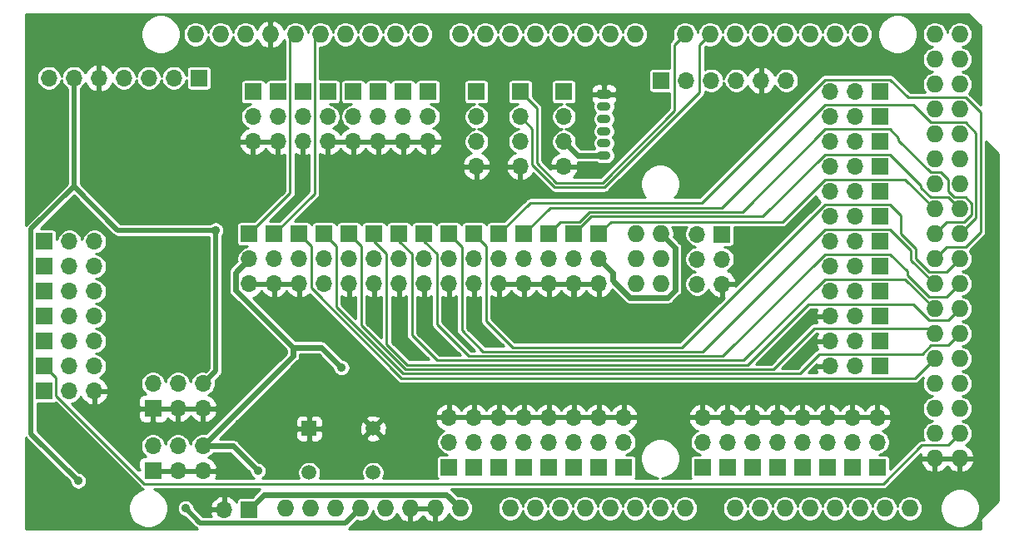
<source format=gbl>
G04 #@! TF.GenerationSoftware,KiCad,Pcbnew,(5.1.12)-1*
G04 #@! TF.CreationDate,2021-11-28T08:49:57-03:00*
G04 #@! TF.ProjectId,SHIELD_MEGA,53484945-4c44-45f4-9d45-47412e6b6963,rev?*
G04 #@! TF.SameCoordinates,Original*
G04 #@! TF.FileFunction,Copper,L2,Bot*
G04 #@! TF.FilePolarity,Positive*
%FSLAX46Y46*%
G04 Gerber Fmt 4.6, Leading zero omitted, Abs format (unit mm)*
G04 Created by KiCad (PCBNEW (5.1.12)-1) date 2021-11-28 08:49:57*
%MOMM*%
%LPD*%
G01*
G04 APERTURE LIST*
G04 #@! TA.AperFunction,ComponentPad*
%ADD10C,1.498000*%
G04 #@! TD*
G04 #@! TA.AperFunction,ComponentPad*
%ADD11R,1.498000X1.498000*%
G04 #@! TD*
G04 #@! TA.AperFunction,ComponentPad*
%ADD12O,1.700000X1.700000*%
G04 #@! TD*
G04 #@! TA.AperFunction,ComponentPad*
%ADD13R,1.700000X1.700000*%
G04 #@! TD*
G04 #@! TA.AperFunction,ComponentPad*
%ADD14O,1.727200X1.727200*%
G04 #@! TD*
G04 #@! TA.AperFunction,ComponentPad*
%ADD15O,1.400000X0.900000*%
G04 #@! TD*
G04 #@! TA.AperFunction,ViaPad*
%ADD16C,0.889000*%
G04 #@! TD*
G04 #@! TA.AperFunction,Conductor*
%ADD17C,0.508000*%
G04 #@! TD*
G04 #@! TA.AperFunction,Conductor*
%ADD18C,0.558800*%
G04 #@! TD*
G04 #@! TA.AperFunction,Conductor*
%ADD19C,0.250000*%
G04 #@! TD*
G04 #@! TA.AperFunction,Conductor*
%ADD20C,0.254000*%
G04 #@! TD*
G04 #@! TA.AperFunction,Conductor*
%ADD21C,0.100000*%
G04 #@! TD*
G04 APERTURE END LIST*
D10*
X137183000Y-104902000D03*
X137183000Y-109402000D03*
D11*
X130683000Y-104902000D03*
D10*
X130683000Y-109402000D03*
D12*
X129667000Y-90170000D03*
X129667000Y-87630000D03*
D13*
X129667000Y-85090000D03*
D12*
X132207000Y-90170000D03*
X132207000Y-87630000D03*
D13*
X132207000Y-85090000D03*
D12*
X134747000Y-90170000D03*
X134747000Y-87630000D03*
D13*
X134747000Y-85090000D03*
D12*
X137287000Y-90170000D03*
X137287000Y-87630000D03*
D13*
X137287000Y-85090000D03*
D12*
X139827000Y-90170000D03*
X139827000Y-87630000D03*
D13*
X139827000Y-85090000D03*
D12*
X142367000Y-90170000D03*
X142367000Y-87630000D03*
D13*
X142367000Y-85090000D03*
D12*
X144907000Y-90170000D03*
X144907000Y-87630000D03*
D13*
X144907000Y-85090000D03*
D12*
X147447000Y-90170000D03*
X147447000Y-87630000D03*
D13*
X147447000Y-85090000D03*
D12*
X149987000Y-90170000D03*
X149987000Y-87630000D03*
D13*
X149987000Y-85090000D03*
D12*
X152527000Y-90170000D03*
X152527000Y-87630000D03*
D13*
X152527000Y-85090000D03*
D12*
X155067000Y-90170000D03*
X155067000Y-87630000D03*
D13*
X155067000Y-85090000D03*
D12*
X157607000Y-90170000D03*
X157607000Y-87630000D03*
D13*
X157607000Y-85090000D03*
D12*
X160147000Y-90170000D03*
X160147000Y-87630000D03*
D13*
X160147000Y-85090000D03*
D12*
X183642000Y-98552000D03*
X186182000Y-98552000D03*
D13*
X188722000Y-98552000D03*
D12*
X183642000Y-96012000D03*
X186182000Y-96012000D03*
D13*
X188722000Y-96012000D03*
D12*
X183642000Y-93472000D03*
X186182000Y-93472000D03*
D13*
X188722000Y-93472000D03*
D12*
X183642000Y-90932000D03*
X186182000Y-90932000D03*
D13*
X188722000Y-90932000D03*
D12*
X183642000Y-88392000D03*
X186182000Y-88392000D03*
D13*
X188722000Y-88392000D03*
D12*
X183642000Y-85852000D03*
X186182000Y-85852000D03*
D13*
X188722000Y-85852000D03*
D12*
X183642000Y-83312000D03*
X186182000Y-83312000D03*
D13*
X188722000Y-83312000D03*
D12*
X183642000Y-80772000D03*
X186182000Y-80772000D03*
D13*
X188722000Y-80772000D03*
D12*
X183642000Y-78232000D03*
X186182000Y-78232000D03*
D13*
X188722000Y-78232000D03*
D12*
X124587000Y-90170000D03*
X124587000Y-87630000D03*
D13*
X124587000Y-85090000D03*
D12*
X127127000Y-90170000D03*
X127127000Y-87630000D03*
D13*
X127127000Y-85090000D03*
D12*
X142773400Y-75692000D03*
X142773400Y-73152000D03*
D13*
X142773400Y-70612000D03*
D12*
X183642000Y-75692000D03*
X186182000Y-75692000D03*
D13*
X188722000Y-75692000D03*
D12*
X183642000Y-73152000D03*
X186182000Y-73152000D03*
D13*
X188722000Y-73152000D03*
D12*
X183642000Y-70612000D03*
X186182000Y-70612000D03*
D13*
X188722000Y-70612000D03*
X130048000Y-70612000D03*
D12*
X130048000Y-73152000D03*
X130048000Y-75692000D03*
X132588000Y-75692000D03*
X132588000Y-73152000D03*
D13*
X132588000Y-70612000D03*
X135153400Y-70611799D03*
D12*
X135153400Y-73151799D03*
X135153400Y-75691799D03*
X188468000Y-103759000D03*
X188468000Y-106299000D03*
D13*
X188468000Y-108839000D03*
D12*
X185928000Y-103759000D03*
X185928000Y-106299000D03*
D13*
X185928000Y-108839000D03*
D12*
X183388000Y-103759000D03*
X183388000Y-106299000D03*
D13*
X183388000Y-108839000D03*
D12*
X180848000Y-103759000D03*
X180848000Y-106299000D03*
D13*
X180848000Y-108839000D03*
D12*
X178308000Y-103759000D03*
X178308000Y-106299000D03*
D13*
X178308000Y-108839000D03*
D12*
X175768000Y-103759000D03*
X175768000Y-106299000D03*
D13*
X175768000Y-108839000D03*
D12*
X173228000Y-103759000D03*
X173228000Y-106299000D03*
D13*
X173228000Y-108839000D03*
D12*
X170688000Y-103759000D03*
X170688000Y-106299000D03*
D13*
X170688000Y-108839000D03*
D12*
X162687000Y-103759000D03*
X162687000Y-106299000D03*
D13*
X162687000Y-108839000D03*
D12*
X160147000Y-103759000D03*
X160147000Y-106299000D03*
D13*
X160147000Y-108839000D03*
D12*
X157607000Y-103759000D03*
X157607000Y-106299000D03*
D13*
X157607000Y-108839000D03*
D12*
X155067000Y-103759000D03*
X155067000Y-106299000D03*
D13*
X155067000Y-108839000D03*
D12*
X152527000Y-103759000D03*
X152527000Y-106299000D03*
D13*
X152527000Y-108839000D03*
D12*
X149987000Y-103759000D03*
X149987000Y-106299000D03*
D13*
X149987000Y-108839000D03*
D12*
X147447000Y-103759000D03*
X147447000Y-106299000D03*
D13*
X147447000Y-108839000D03*
D12*
X144907000Y-103759000D03*
X144907000Y-106299000D03*
D13*
X144907000Y-108839000D03*
D14*
X163957000Y-90170000D03*
X166497000Y-90170000D03*
X166497000Y-87630000D03*
X163957000Y-87630000D03*
X166497000Y-85090000D03*
X151130000Y-113030000D03*
X146050000Y-113030000D03*
X143510000Y-113030000D03*
X140970000Y-113030000D03*
X138430000Y-113030000D03*
X135890000Y-113030000D03*
X133350000Y-113030000D03*
X130810000Y-113030000D03*
X186690000Y-64770000D03*
X184150000Y-64770000D03*
X181610000Y-64770000D03*
X179070000Y-64770000D03*
X176530000Y-64770000D03*
X173990000Y-64770000D03*
X171450000Y-64770000D03*
X168910000Y-64770000D03*
X163830000Y-64770000D03*
X161290000Y-64770000D03*
X158750000Y-64770000D03*
X156210000Y-64770000D03*
X153670000Y-64770000D03*
X151130000Y-64770000D03*
X148590000Y-64770000D03*
X146050000Y-64770000D03*
X126746000Y-64770000D03*
X141986000Y-64770000D03*
X139446000Y-64770000D03*
X136906000Y-64770000D03*
X119126000Y-64770000D03*
X121666000Y-64770000D03*
X124206000Y-64770000D03*
X129286000Y-64770000D03*
X131826000Y-64770000D03*
X134366000Y-64770000D03*
X128270000Y-113030000D03*
X153670000Y-113030000D03*
X156210000Y-113030000D03*
X158750000Y-113030000D03*
X161290000Y-113030000D03*
X163830000Y-113030000D03*
X166370000Y-113030000D03*
X168910000Y-113030000D03*
X173990000Y-113030000D03*
X176530000Y-113030000D03*
X179070000Y-113030000D03*
X181610000Y-113030000D03*
X184150000Y-113030000D03*
X186690000Y-113030000D03*
X189230000Y-113030000D03*
X191770000Y-113030000D03*
X194310000Y-64770000D03*
X196850000Y-64770000D03*
X194310000Y-67310000D03*
X196850000Y-67310000D03*
X194310000Y-69850000D03*
X196850000Y-69850000D03*
X194310000Y-72390000D03*
X196850000Y-72390000D03*
X194310000Y-74930000D03*
X196850000Y-74930000D03*
X194310000Y-77470000D03*
X196850000Y-77470000D03*
X194310000Y-80010000D03*
X196850000Y-80010000D03*
X194310000Y-82550000D03*
X196850000Y-82550000D03*
X194310000Y-85090000D03*
X196850000Y-85090000D03*
X194310000Y-87630000D03*
X196850000Y-87630000D03*
X194310000Y-90170000D03*
X196850000Y-90170000D03*
X194310000Y-92710000D03*
X196850000Y-92710000D03*
X194310000Y-95250000D03*
X196850000Y-95250000D03*
X194310000Y-97790000D03*
X196850000Y-97790000D03*
X194310000Y-100330000D03*
X196850000Y-100330000D03*
X194310000Y-102870000D03*
X196850000Y-102870000D03*
X194310000Y-105410000D03*
X196850000Y-105410000D03*
X194310000Y-107950000D03*
X196850000Y-107950000D03*
X163957000Y-85090000D03*
D12*
X108839000Y-85852000D03*
X106299000Y-85852000D03*
D13*
X103759000Y-85852000D03*
X103759000Y-88392000D03*
D12*
X106299000Y-88392000D03*
X108839000Y-88392000D03*
X108839000Y-90932000D03*
X106299000Y-90932000D03*
D13*
X103759000Y-90932000D03*
X103759000Y-93472000D03*
D12*
X106299000Y-93472000D03*
X108839000Y-93472000D03*
D13*
X103759000Y-96012000D03*
D12*
X106299000Y-96012000D03*
X108839000Y-96012000D03*
X108839000Y-98552000D03*
X106299000Y-98552000D03*
D13*
X103759000Y-98552000D03*
X103759000Y-101092000D03*
D12*
X106299000Y-101092000D03*
X108839000Y-101092000D03*
X170129200Y-90195400D03*
X172669200Y-90195400D03*
X170129200Y-87655400D03*
X172669200Y-87655400D03*
X170129200Y-85115400D03*
D13*
X172669200Y-85115400D03*
X114808000Y-109220000D03*
D12*
X114808000Y-106680000D03*
X117348000Y-109220000D03*
X117348000Y-106680000D03*
X119888000Y-109220000D03*
X119888000Y-106680000D03*
X119888000Y-100330000D03*
X119888000Y-102870000D03*
X117348000Y-100330000D03*
X117348000Y-102870000D03*
X114808000Y-100330000D03*
D13*
X114808000Y-102870000D03*
X124587000Y-113157000D03*
D12*
X122047000Y-113157000D03*
D13*
X119456200Y-69215000D03*
D12*
X116916200Y-69215000D03*
X114376200Y-69215000D03*
X111836200Y-69215000D03*
X109296200Y-69215000D03*
X106756200Y-69215000D03*
X104216200Y-69215000D03*
X137693400Y-75691799D03*
X137693400Y-73151799D03*
D13*
X137693400Y-70611799D03*
G04 #@! TA.AperFunction,ComponentPad*
G36*
G01*
X160180000Y-70416000D02*
X161130000Y-70416000D01*
G75*
G02*
X161355000Y-70641000I0J-225000D01*
G01*
X161355000Y-71091000D01*
G75*
G02*
X161130000Y-71316000I-225000J0D01*
G01*
X160180000Y-71316000D01*
G75*
G02*
X159955000Y-71091000I0J225000D01*
G01*
X159955000Y-70641000D01*
G75*
G02*
X160180000Y-70416000I225000J0D01*
G01*
G37*
G04 #@! TD.AperFunction*
D15*
X160655000Y-72116000D03*
X160655000Y-73366000D03*
X160655000Y-74616000D03*
X160655000Y-75866000D03*
X160655000Y-77116000D03*
D13*
X147701000Y-70612000D03*
D12*
X147701000Y-73152000D03*
X147701000Y-75692000D03*
X147701000Y-78232000D03*
D13*
X156591000Y-70612000D03*
D12*
X156591000Y-73152000D03*
X156591000Y-75692000D03*
X156591000Y-78232000D03*
X152146000Y-78232000D03*
X152146000Y-75692000D03*
X152146000Y-73152000D03*
D13*
X152146000Y-70612000D03*
D12*
X140233400Y-75692000D03*
X140233400Y-73152000D03*
D13*
X140233400Y-70612000D03*
X127508000Y-70612000D03*
D12*
X127508000Y-73152000D03*
X127508000Y-75692000D03*
X124968000Y-75692000D03*
X124968000Y-73152000D03*
D13*
X124968000Y-70612000D03*
X166497000Y-69469000D03*
D12*
X169037000Y-69469000D03*
X171577000Y-69469000D03*
X174117000Y-69469000D03*
X176657000Y-69469000D03*
X179197000Y-69469000D03*
D16*
X130302000Y-97790000D03*
X157607002Y-95072200D03*
X121158000Y-84709000D03*
X107188000Y-110236000D03*
X118110000Y-113030000D03*
X125476000Y-109220000D03*
X133982000Y-98704400D03*
D17*
X157607000Y-90170000D02*
X157607000Y-95072198D01*
X157607000Y-95072198D02*
X157607002Y-95072200D01*
X121158000Y-99060000D02*
X119888000Y-100330000D01*
X121158000Y-84709000D02*
X121158000Y-99060000D01*
X120904000Y-84709000D02*
X121158000Y-84709000D01*
X102404999Y-105452999D02*
X107188000Y-110236000D01*
X134408999Y-114511001D02*
X135890000Y-113030000D01*
X119591001Y-114511001D02*
X134408999Y-114511001D01*
X118110000Y-113030000D02*
X119591001Y-114511001D01*
X106756200Y-80247598D02*
X106756200Y-69215000D01*
X102404999Y-84598799D02*
X106756200Y-80247598D01*
X102404999Y-105452999D02*
X102404999Y-84598799D01*
X111217602Y-84709000D02*
X106756200Y-80247598D01*
X121158000Y-84709000D02*
X111217602Y-84709000D01*
D18*
X158015000Y-77116000D02*
X156591000Y-75692000D01*
X160655000Y-77116000D02*
X158015000Y-77116000D01*
X161526401Y-89009401D02*
X160147000Y-87630000D01*
X163288359Y-91563001D02*
X161526401Y-89801043D01*
X167165641Y-91563001D02*
X163288359Y-91563001D01*
X161526401Y-89801043D02*
X161526401Y-89009401D01*
X167890001Y-90838641D02*
X167165641Y-91563001D01*
X167890001Y-86483001D02*
X167890001Y-90838641D01*
X166497000Y-85090000D02*
X167890001Y-86483001D01*
X122936000Y-106680000D02*
X125476000Y-109220000D01*
X119888000Y-106680000D02*
X122936000Y-106680000D01*
X122944401Y-103623599D02*
X119888000Y-106680000D01*
X123207599Y-89009401D02*
X123207599Y-90832113D01*
X124587000Y-87630000D02*
X123207599Y-89009401D01*
X123924887Y-91549401D02*
X123934401Y-91549401D01*
X123207599Y-90832113D02*
X123924887Y-91549401D01*
X123934401Y-91549401D02*
X129032000Y-96647000D01*
X131924600Y-96647000D02*
X133982000Y-98704400D01*
X129032000Y-96647000D02*
X131924600Y-96647000D01*
X129032000Y-97536000D02*
X122944401Y-103623599D01*
X129032000Y-96647000D02*
X129032000Y-97536000D01*
X126107001Y-111636999D02*
X124587000Y-113157000D01*
X144656999Y-111636999D02*
X126107001Y-111636999D01*
X146050000Y-113030000D02*
X144656999Y-111636999D01*
D19*
X170401999Y-65818001D02*
X171450000Y-64770000D01*
X170401999Y-70645411D02*
X170401999Y-65818001D01*
X160714401Y-80333009D02*
X170401999Y-70645411D01*
X155644010Y-80333010D02*
X160714401Y-80333009D01*
X153371001Y-78060001D02*
X155644010Y-80333010D01*
X153371001Y-74377001D02*
X153371001Y-78060001D01*
X152146000Y-73152000D02*
X153371001Y-74377001D01*
X153821011Y-72287011D02*
X152146000Y-70612000D01*
X155830410Y-79883000D02*
X153821011Y-77873601D01*
X153821011Y-77873601D02*
X153821011Y-72287011D01*
X160528000Y-79883000D02*
X155830410Y-79883000D01*
X167861999Y-72549001D02*
X160528000Y-79883000D01*
X167861999Y-65818001D02*
X167861999Y-72549001D01*
X168910000Y-64770000D02*
X167861999Y-65818001D01*
X131223001Y-80993999D02*
X127127000Y-85090000D01*
X131223001Y-65372999D02*
X131223001Y-80993999D01*
X131826000Y-64770000D02*
X131223001Y-65372999D01*
X128733001Y-80943999D02*
X124587000Y-85090000D01*
X128733001Y-65322999D02*
X128733001Y-80943999D01*
X129286000Y-64770000D02*
X128733001Y-65322999D01*
X191306999Y-79546999D02*
X194310000Y-82550000D01*
X183127999Y-79546999D02*
X191306999Y-79546999D01*
X178823599Y-83851399D02*
X183127999Y-79546999D01*
X161385601Y-83851399D02*
X178823599Y-83851399D01*
X160147000Y-85090000D02*
X161385601Y-83851399D01*
X157607000Y-85090000D02*
X159385000Y-83312000D01*
X195661399Y-81361399D02*
X196850000Y-82550000D01*
X192913000Y-80137998D02*
X192913000Y-80372130D01*
X193902269Y-81361399D02*
X195661399Y-81361399D01*
X192913000Y-80372130D02*
X193902269Y-81361399D01*
X189782001Y-77006999D02*
X192913000Y-80137998D01*
X183127999Y-77006999D02*
X189782001Y-77006999D01*
X176822998Y-83312000D02*
X183127999Y-77006999D01*
X159385000Y-83312000D02*
X176822998Y-83312000D01*
X197257731Y-83901399D02*
X195498601Y-83901399D01*
X195498601Y-83901399D02*
X194310000Y-85090000D01*
X198038601Y-83120529D02*
X197257731Y-83901399D01*
X198038601Y-81979471D02*
X198038601Y-83120529D01*
X197420529Y-81361399D02*
X198038601Y-81979471D01*
X196297809Y-81361399D02*
X197420529Y-81361399D01*
X155067000Y-85090000D02*
X156242001Y-83914999D01*
X156242001Y-83914999D02*
X158145591Y-83914999D01*
X158145591Y-83914999D02*
X159198600Y-82861990D01*
X195661399Y-80724989D02*
X196297809Y-81361399D01*
X195661399Y-79602269D02*
X195661399Y-80724989D01*
X174752000Y-82861990D02*
X174752000Y-82842998D01*
X174752000Y-82842998D02*
X183172998Y-74422000D01*
X159198600Y-82861990D02*
X174752000Y-82861990D01*
X183172998Y-74422000D02*
X189737002Y-74422000D01*
X189737002Y-74422000D02*
X190627000Y-75311998D01*
X193883399Y-78821399D02*
X194880529Y-78821399D01*
X190627000Y-75565000D02*
X193883399Y-78821399D01*
X190627000Y-75311998D02*
X190627000Y-75565000D01*
X194880529Y-78821399D02*
X195661399Y-79602269D01*
X152527000Y-85090000D02*
X155205020Y-82411980D01*
X198488611Y-83451389D02*
X196850000Y-85090000D01*
X198488611Y-74809481D02*
X198488611Y-83451389D01*
X197420529Y-73741399D02*
X198488611Y-74809481D01*
X193902269Y-73741399D02*
X197420529Y-73741399D01*
X192087869Y-71926999D02*
X193902269Y-73741399D01*
X183127999Y-71926999D02*
X192087869Y-71926999D01*
X172643018Y-82411980D02*
X183127999Y-71926999D01*
X155205020Y-82411980D02*
X172643018Y-82411980D01*
X198938620Y-84923308D02*
X197420529Y-86441399D01*
X198938620Y-72719490D02*
X198938620Y-84923308D01*
X197420529Y-71201399D02*
X198938620Y-72719490D01*
X197420529Y-86441399D02*
X195498601Y-86441399D01*
X191596401Y-71201399D02*
X197420529Y-71201399D01*
X189782001Y-69386999D02*
X191596401Y-71201399D01*
X183127999Y-69386999D02*
X189782001Y-69386999D01*
X195498601Y-86441399D02*
X194310000Y-87630000D01*
X170579997Y-81935001D02*
X183127999Y-69386999D01*
X153141999Y-81935001D02*
X170579997Y-81935001D01*
X149987000Y-85090000D02*
X153141999Y-81935001D01*
X148672001Y-93935001D02*
X151363931Y-96626931D01*
X148672001Y-86315001D02*
X148672001Y-93935001D01*
X147447000Y-85090000D02*
X148672001Y-86315001D01*
X189782001Y-82086999D02*
X190881000Y-83185998D01*
X183127999Y-82086999D02*
X189782001Y-82086999D01*
X168588067Y-96626931D02*
X183127999Y-82086999D01*
X151363931Y-96626931D02*
X168588067Y-96626931D01*
X192405000Y-86613588D02*
X192405000Y-87628590D01*
X190881000Y-85089588D02*
X192405000Y-86613588D01*
X190881000Y-83185998D02*
X190881000Y-85089588D01*
X195498601Y-88981399D02*
X196850000Y-87630000D01*
X193757809Y-88981399D02*
X195498601Y-88981399D01*
X192405000Y-87628590D02*
X193757809Y-88981399D01*
X146221999Y-94913999D02*
X148384941Y-97076941D01*
X146221999Y-86404999D02*
X146221999Y-94913999D01*
X144907000Y-85090000D02*
X146221999Y-86404999D01*
X189782001Y-84626999D02*
X191897000Y-86741998D01*
X170678057Y-97076941D02*
X183127999Y-84626999D01*
X183127999Y-84626999D02*
X189782001Y-84626999D01*
X148384941Y-97076941D02*
X170678057Y-97076941D01*
X191897000Y-87757000D02*
X194310000Y-90170000D01*
X191897000Y-86741998D02*
X191897000Y-87757000D01*
X143681999Y-94278999D02*
X146929951Y-97526951D01*
X143681999Y-87131997D02*
X143681999Y-94278999D01*
X142367000Y-85816998D02*
X143681999Y-87131997D01*
X142367000Y-85090000D02*
X142367000Y-85816998D01*
X191516000Y-88900998D02*
X191516000Y-89279590D01*
X189782001Y-87166999D02*
X191516000Y-88900998D01*
X183127999Y-87166999D02*
X189782001Y-87166999D01*
X172768047Y-97526951D02*
X183127999Y-87166999D01*
X146929951Y-97526951D02*
X172768047Y-97526951D01*
X195498601Y-91521399D02*
X196850000Y-90170000D01*
X193757809Y-91521399D02*
X195498601Y-91521399D01*
X191516000Y-89279590D02*
X193757809Y-91521399D01*
X141141999Y-95421999D02*
X143696961Y-97976961D01*
X141141999Y-87131997D02*
X141141999Y-95421999D01*
X139827000Y-85816998D02*
X141141999Y-87131997D01*
X139827000Y-85090000D02*
X139827000Y-85816998D01*
X191306999Y-89706999D02*
X194310000Y-92710000D01*
X183127999Y-89706999D02*
X191306999Y-89706999D01*
X174858037Y-97976961D02*
X183127999Y-89706999D01*
X143696961Y-97976961D02*
X174858037Y-97976961D01*
X138557000Y-87086998D02*
X138557000Y-96349772D01*
X137287000Y-85816998D02*
X138557000Y-87086998D01*
X137287000Y-85090000D02*
X137287000Y-85816998D01*
X138557000Y-96349772D02*
X140634199Y-98426971D01*
X140634199Y-98426971D02*
X175258029Y-98426971D01*
X195661399Y-93898601D02*
X196850000Y-92710000D01*
X193739471Y-93898601D02*
X195661399Y-93898601D01*
X192087869Y-92246999D02*
X193739471Y-93898601D01*
X181438001Y-92246999D02*
X192087869Y-92246999D01*
X175258029Y-98426971D02*
X181438001Y-92246999D01*
X135972001Y-86315001D02*
X135972001Y-94401183D01*
X134747000Y-85090000D02*
X135972001Y-86315001D01*
X135972001Y-94401183D02*
X140447799Y-98876981D01*
X140447799Y-98876981D02*
X177856019Y-98876981D01*
X193757001Y-94697001D02*
X194310000Y-95250000D01*
X182035999Y-94697001D02*
X193757001Y-94697001D01*
X177856019Y-98876981D02*
X182035999Y-94697001D01*
X133432001Y-86315001D02*
X133432001Y-92497593D01*
X132207000Y-85090000D02*
X133432001Y-86315001D01*
X133432001Y-92497593D02*
X140261399Y-99326991D01*
X140261399Y-99326991D02*
X180581009Y-99326991D01*
X195661399Y-96438601D02*
X196850000Y-95250000D01*
X193902269Y-96438601D02*
X195661399Y-96438601D01*
X193013871Y-97326999D02*
X193902269Y-96438601D01*
X182581001Y-97326999D02*
X193013871Y-97326999D01*
X180581009Y-99326991D02*
X182581001Y-97326999D01*
X192322999Y-99777001D02*
X194310000Y-97790000D01*
X140074999Y-99777001D02*
X192322999Y-99777001D01*
X130892001Y-90594003D02*
X140074999Y-99777001D01*
X130892001Y-86315001D02*
X130892001Y-90594003D01*
X129667000Y-85090000D02*
X130892001Y-86315001D01*
X104934001Y-99727001D02*
X103759000Y-98552000D01*
X113919999Y-110526001D02*
X104934001Y-101540003D01*
X189066001Y-110526001D02*
X113919999Y-110526001D01*
X192993401Y-106598601D02*
X189066001Y-110526001D01*
X195661399Y-106598601D02*
X192993401Y-106598601D01*
X104934001Y-101540003D02*
X104934001Y-99727001D01*
X196850000Y-105410000D02*
X195661399Y-106598601D01*
D20*
X113510507Y-110897155D02*
X113527788Y-110918212D01*
X113548844Y-110935492D01*
X113611840Y-110987192D01*
X113663097Y-111014589D01*
X113707736Y-111038449D01*
X113792648Y-111064207D01*
X113708746Y-111080896D01*
X113339855Y-111233696D01*
X113007863Y-111455526D01*
X112725526Y-111737863D01*
X112503696Y-112069855D01*
X112350896Y-112438746D01*
X112273000Y-112830358D01*
X112273000Y-113229642D01*
X112350896Y-113621254D01*
X112503696Y-113990145D01*
X112725526Y-114322137D01*
X113007863Y-114604474D01*
X113339855Y-114826304D01*
X113708746Y-114979104D01*
X114100358Y-115057000D01*
X114499642Y-115057000D01*
X114891254Y-114979104D01*
X115260145Y-114826304D01*
X115592137Y-114604474D01*
X115874474Y-114322137D01*
X116096304Y-113990145D01*
X116249104Y-113621254D01*
X116327000Y-113229642D01*
X116327000Y-112830358D01*
X116249104Y-112438746D01*
X116096304Y-112069855D01*
X115874474Y-111737863D01*
X115592137Y-111455526D01*
X115260145Y-111233696D01*
X114891254Y-111080896D01*
X114876700Y-111078001D01*
X125674639Y-111078001D01*
X125605085Y-111135083D01*
X125582970Y-111162030D01*
X124867066Y-111877934D01*
X123737000Y-111877934D01*
X123653293Y-111886178D01*
X123572804Y-111910595D01*
X123498624Y-111950245D01*
X123433605Y-112003605D01*
X123380245Y-112068624D01*
X123340595Y-112142804D01*
X123316178Y-112223293D01*
X123307934Y-112307000D01*
X123307934Y-112386035D01*
X123242178Y-112275645D01*
X123047269Y-112059412D01*
X122813920Y-111885359D01*
X122551099Y-111760175D01*
X122403890Y-111715524D01*
X122174000Y-111836845D01*
X122174000Y-113030000D01*
X122194000Y-113030000D01*
X122194000Y-113284000D01*
X122174000Y-113284000D01*
X122174000Y-113304000D01*
X121920000Y-113304000D01*
X121920000Y-113284000D01*
X120726186Y-113284000D01*
X120605519Y-113513891D01*
X120702843Y-113788252D01*
X120727712Y-113830001D01*
X119873080Y-113830001D01*
X118980074Y-112936996D01*
X118952846Y-112800109D01*
X120605519Y-112800109D01*
X120726186Y-113030000D01*
X121920000Y-113030000D01*
X121920000Y-111836845D01*
X121690110Y-111715524D01*
X121542901Y-111760175D01*
X121280080Y-111885359D01*
X121046731Y-112059412D01*
X120851822Y-112275645D01*
X120702843Y-112525748D01*
X120605519Y-112800109D01*
X118952846Y-112800109D01*
X118948009Y-112775793D01*
X118882313Y-112617190D01*
X118786938Y-112474451D01*
X118665549Y-112353062D01*
X118522810Y-112257687D01*
X118364207Y-112191991D01*
X118195835Y-112158500D01*
X118024165Y-112158500D01*
X117855793Y-112191991D01*
X117697190Y-112257687D01*
X117554451Y-112353062D01*
X117433062Y-112474451D01*
X117337687Y-112617190D01*
X117271991Y-112775793D01*
X117238500Y-112944165D01*
X117238500Y-113115835D01*
X117271991Y-113284207D01*
X117337687Y-113442810D01*
X117433062Y-113585549D01*
X117554451Y-113706938D01*
X117697190Y-113802313D01*
X117855793Y-113868009D01*
X118016996Y-113900074D01*
X119085801Y-114968880D01*
X119107131Y-114994871D01*
X119210826Y-115079970D01*
X119210827Y-115079971D01*
X119281974Y-115118000D01*
X101848800Y-115118000D01*
X101848800Y-105848734D01*
X101921129Y-105936868D01*
X101947121Y-105958199D01*
X106317926Y-110329005D01*
X106349991Y-110490207D01*
X106415687Y-110648810D01*
X106511062Y-110791549D01*
X106632451Y-110912938D01*
X106775190Y-111008313D01*
X106933793Y-111074009D01*
X107102165Y-111107500D01*
X107273835Y-111107500D01*
X107442207Y-111074009D01*
X107600810Y-111008313D01*
X107743549Y-110912938D01*
X107864938Y-110791549D01*
X107960313Y-110648810D01*
X108026009Y-110490207D01*
X108059500Y-110321835D01*
X108059500Y-110150165D01*
X108026009Y-109981793D01*
X107960313Y-109823190D01*
X107864938Y-109680451D01*
X107743549Y-109559062D01*
X107600810Y-109463687D01*
X107442207Y-109397991D01*
X107281005Y-109365926D01*
X103085999Y-105170921D01*
X103085999Y-102371066D01*
X104609000Y-102371066D01*
X104692707Y-102362822D01*
X104773196Y-102338405D01*
X104847376Y-102298755D01*
X104882930Y-102269576D01*
X113510507Y-110897155D01*
G04 #@! TA.AperFunction,Conductor*
D21*
G36*
X113510507Y-110897155D02*
G01*
X113527788Y-110918212D01*
X113548844Y-110935492D01*
X113611840Y-110987192D01*
X113663097Y-111014589D01*
X113707736Y-111038449D01*
X113792648Y-111064207D01*
X113708746Y-111080896D01*
X113339855Y-111233696D01*
X113007863Y-111455526D01*
X112725526Y-111737863D01*
X112503696Y-112069855D01*
X112350896Y-112438746D01*
X112273000Y-112830358D01*
X112273000Y-113229642D01*
X112350896Y-113621254D01*
X112503696Y-113990145D01*
X112725526Y-114322137D01*
X113007863Y-114604474D01*
X113339855Y-114826304D01*
X113708746Y-114979104D01*
X114100358Y-115057000D01*
X114499642Y-115057000D01*
X114891254Y-114979104D01*
X115260145Y-114826304D01*
X115592137Y-114604474D01*
X115874474Y-114322137D01*
X116096304Y-113990145D01*
X116249104Y-113621254D01*
X116327000Y-113229642D01*
X116327000Y-112830358D01*
X116249104Y-112438746D01*
X116096304Y-112069855D01*
X115874474Y-111737863D01*
X115592137Y-111455526D01*
X115260145Y-111233696D01*
X114891254Y-111080896D01*
X114876700Y-111078001D01*
X125674639Y-111078001D01*
X125605085Y-111135083D01*
X125582970Y-111162030D01*
X124867066Y-111877934D01*
X123737000Y-111877934D01*
X123653293Y-111886178D01*
X123572804Y-111910595D01*
X123498624Y-111950245D01*
X123433605Y-112003605D01*
X123380245Y-112068624D01*
X123340595Y-112142804D01*
X123316178Y-112223293D01*
X123307934Y-112307000D01*
X123307934Y-112386035D01*
X123242178Y-112275645D01*
X123047269Y-112059412D01*
X122813920Y-111885359D01*
X122551099Y-111760175D01*
X122403890Y-111715524D01*
X122174000Y-111836845D01*
X122174000Y-113030000D01*
X122194000Y-113030000D01*
X122194000Y-113284000D01*
X122174000Y-113284000D01*
X122174000Y-113304000D01*
X121920000Y-113304000D01*
X121920000Y-113284000D01*
X120726186Y-113284000D01*
X120605519Y-113513891D01*
X120702843Y-113788252D01*
X120727712Y-113830001D01*
X119873080Y-113830001D01*
X118980074Y-112936996D01*
X118952846Y-112800109D01*
X120605519Y-112800109D01*
X120726186Y-113030000D01*
X121920000Y-113030000D01*
X121920000Y-111836845D01*
X121690110Y-111715524D01*
X121542901Y-111760175D01*
X121280080Y-111885359D01*
X121046731Y-112059412D01*
X120851822Y-112275645D01*
X120702843Y-112525748D01*
X120605519Y-112800109D01*
X118952846Y-112800109D01*
X118948009Y-112775793D01*
X118882313Y-112617190D01*
X118786938Y-112474451D01*
X118665549Y-112353062D01*
X118522810Y-112257687D01*
X118364207Y-112191991D01*
X118195835Y-112158500D01*
X118024165Y-112158500D01*
X117855793Y-112191991D01*
X117697190Y-112257687D01*
X117554451Y-112353062D01*
X117433062Y-112474451D01*
X117337687Y-112617190D01*
X117271991Y-112775793D01*
X117238500Y-112944165D01*
X117238500Y-113115835D01*
X117271991Y-113284207D01*
X117337687Y-113442810D01*
X117433062Y-113585549D01*
X117554451Y-113706938D01*
X117697190Y-113802313D01*
X117855793Y-113868009D01*
X118016996Y-113900074D01*
X119085801Y-114968880D01*
X119107131Y-114994871D01*
X119210826Y-115079970D01*
X119210827Y-115079971D01*
X119281974Y-115118000D01*
X101848800Y-115118000D01*
X101848800Y-105848734D01*
X101921129Y-105936868D01*
X101947121Y-105958199D01*
X106317926Y-110329005D01*
X106349991Y-110490207D01*
X106415687Y-110648810D01*
X106511062Y-110791549D01*
X106632451Y-110912938D01*
X106775190Y-111008313D01*
X106933793Y-111074009D01*
X107102165Y-111107500D01*
X107273835Y-111107500D01*
X107442207Y-111074009D01*
X107600810Y-111008313D01*
X107743549Y-110912938D01*
X107864938Y-110791549D01*
X107960313Y-110648810D01*
X108026009Y-110490207D01*
X108059500Y-110321835D01*
X108059500Y-110150165D01*
X108026009Y-109981793D01*
X107960313Y-109823190D01*
X107864938Y-109680451D01*
X107743549Y-109559062D01*
X107600810Y-109463687D01*
X107442207Y-109397991D01*
X107281005Y-109365926D01*
X103085999Y-105170921D01*
X103085999Y-102371066D01*
X104609000Y-102371066D01*
X104692707Y-102362822D01*
X104773196Y-102338405D01*
X104847376Y-102298755D01*
X104882930Y-102269576D01*
X113510507Y-110897155D01*
G37*
G04 #@! TD.AperFunction*
D20*
X200766800Y-76946024D02*
X200766801Y-112283975D01*
X199086100Y-113964677D01*
X199068841Y-113978841D01*
X199012357Y-114047668D01*
X198970387Y-114126190D01*
X198970386Y-114126191D01*
X198944540Y-114211393D01*
X198935813Y-114300000D01*
X198938000Y-114322205D01*
X198938001Y-115118000D01*
X134718026Y-115118000D01*
X134789173Y-115079971D01*
X134892869Y-114994871D01*
X134914203Y-114968875D01*
X135595728Y-114287350D01*
X135762887Y-114320600D01*
X136017113Y-114320600D01*
X136266454Y-114271003D01*
X136501329Y-114173715D01*
X136712710Y-114032475D01*
X136892475Y-113852710D01*
X137033715Y-113641329D01*
X137131003Y-113406454D01*
X137160000Y-113260676D01*
X137188997Y-113406454D01*
X137286285Y-113641329D01*
X137427525Y-113852710D01*
X137607290Y-114032475D01*
X137818671Y-114173715D01*
X138053546Y-114271003D01*
X138302887Y-114320600D01*
X138557113Y-114320600D01*
X138806454Y-114271003D01*
X139041329Y-114173715D01*
X139252710Y-114032475D01*
X139432475Y-113852710D01*
X139573715Y-113641329D01*
X139590215Y-113601493D01*
X139687316Y-113804944D01*
X139863146Y-114040293D01*
X140081512Y-114236817D01*
X140334022Y-114386964D01*
X140610973Y-114484963D01*
X140843000Y-114364464D01*
X140843000Y-113157000D01*
X141097000Y-113157000D01*
X141097000Y-114364464D01*
X141329027Y-114484963D01*
X141605978Y-114386964D01*
X141858488Y-114236817D01*
X142076854Y-114040293D01*
X142240000Y-113821922D01*
X142403146Y-114040293D01*
X142621512Y-114236817D01*
X142874022Y-114386964D01*
X143150973Y-114484963D01*
X143383000Y-114364464D01*
X143383000Y-113157000D01*
X141097000Y-113157000D01*
X140843000Y-113157000D01*
X140823000Y-113157000D01*
X140823000Y-112903000D01*
X140843000Y-112903000D01*
X140843000Y-112883000D01*
X141097000Y-112883000D01*
X141097000Y-112903000D01*
X143383000Y-112903000D01*
X143383000Y-112883000D01*
X143637000Y-112883000D01*
X143637000Y-112903000D01*
X143657000Y-112903000D01*
X143657000Y-113157000D01*
X143637000Y-113157000D01*
X143637000Y-114364464D01*
X143869027Y-114484963D01*
X144145978Y-114386964D01*
X144398488Y-114236817D01*
X144616854Y-114040293D01*
X144792684Y-113804944D01*
X144889785Y-113601493D01*
X144906285Y-113641329D01*
X145047525Y-113852710D01*
X145227290Y-114032475D01*
X145438671Y-114173715D01*
X145673546Y-114271003D01*
X145922887Y-114320600D01*
X146177113Y-114320600D01*
X146426454Y-114271003D01*
X146661329Y-114173715D01*
X146872710Y-114032475D01*
X147052475Y-113852710D01*
X147193715Y-113641329D01*
X147291003Y-113406454D01*
X147340600Y-113157113D01*
X147340600Y-112902887D01*
X149839400Y-112902887D01*
X149839400Y-113157113D01*
X149888997Y-113406454D01*
X149986285Y-113641329D01*
X150127525Y-113852710D01*
X150307290Y-114032475D01*
X150518671Y-114173715D01*
X150753546Y-114271003D01*
X151002887Y-114320600D01*
X151257113Y-114320600D01*
X151506454Y-114271003D01*
X151741329Y-114173715D01*
X151952710Y-114032475D01*
X152132475Y-113852710D01*
X152273715Y-113641329D01*
X152371003Y-113406454D01*
X152400000Y-113260676D01*
X152428997Y-113406454D01*
X152526285Y-113641329D01*
X152667525Y-113852710D01*
X152847290Y-114032475D01*
X153058671Y-114173715D01*
X153293546Y-114271003D01*
X153542887Y-114320600D01*
X153797113Y-114320600D01*
X154046454Y-114271003D01*
X154281329Y-114173715D01*
X154492710Y-114032475D01*
X154672475Y-113852710D01*
X154813715Y-113641329D01*
X154911003Y-113406454D01*
X154940000Y-113260676D01*
X154968997Y-113406454D01*
X155066285Y-113641329D01*
X155207525Y-113852710D01*
X155387290Y-114032475D01*
X155598671Y-114173715D01*
X155833546Y-114271003D01*
X156082887Y-114320600D01*
X156337113Y-114320600D01*
X156586454Y-114271003D01*
X156821329Y-114173715D01*
X157032710Y-114032475D01*
X157212475Y-113852710D01*
X157353715Y-113641329D01*
X157451003Y-113406454D01*
X157480000Y-113260676D01*
X157508997Y-113406454D01*
X157606285Y-113641329D01*
X157747525Y-113852710D01*
X157927290Y-114032475D01*
X158138671Y-114173715D01*
X158373546Y-114271003D01*
X158622887Y-114320600D01*
X158877113Y-114320600D01*
X159126454Y-114271003D01*
X159361329Y-114173715D01*
X159572710Y-114032475D01*
X159752475Y-113852710D01*
X159893715Y-113641329D01*
X159991003Y-113406454D01*
X160020000Y-113260676D01*
X160048997Y-113406454D01*
X160146285Y-113641329D01*
X160287525Y-113852710D01*
X160467290Y-114032475D01*
X160678671Y-114173715D01*
X160913546Y-114271003D01*
X161162887Y-114320600D01*
X161417113Y-114320600D01*
X161666454Y-114271003D01*
X161901329Y-114173715D01*
X162112710Y-114032475D01*
X162292475Y-113852710D01*
X162433715Y-113641329D01*
X162531003Y-113406454D01*
X162560000Y-113260676D01*
X162588997Y-113406454D01*
X162686285Y-113641329D01*
X162827525Y-113852710D01*
X163007290Y-114032475D01*
X163218671Y-114173715D01*
X163453546Y-114271003D01*
X163702887Y-114320600D01*
X163957113Y-114320600D01*
X164206454Y-114271003D01*
X164441329Y-114173715D01*
X164652710Y-114032475D01*
X164832475Y-113852710D01*
X164973715Y-113641329D01*
X165071003Y-113406454D01*
X165100000Y-113260676D01*
X165128997Y-113406454D01*
X165226285Y-113641329D01*
X165367525Y-113852710D01*
X165547290Y-114032475D01*
X165758671Y-114173715D01*
X165993546Y-114271003D01*
X166242887Y-114320600D01*
X166497113Y-114320600D01*
X166746454Y-114271003D01*
X166981329Y-114173715D01*
X167192710Y-114032475D01*
X167372475Y-113852710D01*
X167513715Y-113641329D01*
X167611003Y-113406454D01*
X167640000Y-113260676D01*
X167668997Y-113406454D01*
X167766285Y-113641329D01*
X167907525Y-113852710D01*
X168087290Y-114032475D01*
X168298671Y-114173715D01*
X168533546Y-114271003D01*
X168782887Y-114320600D01*
X169037113Y-114320600D01*
X169286454Y-114271003D01*
X169521329Y-114173715D01*
X169732710Y-114032475D01*
X169912475Y-113852710D01*
X170053715Y-113641329D01*
X170151003Y-113406454D01*
X170200600Y-113157113D01*
X170200600Y-112902887D01*
X172699400Y-112902887D01*
X172699400Y-113157113D01*
X172748997Y-113406454D01*
X172846285Y-113641329D01*
X172987525Y-113852710D01*
X173167290Y-114032475D01*
X173378671Y-114173715D01*
X173613546Y-114271003D01*
X173862887Y-114320600D01*
X174117113Y-114320600D01*
X174366454Y-114271003D01*
X174601329Y-114173715D01*
X174812710Y-114032475D01*
X174992475Y-113852710D01*
X175133715Y-113641329D01*
X175231003Y-113406454D01*
X175260000Y-113260676D01*
X175288997Y-113406454D01*
X175386285Y-113641329D01*
X175527525Y-113852710D01*
X175707290Y-114032475D01*
X175918671Y-114173715D01*
X176153546Y-114271003D01*
X176402887Y-114320600D01*
X176657113Y-114320600D01*
X176906454Y-114271003D01*
X177141329Y-114173715D01*
X177352710Y-114032475D01*
X177532475Y-113852710D01*
X177673715Y-113641329D01*
X177771003Y-113406454D01*
X177800000Y-113260676D01*
X177828997Y-113406454D01*
X177926285Y-113641329D01*
X178067525Y-113852710D01*
X178247290Y-114032475D01*
X178458671Y-114173715D01*
X178693546Y-114271003D01*
X178942887Y-114320600D01*
X179197113Y-114320600D01*
X179446454Y-114271003D01*
X179681329Y-114173715D01*
X179892710Y-114032475D01*
X180072475Y-113852710D01*
X180213715Y-113641329D01*
X180311003Y-113406454D01*
X180340000Y-113260676D01*
X180368997Y-113406454D01*
X180466285Y-113641329D01*
X180607525Y-113852710D01*
X180787290Y-114032475D01*
X180998671Y-114173715D01*
X181233546Y-114271003D01*
X181482887Y-114320600D01*
X181737113Y-114320600D01*
X181986454Y-114271003D01*
X182221329Y-114173715D01*
X182432710Y-114032475D01*
X182612475Y-113852710D01*
X182753715Y-113641329D01*
X182851003Y-113406454D01*
X182880000Y-113260676D01*
X182908997Y-113406454D01*
X183006285Y-113641329D01*
X183147525Y-113852710D01*
X183327290Y-114032475D01*
X183538671Y-114173715D01*
X183773546Y-114271003D01*
X184022887Y-114320600D01*
X184277113Y-114320600D01*
X184526454Y-114271003D01*
X184761329Y-114173715D01*
X184972710Y-114032475D01*
X185152475Y-113852710D01*
X185293715Y-113641329D01*
X185391003Y-113406454D01*
X185420000Y-113260676D01*
X185448997Y-113406454D01*
X185546285Y-113641329D01*
X185687525Y-113852710D01*
X185867290Y-114032475D01*
X186078671Y-114173715D01*
X186313546Y-114271003D01*
X186562887Y-114320600D01*
X186817113Y-114320600D01*
X187066454Y-114271003D01*
X187301329Y-114173715D01*
X187512710Y-114032475D01*
X187692475Y-113852710D01*
X187833715Y-113641329D01*
X187931003Y-113406454D01*
X187960000Y-113260676D01*
X187988997Y-113406454D01*
X188086285Y-113641329D01*
X188227525Y-113852710D01*
X188407290Y-114032475D01*
X188618671Y-114173715D01*
X188853546Y-114271003D01*
X189102887Y-114320600D01*
X189357113Y-114320600D01*
X189606454Y-114271003D01*
X189841329Y-114173715D01*
X190052710Y-114032475D01*
X190232475Y-113852710D01*
X190373715Y-113641329D01*
X190471003Y-113406454D01*
X190500000Y-113260676D01*
X190528997Y-113406454D01*
X190626285Y-113641329D01*
X190767525Y-113852710D01*
X190947290Y-114032475D01*
X191158671Y-114173715D01*
X191393546Y-114271003D01*
X191642887Y-114320600D01*
X191897113Y-114320600D01*
X192146454Y-114271003D01*
X192381329Y-114173715D01*
X192592710Y-114032475D01*
X192772475Y-113852710D01*
X192913715Y-113641329D01*
X193011003Y-113406454D01*
X193060600Y-113157113D01*
X193060600Y-112902887D01*
X193046174Y-112830358D01*
X194823000Y-112830358D01*
X194823000Y-113229642D01*
X194900896Y-113621254D01*
X195053696Y-113990145D01*
X195275526Y-114322137D01*
X195557863Y-114604474D01*
X195889855Y-114826304D01*
X196258746Y-114979104D01*
X196650358Y-115057000D01*
X197049642Y-115057000D01*
X197441254Y-114979104D01*
X197810145Y-114826304D01*
X198142137Y-114604474D01*
X198424474Y-114322137D01*
X198646304Y-113990145D01*
X198799104Y-113621254D01*
X198877000Y-113229642D01*
X198877000Y-112830358D01*
X198799104Y-112438746D01*
X198646304Y-112069855D01*
X198424474Y-111737863D01*
X198142137Y-111455526D01*
X197810145Y-111233696D01*
X197441254Y-111080896D01*
X197049642Y-111003000D01*
X196650358Y-111003000D01*
X196258746Y-111080896D01*
X195889855Y-111233696D01*
X195557863Y-111455526D01*
X195275526Y-111737863D01*
X195053696Y-112069855D01*
X194900896Y-112438746D01*
X194823000Y-112830358D01*
X193046174Y-112830358D01*
X193011003Y-112653546D01*
X192913715Y-112418671D01*
X192772475Y-112207290D01*
X192592710Y-112027525D01*
X192381329Y-111886285D01*
X192146454Y-111788997D01*
X191897113Y-111739400D01*
X191642887Y-111739400D01*
X191393546Y-111788997D01*
X191158671Y-111886285D01*
X190947290Y-112027525D01*
X190767525Y-112207290D01*
X190626285Y-112418671D01*
X190528997Y-112653546D01*
X190500000Y-112799324D01*
X190471003Y-112653546D01*
X190373715Y-112418671D01*
X190232475Y-112207290D01*
X190052710Y-112027525D01*
X189841329Y-111886285D01*
X189606454Y-111788997D01*
X189357113Y-111739400D01*
X189102887Y-111739400D01*
X188853546Y-111788997D01*
X188618671Y-111886285D01*
X188407290Y-112027525D01*
X188227525Y-112207290D01*
X188086285Y-112418671D01*
X187988997Y-112653546D01*
X187960000Y-112799324D01*
X187931003Y-112653546D01*
X187833715Y-112418671D01*
X187692475Y-112207290D01*
X187512710Y-112027525D01*
X187301329Y-111886285D01*
X187066454Y-111788997D01*
X186817113Y-111739400D01*
X186562887Y-111739400D01*
X186313546Y-111788997D01*
X186078671Y-111886285D01*
X185867290Y-112027525D01*
X185687525Y-112207290D01*
X185546285Y-112418671D01*
X185448997Y-112653546D01*
X185420000Y-112799324D01*
X185391003Y-112653546D01*
X185293715Y-112418671D01*
X185152475Y-112207290D01*
X184972710Y-112027525D01*
X184761329Y-111886285D01*
X184526454Y-111788997D01*
X184277113Y-111739400D01*
X184022887Y-111739400D01*
X183773546Y-111788997D01*
X183538671Y-111886285D01*
X183327290Y-112027525D01*
X183147525Y-112207290D01*
X183006285Y-112418671D01*
X182908997Y-112653546D01*
X182880000Y-112799324D01*
X182851003Y-112653546D01*
X182753715Y-112418671D01*
X182612475Y-112207290D01*
X182432710Y-112027525D01*
X182221329Y-111886285D01*
X181986454Y-111788997D01*
X181737113Y-111739400D01*
X181482887Y-111739400D01*
X181233546Y-111788997D01*
X180998671Y-111886285D01*
X180787290Y-112027525D01*
X180607525Y-112207290D01*
X180466285Y-112418671D01*
X180368997Y-112653546D01*
X180340000Y-112799324D01*
X180311003Y-112653546D01*
X180213715Y-112418671D01*
X180072475Y-112207290D01*
X179892710Y-112027525D01*
X179681329Y-111886285D01*
X179446454Y-111788997D01*
X179197113Y-111739400D01*
X178942887Y-111739400D01*
X178693546Y-111788997D01*
X178458671Y-111886285D01*
X178247290Y-112027525D01*
X178067525Y-112207290D01*
X177926285Y-112418671D01*
X177828997Y-112653546D01*
X177800000Y-112799324D01*
X177771003Y-112653546D01*
X177673715Y-112418671D01*
X177532475Y-112207290D01*
X177352710Y-112027525D01*
X177141329Y-111886285D01*
X176906454Y-111788997D01*
X176657113Y-111739400D01*
X176402887Y-111739400D01*
X176153546Y-111788997D01*
X175918671Y-111886285D01*
X175707290Y-112027525D01*
X175527525Y-112207290D01*
X175386285Y-112418671D01*
X175288997Y-112653546D01*
X175260000Y-112799324D01*
X175231003Y-112653546D01*
X175133715Y-112418671D01*
X174992475Y-112207290D01*
X174812710Y-112027525D01*
X174601329Y-111886285D01*
X174366454Y-111788997D01*
X174117113Y-111739400D01*
X173862887Y-111739400D01*
X173613546Y-111788997D01*
X173378671Y-111886285D01*
X173167290Y-112027525D01*
X172987525Y-112207290D01*
X172846285Y-112418671D01*
X172748997Y-112653546D01*
X172699400Y-112902887D01*
X170200600Y-112902887D01*
X170151003Y-112653546D01*
X170053715Y-112418671D01*
X169912475Y-112207290D01*
X169732710Y-112027525D01*
X169521329Y-111886285D01*
X169286454Y-111788997D01*
X169037113Y-111739400D01*
X168782887Y-111739400D01*
X168533546Y-111788997D01*
X168298671Y-111886285D01*
X168087290Y-112027525D01*
X167907525Y-112207290D01*
X167766285Y-112418671D01*
X167668997Y-112653546D01*
X167640000Y-112799324D01*
X167611003Y-112653546D01*
X167513715Y-112418671D01*
X167372475Y-112207290D01*
X167192710Y-112027525D01*
X166981329Y-111886285D01*
X166746454Y-111788997D01*
X166497113Y-111739400D01*
X166242887Y-111739400D01*
X165993546Y-111788997D01*
X165758671Y-111886285D01*
X165547290Y-112027525D01*
X165367525Y-112207290D01*
X165226285Y-112418671D01*
X165128997Y-112653546D01*
X165100000Y-112799324D01*
X165071003Y-112653546D01*
X164973715Y-112418671D01*
X164832475Y-112207290D01*
X164652710Y-112027525D01*
X164441329Y-111886285D01*
X164206454Y-111788997D01*
X163957113Y-111739400D01*
X163702887Y-111739400D01*
X163453546Y-111788997D01*
X163218671Y-111886285D01*
X163007290Y-112027525D01*
X162827525Y-112207290D01*
X162686285Y-112418671D01*
X162588997Y-112653546D01*
X162560000Y-112799324D01*
X162531003Y-112653546D01*
X162433715Y-112418671D01*
X162292475Y-112207290D01*
X162112710Y-112027525D01*
X161901329Y-111886285D01*
X161666454Y-111788997D01*
X161417113Y-111739400D01*
X161162887Y-111739400D01*
X160913546Y-111788997D01*
X160678671Y-111886285D01*
X160467290Y-112027525D01*
X160287525Y-112207290D01*
X160146285Y-112418671D01*
X160048997Y-112653546D01*
X160020000Y-112799324D01*
X159991003Y-112653546D01*
X159893715Y-112418671D01*
X159752475Y-112207290D01*
X159572710Y-112027525D01*
X159361329Y-111886285D01*
X159126454Y-111788997D01*
X158877113Y-111739400D01*
X158622887Y-111739400D01*
X158373546Y-111788997D01*
X158138671Y-111886285D01*
X157927290Y-112027525D01*
X157747525Y-112207290D01*
X157606285Y-112418671D01*
X157508997Y-112653546D01*
X157480000Y-112799324D01*
X157451003Y-112653546D01*
X157353715Y-112418671D01*
X157212475Y-112207290D01*
X157032710Y-112027525D01*
X156821329Y-111886285D01*
X156586454Y-111788997D01*
X156337113Y-111739400D01*
X156082887Y-111739400D01*
X155833546Y-111788997D01*
X155598671Y-111886285D01*
X155387290Y-112027525D01*
X155207525Y-112207290D01*
X155066285Y-112418671D01*
X154968997Y-112653546D01*
X154940000Y-112799324D01*
X154911003Y-112653546D01*
X154813715Y-112418671D01*
X154672475Y-112207290D01*
X154492710Y-112027525D01*
X154281329Y-111886285D01*
X154046454Y-111788997D01*
X153797113Y-111739400D01*
X153542887Y-111739400D01*
X153293546Y-111788997D01*
X153058671Y-111886285D01*
X152847290Y-112027525D01*
X152667525Y-112207290D01*
X152526285Y-112418671D01*
X152428997Y-112653546D01*
X152400000Y-112799324D01*
X152371003Y-112653546D01*
X152273715Y-112418671D01*
X152132475Y-112207290D01*
X151952710Y-112027525D01*
X151741329Y-111886285D01*
X151506454Y-111788997D01*
X151257113Y-111739400D01*
X151002887Y-111739400D01*
X150753546Y-111788997D01*
X150518671Y-111886285D01*
X150307290Y-112027525D01*
X150127525Y-112207290D01*
X149986285Y-112418671D01*
X149888997Y-112653546D01*
X149839400Y-112902887D01*
X147340600Y-112902887D01*
X147291003Y-112653546D01*
X147193715Y-112418671D01*
X147052475Y-112207290D01*
X146872710Y-112027525D01*
X146661329Y-111886285D01*
X146426454Y-111788997D01*
X146177113Y-111739400D01*
X145922887Y-111739400D01*
X145785690Y-111766690D01*
X145181034Y-111162035D01*
X145158915Y-111135083D01*
X145089361Y-111078001D01*
X189038895Y-111078001D01*
X189066001Y-111080671D01*
X189093107Y-111078001D01*
X189093110Y-111078001D01*
X189174212Y-111070013D01*
X189278264Y-111038449D01*
X189374159Y-110987192D01*
X189458212Y-110918212D01*
X189475502Y-110897144D01*
X192063621Y-108309026D01*
X192855042Y-108309026D01*
X192900778Y-108459814D01*
X193027316Y-108724944D01*
X193203146Y-108960293D01*
X193421512Y-109156817D01*
X193674022Y-109306964D01*
X193950973Y-109404963D01*
X194183000Y-109284464D01*
X194183000Y-108077000D01*
X194437000Y-108077000D01*
X194437000Y-109284464D01*
X194669027Y-109404963D01*
X194945978Y-109306964D01*
X195198488Y-109156817D01*
X195416854Y-108960293D01*
X195580000Y-108741922D01*
X195743146Y-108960293D01*
X195961512Y-109156817D01*
X196214022Y-109306964D01*
X196490973Y-109404963D01*
X196723000Y-109284464D01*
X196723000Y-108077000D01*
X196977000Y-108077000D01*
X196977000Y-109284464D01*
X197209027Y-109404963D01*
X197485978Y-109306964D01*
X197738488Y-109156817D01*
X197956854Y-108960293D01*
X198132684Y-108724944D01*
X198259222Y-108459814D01*
X198304958Y-108309026D01*
X198183817Y-108077000D01*
X196977000Y-108077000D01*
X196723000Y-108077000D01*
X194437000Y-108077000D01*
X194183000Y-108077000D01*
X192976183Y-108077000D01*
X192855042Y-108309026D01*
X192063621Y-108309026D01*
X192886984Y-107485664D01*
X192855042Y-107590974D01*
X192976183Y-107823000D01*
X194183000Y-107823000D01*
X194183000Y-107803000D01*
X194437000Y-107803000D01*
X194437000Y-107823000D01*
X196723000Y-107823000D01*
X196723000Y-107803000D01*
X196977000Y-107803000D01*
X196977000Y-107823000D01*
X198183817Y-107823000D01*
X198304958Y-107590974D01*
X198259222Y-107440186D01*
X198132684Y-107175056D01*
X197956854Y-106939707D01*
X197738488Y-106743183D01*
X197485978Y-106593036D01*
X197421490Y-106570217D01*
X197461329Y-106553715D01*
X197672710Y-106412475D01*
X197852475Y-106232710D01*
X197993715Y-106021329D01*
X198091003Y-105786454D01*
X198140600Y-105537113D01*
X198140600Y-105282887D01*
X198091003Y-105033546D01*
X197993715Y-104798671D01*
X197852475Y-104587290D01*
X197672710Y-104407525D01*
X197461329Y-104266285D01*
X197226454Y-104168997D01*
X197080676Y-104140000D01*
X197226454Y-104111003D01*
X197461329Y-104013715D01*
X197672710Y-103872475D01*
X197852475Y-103692710D01*
X197993715Y-103481329D01*
X198091003Y-103246454D01*
X198140600Y-102997113D01*
X198140600Y-102742887D01*
X198091003Y-102493546D01*
X197993715Y-102258671D01*
X197852475Y-102047290D01*
X197672710Y-101867525D01*
X197461329Y-101726285D01*
X197226454Y-101628997D01*
X197080676Y-101600000D01*
X197226454Y-101571003D01*
X197461329Y-101473715D01*
X197672710Y-101332475D01*
X197852475Y-101152710D01*
X197993715Y-100941329D01*
X198091003Y-100706454D01*
X198140600Y-100457113D01*
X198140600Y-100202887D01*
X198091003Y-99953546D01*
X197993715Y-99718671D01*
X197852475Y-99507290D01*
X197672710Y-99327525D01*
X197461329Y-99186285D01*
X197226454Y-99088997D01*
X197080676Y-99060000D01*
X197226454Y-99031003D01*
X197461329Y-98933715D01*
X197672710Y-98792475D01*
X197852475Y-98612710D01*
X197993715Y-98401329D01*
X198091003Y-98166454D01*
X198140600Y-97917113D01*
X198140600Y-97662887D01*
X198091003Y-97413546D01*
X197993715Y-97178671D01*
X197852475Y-96967290D01*
X197672710Y-96787525D01*
X197461329Y-96646285D01*
X197226454Y-96548997D01*
X197080676Y-96520000D01*
X197226454Y-96491003D01*
X197461329Y-96393715D01*
X197672710Y-96252475D01*
X197852475Y-96072710D01*
X197993715Y-95861329D01*
X198091003Y-95626454D01*
X198140600Y-95377113D01*
X198140600Y-95122887D01*
X198091003Y-94873546D01*
X197993715Y-94638671D01*
X197852475Y-94427290D01*
X197672710Y-94247525D01*
X197461329Y-94106285D01*
X197226454Y-94008997D01*
X197080676Y-93980000D01*
X197226454Y-93951003D01*
X197461329Y-93853715D01*
X197672710Y-93712475D01*
X197852475Y-93532710D01*
X197993715Y-93321329D01*
X198091003Y-93086454D01*
X198140600Y-92837113D01*
X198140600Y-92582887D01*
X198091003Y-92333546D01*
X197993715Y-92098671D01*
X197852475Y-91887290D01*
X197672710Y-91707525D01*
X197461329Y-91566285D01*
X197226454Y-91468997D01*
X197080676Y-91440000D01*
X197226454Y-91411003D01*
X197461329Y-91313715D01*
X197672710Y-91172475D01*
X197852475Y-90992710D01*
X197993715Y-90781329D01*
X198091003Y-90546454D01*
X198140600Y-90297113D01*
X198140600Y-90042887D01*
X198091003Y-89793546D01*
X197993715Y-89558671D01*
X197852475Y-89347290D01*
X197672710Y-89167525D01*
X197461329Y-89026285D01*
X197226454Y-88928997D01*
X197080676Y-88900000D01*
X197226454Y-88871003D01*
X197461329Y-88773715D01*
X197672710Y-88632475D01*
X197852475Y-88452710D01*
X197993715Y-88241329D01*
X198091003Y-88006454D01*
X198140600Y-87757113D01*
X198140600Y-87502887D01*
X198091003Y-87253546D01*
X197993715Y-87018671D01*
X197852475Y-86807290D01*
X197843879Y-86798694D01*
X199309769Y-85332804D01*
X199330831Y-85315519D01*
X199399811Y-85231466D01*
X199451068Y-85135571D01*
X199482632Y-85031519D01*
X199490620Y-84950417D01*
X199490620Y-84950414D01*
X199493290Y-84923308D01*
X199490620Y-84896202D01*
X199490620Y-75669843D01*
X200766800Y-76946024D01*
G04 #@! TA.AperFunction,Conductor*
D21*
G36*
X200766800Y-76946024D02*
G01*
X200766801Y-112283975D01*
X199086100Y-113964677D01*
X199068841Y-113978841D01*
X199012357Y-114047668D01*
X198970387Y-114126190D01*
X198970386Y-114126191D01*
X198944540Y-114211393D01*
X198935813Y-114300000D01*
X198938000Y-114322205D01*
X198938001Y-115118000D01*
X134718026Y-115118000D01*
X134789173Y-115079971D01*
X134892869Y-114994871D01*
X134914203Y-114968875D01*
X135595728Y-114287350D01*
X135762887Y-114320600D01*
X136017113Y-114320600D01*
X136266454Y-114271003D01*
X136501329Y-114173715D01*
X136712710Y-114032475D01*
X136892475Y-113852710D01*
X137033715Y-113641329D01*
X137131003Y-113406454D01*
X137160000Y-113260676D01*
X137188997Y-113406454D01*
X137286285Y-113641329D01*
X137427525Y-113852710D01*
X137607290Y-114032475D01*
X137818671Y-114173715D01*
X138053546Y-114271003D01*
X138302887Y-114320600D01*
X138557113Y-114320600D01*
X138806454Y-114271003D01*
X139041329Y-114173715D01*
X139252710Y-114032475D01*
X139432475Y-113852710D01*
X139573715Y-113641329D01*
X139590215Y-113601493D01*
X139687316Y-113804944D01*
X139863146Y-114040293D01*
X140081512Y-114236817D01*
X140334022Y-114386964D01*
X140610973Y-114484963D01*
X140843000Y-114364464D01*
X140843000Y-113157000D01*
X141097000Y-113157000D01*
X141097000Y-114364464D01*
X141329027Y-114484963D01*
X141605978Y-114386964D01*
X141858488Y-114236817D01*
X142076854Y-114040293D01*
X142240000Y-113821922D01*
X142403146Y-114040293D01*
X142621512Y-114236817D01*
X142874022Y-114386964D01*
X143150973Y-114484963D01*
X143383000Y-114364464D01*
X143383000Y-113157000D01*
X141097000Y-113157000D01*
X140843000Y-113157000D01*
X140823000Y-113157000D01*
X140823000Y-112903000D01*
X140843000Y-112903000D01*
X140843000Y-112883000D01*
X141097000Y-112883000D01*
X141097000Y-112903000D01*
X143383000Y-112903000D01*
X143383000Y-112883000D01*
X143637000Y-112883000D01*
X143637000Y-112903000D01*
X143657000Y-112903000D01*
X143657000Y-113157000D01*
X143637000Y-113157000D01*
X143637000Y-114364464D01*
X143869027Y-114484963D01*
X144145978Y-114386964D01*
X144398488Y-114236817D01*
X144616854Y-114040293D01*
X144792684Y-113804944D01*
X144889785Y-113601493D01*
X144906285Y-113641329D01*
X145047525Y-113852710D01*
X145227290Y-114032475D01*
X145438671Y-114173715D01*
X145673546Y-114271003D01*
X145922887Y-114320600D01*
X146177113Y-114320600D01*
X146426454Y-114271003D01*
X146661329Y-114173715D01*
X146872710Y-114032475D01*
X147052475Y-113852710D01*
X147193715Y-113641329D01*
X147291003Y-113406454D01*
X147340600Y-113157113D01*
X147340600Y-112902887D01*
X149839400Y-112902887D01*
X149839400Y-113157113D01*
X149888997Y-113406454D01*
X149986285Y-113641329D01*
X150127525Y-113852710D01*
X150307290Y-114032475D01*
X150518671Y-114173715D01*
X150753546Y-114271003D01*
X151002887Y-114320600D01*
X151257113Y-114320600D01*
X151506454Y-114271003D01*
X151741329Y-114173715D01*
X151952710Y-114032475D01*
X152132475Y-113852710D01*
X152273715Y-113641329D01*
X152371003Y-113406454D01*
X152400000Y-113260676D01*
X152428997Y-113406454D01*
X152526285Y-113641329D01*
X152667525Y-113852710D01*
X152847290Y-114032475D01*
X153058671Y-114173715D01*
X153293546Y-114271003D01*
X153542887Y-114320600D01*
X153797113Y-114320600D01*
X154046454Y-114271003D01*
X154281329Y-114173715D01*
X154492710Y-114032475D01*
X154672475Y-113852710D01*
X154813715Y-113641329D01*
X154911003Y-113406454D01*
X154940000Y-113260676D01*
X154968997Y-113406454D01*
X155066285Y-113641329D01*
X155207525Y-113852710D01*
X155387290Y-114032475D01*
X155598671Y-114173715D01*
X155833546Y-114271003D01*
X156082887Y-114320600D01*
X156337113Y-114320600D01*
X156586454Y-114271003D01*
X156821329Y-114173715D01*
X157032710Y-114032475D01*
X157212475Y-113852710D01*
X157353715Y-113641329D01*
X157451003Y-113406454D01*
X157480000Y-113260676D01*
X157508997Y-113406454D01*
X157606285Y-113641329D01*
X157747525Y-113852710D01*
X157927290Y-114032475D01*
X158138671Y-114173715D01*
X158373546Y-114271003D01*
X158622887Y-114320600D01*
X158877113Y-114320600D01*
X159126454Y-114271003D01*
X159361329Y-114173715D01*
X159572710Y-114032475D01*
X159752475Y-113852710D01*
X159893715Y-113641329D01*
X159991003Y-113406454D01*
X160020000Y-113260676D01*
X160048997Y-113406454D01*
X160146285Y-113641329D01*
X160287525Y-113852710D01*
X160467290Y-114032475D01*
X160678671Y-114173715D01*
X160913546Y-114271003D01*
X161162887Y-114320600D01*
X161417113Y-114320600D01*
X161666454Y-114271003D01*
X161901329Y-114173715D01*
X162112710Y-114032475D01*
X162292475Y-113852710D01*
X162433715Y-113641329D01*
X162531003Y-113406454D01*
X162560000Y-113260676D01*
X162588997Y-113406454D01*
X162686285Y-113641329D01*
X162827525Y-113852710D01*
X163007290Y-114032475D01*
X163218671Y-114173715D01*
X163453546Y-114271003D01*
X163702887Y-114320600D01*
X163957113Y-114320600D01*
X164206454Y-114271003D01*
X164441329Y-114173715D01*
X164652710Y-114032475D01*
X164832475Y-113852710D01*
X164973715Y-113641329D01*
X165071003Y-113406454D01*
X165100000Y-113260676D01*
X165128997Y-113406454D01*
X165226285Y-113641329D01*
X165367525Y-113852710D01*
X165547290Y-114032475D01*
X165758671Y-114173715D01*
X165993546Y-114271003D01*
X166242887Y-114320600D01*
X166497113Y-114320600D01*
X166746454Y-114271003D01*
X166981329Y-114173715D01*
X167192710Y-114032475D01*
X167372475Y-113852710D01*
X167513715Y-113641329D01*
X167611003Y-113406454D01*
X167640000Y-113260676D01*
X167668997Y-113406454D01*
X167766285Y-113641329D01*
X167907525Y-113852710D01*
X168087290Y-114032475D01*
X168298671Y-114173715D01*
X168533546Y-114271003D01*
X168782887Y-114320600D01*
X169037113Y-114320600D01*
X169286454Y-114271003D01*
X169521329Y-114173715D01*
X169732710Y-114032475D01*
X169912475Y-113852710D01*
X170053715Y-113641329D01*
X170151003Y-113406454D01*
X170200600Y-113157113D01*
X170200600Y-112902887D01*
X172699400Y-112902887D01*
X172699400Y-113157113D01*
X172748997Y-113406454D01*
X172846285Y-113641329D01*
X172987525Y-113852710D01*
X173167290Y-114032475D01*
X173378671Y-114173715D01*
X173613546Y-114271003D01*
X173862887Y-114320600D01*
X174117113Y-114320600D01*
X174366454Y-114271003D01*
X174601329Y-114173715D01*
X174812710Y-114032475D01*
X174992475Y-113852710D01*
X175133715Y-113641329D01*
X175231003Y-113406454D01*
X175260000Y-113260676D01*
X175288997Y-113406454D01*
X175386285Y-113641329D01*
X175527525Y-113852710D01*
X175707290Y-114032475D01*
X175918671Y-114173715D01*
X176153546Y-114271003D01*
X176402887Y-114320600D01*
X176657113Y-114320600D01*
X176906454Y-114271003D01*
X177141329Y-114173715D01*
X177352710Y-114032475D01*
X177532475Y-113852710D01*
X177673715Y-113641329D01*
X177771003Y-113406454D01*
X177800000Y-113260676D01*
X177828997Y-113406454D01*
X177926285Y-113641329D01*
X178067525Y-113852710D01*
X178247290Y-114032475D01*
X178458671Y-114173715D01*
X178693546Y-114271003D01*
X178942887Y-114320600D01*
X179197113Y-114320600D01*
X179446454Y-114271003D01*
X179681329Y-114173715D01*
X179892710Y-114032475D01*
X180072475Y-113852710D01*
X180213715Y-113641329D01*
X180311003Y-113406454D01*
X180340000Y-113260676D01*
X180368997Y-113406454D01*
X180466285Y-113641329D01*
X180607525Y-113852710D01*
X180787290Y-114032475D01*
X180998671Y-114173715D01*
X181233546Y-114271003D01*
X181482887Y-114320600D01*
X181737113Y-114320600D01*
X181986454Y-114271003D01*
X182221329Y-114173715D01*
X182432710Y-114032475D01*
X182612475Y-113852710D01*
X182753715Y-113641329D01*
X182851003Y-113406454D01*
X182880000Y-113260676D01*
X182908997Y-113406454D01*
X183006285Y-113641329D01*
X183147525Y-113852710D01*
X183327290Y-114032475D01*
X183538671Y-114173715D01*
X183773546Y-114271003D01*
X184022887Y-114320600D01*
X184277113Y-114320600D01*
X184526454Y-114271003D01*
X184761329Y-114173715D01*
X184972710Y-114032475D01*
X185152475Y-113852710D01*
X185293715Y-113641329D01*
X185391003Y-113406454D01*
X185420000Y-113260676D01*
X185448997Y-113406454D01*
X185546285Y-113641329D01*
X185687525Y-113852710D01*
X185867290Y-114032475D01*
X186078671Y-114173715D01*
X186313546Y-114271003D01*
X186562887Y-114320600D01*
X186817113Y-114320600D01*
X187066454Y-114271003D01*
X187301329Y-114173715D01*
X187512710Y-114032475D01*
X187692475Y-113852710D01*
X187833715Y-113641329D01*
X187931003Y-113406454D01*
X187960000Y-113260676D01*
X187988997Y-113406454D01*
X188086285Y-113641329D01*
X188227525Y-113852710D01*
X188407290Y-114032475D01*
X188618671Y-114173715D01*
X188853546Y-114271003D01*
X189102887Y-114320600D01*
X189357113Y-114320600D01*
X189606454Y-114271003D01*
X189841329Y-114173715D01*
X190052710Y-114032475D01*
X190232475Y-113852710D01*
X190373715Y-113641329D01*
X190471003Y-113406454D01*
X190500000Y-113260676D01*
X190528997Y-113406454D01*
X190626285Y-113641329D01*
X190767525Y-113852710D01*
X190947290Y-114032475D01*
X191158671Y-114173715D01*
X191393546Y-114271003D01*
X191642887Y-114320600D01*
X191897113Y-114320600D01*
X192146454Y-114271003D01*
X192381329Y-114173715D01*
X192592710Y-114032475D01*
X192772475Y-113852710D01*
X192913715Y-113641329D01*
X193011003Y-113406454D01*
X193060600Y-113157113D01*
X193060600Y-112902887D01*
X193046174Y-112830358D01*
X194823000Y-112830358D01*
X194823000Y-113229642D01*
X194900896Y-113621254D01*
X195053696Y-113990145D01*
X195275526Y-114322137D01*
X195557863Y-114604474D01*
X195889855Y-114826304D01*
X196258746Y-114979104D01*
X196650358Y-115057000D01*
X197049642Y-115057000D01*
X197441254Y-114979104D01*
X197810145Y-114826304D01*
X198142137Y-114604474D01*
X198424474Y-114322137D01*
X198646304Y-113990145D01*
X198799104Y-113621254D01*
X198877000Y-113229642D01*
X198877000Y-112830358D01*
X198799104Y-112438746D01*
X198646304Y-112069855D01*
X198424474Y-111737863D01*
X198142137Y-111455526D01*
X197810145Y-111233696D01*
X197441254Y-111080896D01*
X197049642Y-111003000D01*
X196650358Y-111003000D01*
X196258746Y-111080896D01*
X195889855Y-111233696D01*
X195557863Y-111455526D01*
X195275526Y-111737863D01*
X195053696Y-112069855D01*
X194900896Y-112438746D01*
X194823000Y-112830358D01*
X193046174Y-112830358D01*
X193011003Y-112653546D01*
X192913715Y-112418671D01*
X192772475Y-112207290D01*
X192592710Y-112027525D01*
X192381329Y-111886285D01*
X192146454Y-111788997D01*
X191897113Y-111739400D01*
X191642887Y-111739400D01*
X191393546Y-111788997D01*
X191158671Y-111886285D01*
X190947290Y-112027525D01*
X190767525Y-112207290D01*
X190626285Y-112418671D01*
X190528997Y-112653546D01*
X190500000Y-112799324D01*
X190471003Y-112653546D01*
X190373715Y-112418671D01*
X190232475Y-112207290D01*
X190052710Y-112027525D01*
X189841329Y-111886285D01*
X189606454Y-111788997D01*
X189357113Y-111739400D01*
X189102887Y-111739400D01*
X188853546Y-111788997D01*
X188618671Y-111886285D01*
X188407290Y-112027525D01*
X188227525Y-112207290D01*
X188086285Y-112418671D01*
X187988997Y-112653546D01*
X187960000Y-112799324D01*
X187931003Y-112653546D01*
X187833715Y-112418671D01*
X187692475Y-112207290D01*
X187512710Y-112027525D01*
X187301329Y-111886285D01*
X187066454Y-111788997D01*
X186817113Y-111739400D01*
X186562887Y-111739400D01*
X186313546Y-111788997D01*
X186078671Y-111886285D01*
X185867290Y-112027525D01*
X185687525Y-112207290D01*
X185546285Y-112418671D01*
X185448997Y-112653546D01*
X185420000Y-112799324D01*
X185391003Y-112653546D01*
X185293715Y-112418671D01*
X185152475Y-112207290D01*
X184972710Y-112027525D01*
X184761329Y-111886285D01*
X184526454Y-111788997D01*
X184277113Y-111739400D01*
X184022887Y-111739400D01*
X183773546Y-111788997D01*
X183538671Y-111886285D01*
X183327290Y-112027525D01*
X183147525Y-112207290D01*
X183006285Y-112418671D01*
X182908997Y-112653546D01*
X182880000Y-112799324D01*
X182851003Y-112653546D01*
X182753715Y-112418671D01*
X182612475Y-112207290D01*
X182432710Y-112027525D01*
X182221329Y-111886285D01*
X181986454Y-111788997D01*
X181737113Y-111739400D01*
X181482887Y-111739400D01*
X181233546Y-111788997D01*
X180998671Y-111886285D01*
X180787290Y-112027525D01*
X180607525Y-112207290D01*
X180466285Y-112418671D01*
X180368997Y-112653546D01*
X180340000Y-112799324D01*
X180311003Y-112653546D01*
X180213715Y-112418671D01*
X180072475Y-112207290D01*
X179892710Y-112027525D01*
X179681329Y-111886285D01*
X179446454Y-111788997D01*
X179197113Y-111739400D01*
X178942887Y-111739400D01*
X178693546Y-111788997D01*
X178458671Y-111886285D01*
X178247290Y-112027525D01*
X178067525Y-112207290D01*
X177926285Y-112418671D01*
X177828997Y-112653546D01*
X177800000Y-112799324D01*
X177771003Y-112653546D01*
X177673715Y-112418671D01*
X177532475Y-112207290D01*
X177352710Y-112027525D01*
X177141329Y-111886285D01*
X176906454Y-111788997D01*
X176657113Y-111739400D01*
X176402887Y-111739400D01*
X176153546Y-111788997D01*
X175918671Y-111886285D01*
X175707290Y-112027525D01*
X175527525Y-112207290D01*
X175386285Y-112418671D01*
X175288997Y-112653546D01*
X175260000Y-112799324D01*
X175231003Y-112653546D01*
X175133715Y-112418671D01*
X174992475Y-112207290D01*
X174812710Y-112027525D01*
X174601329Y-111886285D01*
X174366454Y-111788997D01*
X174117113Y-111739400D01*
X173862887Y-111739400D01*
X173613546Y-111788997D01*
X173378671Y-111886285D01*
X173167290Y-112027525D01*
X172987525Y-112207290D01*
X172846285Y-112418671D01*
X172748997Y-112653546D01*
X172699400Y-112902887D01*
X170200600Y-112902887D01*
X170151003Y-112653546D01*
X170053715Y-112418671D01*
X169912475Y-112207290D01*
X169732710Y-112027525D01*
X169521329Y-111886285D01*
X169286454Y-111788997D01*
X169037113Y-111739400D01*
X168782887Y-111739400D01*
X168533546Y-111788997D01*
X168298671Y-111886285D01*
X168087290Y-112027525D01*
X167907525Y-112207290D01*
X167766285Y-112418671D01*
X167668997Y-112653546D01*
X167640000Y-112799324D01*
X167611003Y-112653546D01*
X167513715Y-112418671D01*
X167372475Y-112207290D01*
X167192710Y-112027525D01*
X166981329Y-111886285D01*
X166746454Y-111788997D01*
X166497113Y-111739400D01*
X166242887Y-111739400D01*
X165993546Y-111788997D01*
X165758671Y-111886285D01*
X165547290Y-112027525D01*
X165367525Y-112207290D01*
X165226285Y-112418671D01*
X165128997Y-112653546D01*
X165100000Y-112799324D01*
X165071003Y-112653546D01*
X164973715Y-112418671D01*
X164832475Y-112207290D01*
X164652710Y-112027525D01*
X164441329Y-111886285D01*
X164206454Y-111788997D01*
X163957113Y-111739400D01*
X163702887Y-111739400D01*
X163453546Y-111788997D01*
X163218671Y-111886285D01*
X163007290Y-112027525D01*
X162827525Y-112207290D01*
X162686285Y-112418671D01*
X162588997Y-112653546D01*
X162560000Y-112799324D01*
X162531003Y-112653546D01*
X162433715Y-112418671D01*
X162292475Y-112207290D01*
X162112710Y-112027525D01*
X161901329Y-111886285D01*
X161666454Y-111788997D01*
X161417113Y-111739400D01*
X161162887Y-111739400D01*
X160913546Y-111788997D01*
X160678671Y-111886285D01*
X160467290Y-112027525D01*
X160287525Y-112207290D01*
X160146285Y-112418671D01*
X160048997Y-112653546D01*
X160020000Y-112799324D01*
X159991003Y-112653546D01*
X159893715Y-112418671D01*
X159752475Y-112207290D01*
X159572710Y-112027525D01*
X159361329Y-111886285D01*
X159126454Y-111788997D01*
X158877113Y-111739400D01*
X158622887Y-111739400D01*
X158373546Y-111788997D01*
X158138671Y-111886285D01*
X157927290Y-112027525D01*
X157747525Y-112207290D01*
X157606285Y-112418671D01*
X157508997Y-112653546D01*
X157480000Y-112799324D01*
X157451003Y-112653546D01*
X157353715Y-112418671D01*
X157212475Y-112207290D01*
X157032710Y-112027525D01*
X156821329Y-111886285D01*
X156586454Y-111788997D01*
X156337113Y-111739400D01*
X156082887Y-111739400D01*
X155833546Y-111788997D01*
X155598671Y-111886285D01*
X155387290Y-112027525D01*
X155207525Y-112207290D01*
X155066285Y-112418671D01*
X154968997Y-112653546D01*
X154940000Y-112799324D01*
X154911003Y-112653546D01*
X154813715Y-112418671D01*
X154672475Y-112207290D01*
X154492710Y-112027525D01*
X154281329Y-111886285D01*
X154046454Y-111788997D01*
X153797113Y-111739400D01*
X153542887Y-111739400D01*
X153293546Y-111788997D01*
X153058671Y-111886285D01*
X152847290Y-112027525D01*
X152667525Y-112207290D01*
X152526285Y-112418671D01*
X152428997Y-112653546D01*
X152400000Y-112799324D01*
X152371003Y-112653546D01*
X152273715Y-112418671D01*
X152132475Y-112207290D01*
X151952710Y-112027525D01*
X151741329Y-111886285D01*
X151506454Y-111788997D01*
X151257113Y-111739400D01*
X151002887Y-111739400D01*
X150753546Y-111788997D01*
X150518671Y-111886285D01*
X150307290Y-112027525D01*
X150127525Y-112207290D01*
X149986285Y-112418671D01*
X149888997Y-112653546D01*
X149839400Y-112902887D01*
X147340600Y-112902887D01*
X147291003Y-112653546D01*
X147193715Y-112418671D01*
X147052475Y-112207290D01*
X146872710Y-112027525D01*
X146661329Y-111886285D01*
X146426454Y-111788997D01*
X146177113Y-111739400D01*
X145922887Y-111739400D01*
X145785690Y-111766690D01*
X145181034Y-111162035D01*
X145158915Y-111135083D01*
X145089361Y-111078001D01*
X189038895Y-111078001D01*
X189066001Y-111080671D01*
X189093107Y-111078001D01*
X189093110Y-111078001D01*
X189174212Y-111070013D01*
X189278264Y-111038449D01*
X189374159Y-110987192D01*
X189458212Y-110918212D01*
X189475502Y-110897144D01*
X192063621Y-108309026D01*
X192855042Y-108309026D01*
X192900778Y-108459814D01*
X193027316Y-108724944D01*
X193203146Y-108960293D01*
X193421512Y-109156817D01*
X193674022Y-109306964D01*
X193950973Y-109404963D01*
X194183000Y-109284464D01*
X194183000Y-108077000D01*
X194437000Y-108077000D01*
X194437000Y-109284464D01*
X194669027Y-109404963D01*
X194945978Y-109306964D01*
X195198488Y-109156817D01*
X195416854Y-108960293D01*
X195580000Y-108741922D01*
X195743146Y-108960293D01*
X195961512Y-109156817D01*
X196214022Y-109306964D01*
X196490973Y-109404963D01*
X196723000Y-109284464D01*
X196723000Y-108077000D01*
X196977000Y-108077000D01*
X196977000Y-109284464D01*
X197209027Y-109404963D01*
X197485978Y-109306964D01*
X197738488Y-109156817D01*
X197956854Y-108960293D01*
X198132684Y-108724944D01*
X198259222Y-108459814D01*
X198304958Y-108309026D01*
X198183817Y-108077000D01*
X196977000Y-108077000D01*
X196723000Y-108077000D01*
X194437000Y-108077000D01*
X194183000Y-108077000D01*
X192976183Y-108077000D01*
X192855042Y-108309026D01*
X192063621Y-108309026D01*
X192886984Y-107485664D01*
X192855042Y-107590974D01*
X192976183Y-107823000D01*
X194183000Y-107823000D01*
X194183000Y-107803000D01*
X194437000Y-107803000D01*
X194437000Y-107823000D01*
X196723000Y-107823000D01*
X196723000Y-107803000D01*
X196977000Y-107803000D01*
X196977000Y-107823000D01*
X198183817Y-107823000D01*
X198304958Y-107590974D01*
X198259222Y-107440186D01*
X198132684Y-107175056D01*
X197956854Y-106939707D01*
X197738488Y-106743183D01*
X197485978Y-106593036D01*
X197421490Y-106570217D01*
X197461329Y-106553715D01*
X197672710Y-106412475D01*
X197852475Y-106232710D01*
X197993715Y-106021329D01*
X198091003Y-105786454D01*
X198140600Y-105537113D01*
X198140600Y-105282887D01*
X198091003Y-105033546D01*
X197993715Y-104798671D01*
X197852475Y-104587290D01*
X197672710Y-104407525D01*
X197461329Y-104266285D01*
X197226454Y-104168997D01*
X197080676Y-104140000D01*
X197226454Y-104111003D01*
X197461329Y-104013715D01*
X197672710Y-103872475D01*
X197852475Y-103692710D01*
X197993715Y-103481329D01*
X198091003Y-103246454D01*
X198140600Y-102997113D01*
X198140600Y-102742887D01*
X198091003Y-102493546D01*
X197993715Y-102258671D01*
X197852475Y-102047290D01*
X197672710Y-101867525D01*
X197461329Y-101726285D01*
X197226454Y-101628997D01*
X197080676Y-101600000D01*
X197226454Y-101571003D01*
X197461329Y-101473715D01*
X197672710Y-101332475D01*
X197852475Y-101152710D01*
X197993715Y-100941329D01*
X198091003Y-100706454D01*
X198140600Y-100457113D01*
X198140600Y-100202887D01*
X198091003Y-99953546D01*
X197993715Y-99718671D01*
X197852475Y-99507290D01*
X197672710Y-99327525D01*
X197461329Y-99186285D01*
X197226454Y-99088997D01*
X197080676Y-99060000D01*
X197226454Y-99031003D01*
X197461329Y-98933715D01*
X197672710Y-98792475D01*
X197852475Y-98612710D01*
X197993715Y-98401329D01*
X198091003Y-98166454D01*
X198140600Y-97917113D01*
X198140600Y-97662887D01*
X198091003Y-97413546D01*
X197993715Y-97178671D01*
X197852475Y-96967290D01*
X197672710Y-96787525D01*
X197461329Y-96646285D01*
X197226454Y-96548997D01*
X197080676Y-96520000D01*
X197226454Y-96491003D01*
X197461329Y-96393715D01*
X197672710Y-96252475D01*
X197852475Y-96072710D01*
X197993715Y-95861329D01*
X198091003Y-95626454D01*
X198140600Y-95377113D01*
X198140600Y-95122887D01*
X198091003Y-94873546D01*
X197993715Y-94638671D01*
X197852475Y-94427290D01*
X197672710Y-94247525D01*
X197461329Y-94106285D01*
X197226454Y-94008997D01*
X197080676Y-93980000D01*
X197226454Y-93951003D01*
X197461329Y-93853715D01*
X197672710Y-93712475D01*
X197852475Y-93532710D01*
X197993715Y-93321329D01*
X198091003Y-93086454D01*
X198140600Y-92837113D01*
X198140600Y-92582887D01*
X198091003Y-92333546D01*
X197993715Y-92098671D01*
X197852475Y-91887290D01*
X197672710Y-91707525D01*
X197461329Y-91566285D01*
X197226454Y-91468997D01*
X197080676Y-91440000D01*
X197226454Y-91411003D01*
X197461329Y-91313715D01*
X197672710Y-91172475D01*
X197852475Y-90992710D01*
X197993715Y-90781329D01*
X198091003Y-90546454D01*
X198140600Y-90297113D01*
X198140600Y-90042887D01*
X198091003Y-89793546D01*
X197993715Y-89558671D01*
X197852475Y-89347290D01*
X197672710Y-89167525D01*
X197461329Y-89026285D01*
X197226454Y-88928997D01*
X197080676Y-88900000D01*
X197226454Y-88871003D01*
X197461329Y-88773715D01*
X197672710Y-88632475D01*
X197852475Y-88452710D01*
X197993715Y-88241329D01*
X198091003Y-88006454D01*
X198140600Y-87757113D01*
X198140600Y-87502887D01*
X198091003Y-87253546D01*
X197993715Y-87018671D01*
X197852475Y-86807290D01*
X197843879Y-86798694D01*
X199309769Y-85332804D01*
X199330831Y-85315519D01*
X199399811Y-85231466D01*
X199451068Y-85135571D01*
X199482632Y-85031519D01*
X199490620Y-84950417D01*
X199490620Y-84950414D01*
X199493290Y-84923308D01*
X199490620Y-84896202D01*
X199490620Y-75669843D01*
X200766800Y-76946024D01*
G37*
G04 #@! TD.AperFunction*
D20*
X124714000Y-90043000D02*
X127000000Y-90043000D01*
X127000000Y-90023000D01*
X127254000Y-90023000D01*
X127254000Y-90043000D01*
X129540000Y-90043000D01*
X129540000Y-90023000D01*
X129794000Y-90023000D01*
X129794000Y-90043000D01*
X129814000Y-90043000D01*
X129814000Y-90297000D01*
X129794000Y-90297000D01*
X129794000Y-91490814D01*
X130023891Y-91611481D01*
X130298252Y-91514157D01*
X130548355Y-91365178D01*
X130724110Y-91206756D01*
X139665507Y-100148155D01*
X139682788Y-100169212D01*
X139703844Y-100186492D01*
X139766840Y-100238192D01*
X139818097Y-100265589D01*
X139862736Y-100289449D01*
X139966788Y-100321013D01*
X140047890Y-100329001D01*
X140047900Y-100329001D01*
X140074998Y-100331670D01*
X140102096Y-100329001D01*
X192295893Y-100329001D01*
X192322999Y-100331671D01*
X192350105Y-100329001D01*
X192350108Y-100329001D01*
X192431210Y-100321013D01*
X192535262Y-100289449D01*
X192631157Y-100238192D01*
X192715210Y-100169212D01*
X192732499Y-100148145D01*
X193174967Y-99705678D01*
X193166285Y-99718671D01*
X193068997Y-99953546D01*
X193019400Y-100202887D01*
X193019400Y-100457113D01*
X193068997Y-100706454D01*
X193166285Y-100941329D01*
X193307525Y-101152710D01*
X193487290Y-101332475D01*
X193698671Y-101473715D01*
X193933546Y-101571003D01*
X194079324Y-101600000D01*
X193933546Y-101628997D01*
X193698671Y-101726285D01*
X193487290Y-101867525D01*
X193307525Y-102047290D01*
X193166285Y-102258671D01*
X193068997Y-102493546D01*
X193019400Y-102742887D01*
X193019400Y-102997113D01*
X193068997Y-103246454D01*
X193166285Y-103481329D01*
X193307525Y-103692710D01*
X193487290Y-103872475D01*
X193698671Y-104013715D01*
X193933546Y-104111003D01*
X194079324Y-104140000D01*
X193933546Y-104168997D01*
X193698671Y-104266285D01*
X193487290Y-104407525D01*
X193307525Y-104587290D01*
X193166285Y-104798671D01*
X193068997Y-105033546D01*
X193019400Y-105282887D01*
X193019400Y-105537113D01*
X193068997Y-105786454D01*
X193166285Y-106021329D01*
X193183171Y-106046601D01*
X193020498Y-106046601D01*
X192993400Y-106043932D01*
X192966302Y-106046601D01*
X192966292Y-106046601D01*
X192885190Y-106054589D01*
X192781138Y-106086153D01*
X192736499Y-106110013D01*
X192685242Y-106137410D01*
X192641601Y-106173226D01*
X192601190Y-106206390D01*
X192583909Y-106227447D01*
X189747066Y-109064291D01*
X189747066Y-107989000D01*
X189738822Y-107905293D01*
X189714405Y-107824804D01*
X189674755Y-107750624D01*
X189621395Y-107685605D01*
X189556376Y-107632245D01*
X189482196Y-107592595D01*
X189401707Y-107568178D01*
X189318000Y-107559934D01*
X188674544Y-107559934D01*
X188840487Y-107526926D01*
X189072886Y-107430663D01*
X189282040Y-107290911D01*
X189459911Y-107113040D01*
X189599663Y-106903886D01*
X189695926Y-106671487D01*
X189745000Y-106424774D01*
X189745000Y-106173226D01*
X189695926Y-105926513D01*
X189599663Y-105694114D01*
X189459911Y-105484960D01*
X189282040Y-105307089D01*
X189072886Y-105167337D01*
X189001584Y-105137803D01*
X189099252Y-105103157D01*
X189349355Y-104954178D01*
X189565588Y-104759269D01*
X189739641Y-104525920D01*
X189864825Y-104263099D01*
X189909476Y-104115890D01*
X189788155Y-103886000D01*
X188595000Y-103886000D01*
X188595000Y-103906000D01*
X188341000Y-103906000D01*
X188341000Y-103886000D01*
X186055000Y-103886000D01*
X186055000Y-103906000D01*
X185801000Y-103906000D01*
X185801000Y-103886000D01*
X183515000Y-103886000D01*
X183515000Y-103906000D01*
X183261000Y-103906000D01*
X183261000Y-103886000D01*
X180975000Y-103886000D01*
X180975000Y-103906000D01*
X180721000Y-103906000D01*
X180721000Y-103886000D01*
X178435000Y-103886000D01*
X178435000Y-103906000D01*
X178181000Y-103906000D01*
X178181000Y-103886000D01*
X175895000Y-103886000D01*
X175895000Y-103906000D01*
X175641000Y-103906000D01*
X175641000Y-103886000D01*
X173355000Y-103886000D01*
X173355000Y-103906000D01*
X173101000Y-103906000D01*
X173101000Y-103886000D01*
X170815000Y-103886000D01*
X170815000Y-103906000D01*
X170561000Y-103906000D01*
X170561000Y-103886000D01*
X169367845Y-103886000D01*
X169246524Y-104115890D01*
X169291175Y-104263099D01*
X169416359Y-104525920D01*
X169590412Y-104759269D01*
X169806645Y-104954178D01*
X170056748Y-105103157D01*
X170154416Y-105137803D01*
X170083114Y-105167337D01*
X169873960Y-105307089D01*
X169696089Y-105484960D01*
X169556337Y-105694114D01*
X169460074Y-105926513D01*
X169411000Y-106173226D01*
X169411000Y-106424774D01*
X169460074Y-106671487D01*
X169556337Y-106903886D01*
X169696089Y-107113040D01*
X169873960Y-107290911D01*
X170083114Y-107430663D01*
X170315513Y-107526926D01*
X170481456Y-107559934D01*
X169838000Y-107559934D01*
X169754293Y-107568178D01*
X169673804Y-107592595D01*
X169599624Y-107632245D01*
X169534605Y-107685605D01*
X169481245Y-107750624D01*
X169441595Y-107824804D01*
X169417178Y-107905293D01*
X169408934Y-107989000D01*
X169408934Y-109689000D01*
X169417178Y-109772707D01*
X169441595Y-109853196D01*
X169481245Y-109927376D01*
X169519509Y-109974001D01*
X166584719Y-109974001D01*
X166961254Y-109899104D01*
X167330145Y-109746304D01*
X167662137Y-109524474D01*
X167944474Y-109242137D01*
X168166304Y-108910145D01*
X168319104Y-108541254D01*
X168397000Y-108149642D01*
X168397000Y-107750358D01*
X168319104Y-107358746D01*
X168166304Y-106989855D01*
X167944474Y-106657863D01*
X167662137Y-106375526D01*
X167330145Y-106153696D01*
X166961254Y-106000896D01*
X166569642Y-105923000D01*
X166170358Y-105923000D01*
X165778746Y-106000896D01*
X165409855Y-106153696D01*
X165077863Y-106375526D01*
X164795526Y-106657863D01*
X164573696Y-106989855D01*
X164420896Y-107358746D01*
X164343000Y-107750358D01*
X164343000Y-108149642D01*
X164420896Y-108541254D01*
X164573696Y-108910145D01*
X164795526Y-109242137D01*
X165077863Y-109524474D01*
X165409855Y-109746304D01*
X165778746Y-109899104D01*
X166155281Y-109974001D01*
X163855491Y-109974001D01*
X163893755Y-109927376D01*
X163933405Y-109853196D01*
X163957822Y-109772707D01*
X163966066Y-109689000D01*
X163966066Y-107989000D01*
X163957822Y-107905293D01*
X163933405Y-107824804D01*
X163893755Y-107750624D01*
X163840395Y-107685605D01*
X163775376Y-107632245D01*
X163701196Y-107592595D01*
X163620707Y-107568178D01*
X163537000Y-107559934D01*
X162893544Y-107559934D01*
X163059487Y-107526926D01*
X163291886Y-107430663D01*
X163501040Y-107290911D01*
X163678911Y-107113040D01*
X163818663Y-106903886D01*
X163914926Y-106671487D01*
X163964000Y-106424774D01*
X163964000Y-106173226D01*
X163914926Y-105926513D01*
X163818663Y-105694114D01*
X163678911Y-105484960D01*
X163501040Y-105307089D01*
X163291886Y-105167337D01*
X163220584Y-105137803D01*
X163318252Y-105103157D01*
X163568355Y-104954178D01*
X163784588Y-104759269D01*
X163958641Y-104525920D01*
X164083825Y-104263099D01*
X164128476Y-104115890D01*
X164007155Y-103886000D01*
X162814000Y-103886000D01*
X162814000Y-103906000D01*
X162560000Y-103906000D01*
X162560000Y-103886000D01*
X160274000Y-103886000D01*
X160274000Y-103906000D01*
X160020000Y-103906000D01*
X160020000Y-103886000D01*
X157734000Y-103886000D01*
X157734000Y-103906000D01*
X157480000Y-103906000D01*
X157480000Y-103886000D01*
X155194000Y-103886000D01*
X155194000Y-103906000D01*
X154940000Y-103906000D01*
X154940000Y-103886000D01*
X152654000Y-103886000D01*
X152654000Y-103906000D01*
X152400000Y-103906000D01*
X152400000Y-103886000D01*
X150114000Y-103886000D01*
X150114000Y-103906000D01*
X149860000Y-103906000D01*
X149860000Y-103886000D01*
X147574000Y-103886000D01*
X147574000Y-103906000D01*
X147320000Y-103906000D01*
X147320000Y-103886000D01*
X145034000Y-103886000D01*
X145034000Y-103906000D01*
X144780000Y-103906000D01*
X144780000Y-103886000D01*
X143586845Y-103886000D01*
X143465524Y-104115890D01*
X143510175Y-104263099D01*
X143635359Y-104525920D01*
X143809412Y-104759269D01*
X144025645Y-104954178D01*
X144275748Y-105103157D01*
X144373416Y-105137803D01*
X144302114Y-105167337D01*
X144092960Y-105307089D01*
X143915089Y-105484960D01*
X143775337Y-105694114D01*
X143679074Y-105926513D01*
X143630000Y-106173226D01*
X143630000Y-106424774D01*
X143679074Y-106671487D01*
X143775337Y-106903886D01*
X143915089Y-107113040D01*
X144092960Y-107290911D01*
X144302114Y-107430663D01*
X144534513Y-107526926D01*
X144700456Y-107559934D01*
X144057000Y-107559934D01*
X143973293Y-107568178D01*
X143892804Y-107592595D01*
X143818624Y-107632245D01*
X143753605Y-107685605D01*
X143700245Y-107750624D01*
X143660595Y-107824804D01*
X143636178Y-107905293D01*
X143627934Y-107989000D01*
X143627934Y-109689000D01*
X143636178Y-109772707D01*
X143660595Y-109853196D01*
X143700245Y-109927376D01*
X143738509Y-109974001D01*
X138215165Y-109974001D01*
X138225158Y-109959045D01*
X138313807Y-109745027D01*
X138359000Y-109517826D01*
X138359000Y-109286174D01*
X138313807Y-109058973D01*
X138225158Y-108844955D01*
X138096459Y-108652344D01*
X137932656Y-108488541D01*
X137740045Y-108359842D01*
X137526027Y-108271193D01*
X137298826Y-108226000D01*
X137067174Y-108226000D01*
X136839973Y-108271193D01*
X136625955Y-108359842D01*
X136433344Y-108488541D01*
X136269541Y-108652344D01*
X136140842Y-108844955D01*
X136052193Y-109058973D01*
X136007000Y-109286174D01*
X136007000Y-109517826D01*
X136052193Y-109745027D01*
X136140842Y-109959045D01*
X136150835Y-109974001D01*
X131715165Y-109974001D01*
X131725158Y-109959045D01*
X131813807Y-109745027D01*
X131859000Y-109517826D01*
X131859000Y-109286174D01*
X131813807Y-109058973D01*
X131725158Y-108844955D01*
X131596459Y-108652344D01*
X131432656Y-108488541D01*
X131240045Y-108359842D01*
X131026027Y-108271193D01*
X130798826Y-108226000D01*
X130567174Y-108226000D01*
X130339973Y-108271193D01*
X130125955Y-108359842D01*
X129933344Y-108488541D01*
X129769541Y-108652344D01*
X129640842Y-108844955D01*
X129552193Y-109058973D01*
X129507000Y-109286174D01*
X129507000Y-109517826D01*
X129552193Y-109745027D01*
X129640842Y-109959045D01*
X129650835Y-109974001D01*
X125916216Y-109974001D01*
X126031549Y-109896938D01*
X126152938Y-109775549D01*
X126248313Y-109632810D01*
X126314009Y-109474207D01*
X126347500Y-109305835D01*
X126347500Y-109134165D01*
X126314009Y-108965793D01*
X126248313Y-108807190D01*
X126152938Y-108664451D01*
X126031549Y-108543062D01*
X125888810Y-108447687D01*
X125730207Y-108381991D01*
X125613845Y-108358845D01*
X123460035Y-106205036D01*
X123437916Y-106178084D01*
X123330353Y-106089809D01*
X123207635Y-106024215D01*
X123074478Y-105983822D01*
X122970693Y-105973600D01*
X122970683Y-105973600D01*
X122936000Y-105970184D01*
X122901317Y-105973600D01*
X121593400Y-105973600D01*
X121916000Y-105651000D01*
X129295928Y-105651000D01*
X129308188Y-105775482D01*
X129344498Y-105895180D01*
X129403463Y-106005494D01*
X129482815Y-106102185D01*
X129579506Y-106181537D01*
X129689820Y-106240502D01*
X129809518Y-106276812D01*
X129934000Y-106289072D01*
X130397250Y-106286000D01*
X130556000Y-106127250D01*
X130556000Y-105029000D01*
X130810000Y-105029000D01*
X130810000Y-106127250D01*
X130968750Y-106286000D01*
X131432000Y-106289072D01*
X131556482Y-106276812D01*
X131676180Y-106240502D01*
X131786494Y-106181537D01*
X131883185Y-106102185D01*
X131962537Y-106005494D01*
X132021502Y-105895180D01*
X132032695Y-105858279D01*
X136406326Y-105858279D01*
X136471729Y-106097045D01*
X136718538Y-106212845D01*
X136983195Y-106278270D01*
X137255531Y-106290805D01*
X137525081Y-106249970D01*
X137781484Y-106157332D01*
X137894271Y-106097045D01*
X137959674Y-105858279D01*
X137183000Y-105081605D01*
X136406326Y-105858279D01*
X132032695Y-105858279D01*
X132057812Y-105775482D01*
X132070072Y-105651000D01*
X132067000Y-105187750D01*
X131908250Y-105029000D01*
X130810000Y-105029000D01*
X130556000Y-105029000D01*
X129457750Y-105029000D01*
X129299000Y-105187750D01*
X129295928Y-105651000D01*
X121916000Y-105651000D01*
X122592469Y-104974531D01*
X135794195Y-104974531D01*
X135835030Y-105244081D01*
X135927668Y-105500484D01*
X135987955Y-105613271D01*
X136226721Y-105678674D01*
X137003395Y-104902000D01*
X137362605Y-104902000D01*
X138139279Y-105678674D01*
X138378045Y-105613271D01*
X138493845Y-105366462D01*
X138559270Y-105101805D01*
X138571805Y-104829469D01*
X138530970Y-104559919D01*
X138438332Y-104303516D01*
X138378045Y-104190729D01*
X138139279Y-104125326D01*
X137362605Y-104902000D01*
X137003395Y-104902000D01*
X136226721Y-104125326D01*
X135987955Y-104190729D01*
X135872155Y-104437538D01*
X135806730Y-104702195D01*
X135794195Y-104974531D01*
X122592469Y-104974531D01*
X123414000Y-104153000D01*
X129295928Y-104153000D01*
X129299000Y-104616250D01*
X129457750Y-104775000D01*
X130556000Y-104775000D01*
X130556000Y-103676750D01*
X130810000Y-103676750D01*
X130810000Y-104775000D01*
X131908250Y-104775000D01*
X132067000Y-104616250D01*
X132070072Y-104153000D01*
X132057812Y-104028518D01*
X132032696Y-103945721D01*
X136406326Y-103945721D01*
X137183000Y-104722395D01*
X137959674Y-103945721D01*
X137894271Y-103706955D01*
X137647462Y-103591155D01*
X137382805Y-103525730D01*
X137110469Y-103513195D01*
X136840919Y-103554030D01*
X136584516Y-103646668D01*
X136471729Y-103706955D01*
X136406326Y-103945721D01*
X132032696Y-103945721D01*
X132021502Y-103908820D01*
X131962537Y-103798506D01*
X131883185Y-103701815D01*
X131786494Y-103622463D01*
X131676180Y-103563498D01*
X131556482Y-103527188D01*
X131432000Y-103514928D01*
X130968750Y-103518000D01*
X130810000Y-103676750D01*
X130556000Y-103676750D01*
X130397250Y-103518000D01*
X129934000Y-103514928D01*
X129809518Y-103527188D01*
X129689820Y-103563498D01*
X129579506Y-103622463D01*
X129482815Y-103701815D01*
X129403463Y-103798506D01*
X129344498Y-103908820D01*
X129308188Y-104028518D01*
X129295928Y-104153000D01*
X123414000Y-104153000D01*
X123468433Y-104098568D01*
X123468442Y-104098557D01*
X124164889Y-103402110D01*
X143465524Y-103402110D01*
X143586845Y-103632000D01*
X144780000Y-103632000D01*
X144780000Y-102438186D01*
X145034000Y-102438186D01*
X145034000Y-103632000D01*
X147320000Y-103632000D01*
X147320000Y-102438186D01*
X147574000Y-102438186D01*
X147574000Y-103632000D01*
X149860000Y-103632000D01*
X149860000Y-102438186D01*
X150114000Y-102438186D01*
X150114000Y-103632000D01*
X152400000Y-103632000D01*
X152400000Y-102438186D01*
X152654000Y-102438186D01*
X152654000Y-103632000D01*
X154940000Y-103632000D01*
X154940000Y-102438186D01*
X155194000Y-102438186D01*
X155194000Y-103632000D01*
X157480000Y-103632000D01*
X157480000Y-102438186D01*
X157734000Y-102438186D01*
X157734000Y-103632000D01*
X160020000Y-103632000D01*
X160020000Y-102438186D01*
X160274000Y-102438186D01*
X160274000Y-103632000D01*
X162560000Y-103632000D01*
X162560000Y-102438186D01*
X162814000Y-102438186D01*
X162814000Y-103632000D01*
X164007155Y-103632000D01*
X164128476Y-103402110D01*
X169246524Y-103402110D01*
X169367845Y-103632000D01*
X170561000Y-103632000D01*
X170561000Y-102438186D01*
X170815000Y-102438186D01*
X170815000Y-103632000D01*
X173101000Y-103632000D01*
X173101000Y-102438186D01*
X173355000Y-102438186D01*
X173355000Y-103632000D01*
X175641000Y-103632000D01*
X175641000Y-102438186D01*
X175895000Y-102438186D01*
X175895000Y-103632000D01*
X178181000Y-103632000D01*
X178181000Y-102438186D01*
X178435000Y-102438186D01*
X178435000Y-103632000D01*
X180721000Y-103632000D01*
X180721000Y-102438186D01*
X180975000Y-102438186D01*
X180975000Y-103632000D01*
X183261000Y-103632000D01*
X183261000Y-102438186D01*
X183515000Y-102438186D01*
X183515000Y-103632000D01*
X185801000Y-103632000D01*
X185801000Y-102438186D01*
X186055000Y-102438186D01*
X186055000Y-103632000D01*
X188341000Y-103632000D01*
X188341000Y-102438186D01*
X188595000Y-102438186D01*
X188595000Y-103632000D01*
X189788155Y-103632000D01*
X189909476Y-103402110D01*
X189864825Y-103254901D01*
X189739641Y-102992080D01*
X189565588Y-102758731D01*
X189349355Y-102563822D01*
X189099252Y-102414843D01*
X188824891Y-102317519D01*
X188595000Y-102438186D01*
X188341000Y-102438186D01*
X188111109Y-102317519D01*
X187836748Y-102414843D01*
X187586645Y-102563822D01*
X187370412Y-102758731D01*
X187198000Y-102989880D01*
X187025588Y-102758731D01*
X186809355Y-102563822D01*
X186559252Y-102414843D01*
X186284891Y-102317519D01*
X186055000Y-102438186D01*
X185801000Y-102438186D01*
X185571109Y-102317519D01*
X185296748Y-102414843D01*
X185046645Y-102563822D01*
X184830412Y-102758731D01*
X184658000Y-102989880D01*
X184485588Y-102758731D01*
X184269355Y-102563822D01*
X184019252Y-102414843D01*
X183744891Y-102317519D01*
X183515000Y-102438186D01*
X183261000Y-102438186D01*
X183031109Y-102317519D01*
X182756748Y-102414843D01*
X182506645Y-102563822D01*
X182290412Y-102758731D01*
X182118000Y-102989880D01*
X181945588Y-102758731D01*
X181729355Y-102563822D01*
X181479252Y-102414843D01*
X181204891Y-102317519D01*
X180975000Y-102438186D01*
X180721000Y-102438186D01*
X180491109Y-102317519D01*
X180216748Y-102414843D01*
X179966645Y-102563822D01*
X179750412Y-102758731D01*
X179578000Y-102989880D01*
X179405588Y-102758731D01*
X179189355Y-102563822D01*
X178939252Y-102414843D01*
X178664891Y-102317519D01*
X178435000Y-102438186D01*
X178181000Y-102438186D01*
X177951109Y-102317519D01*
X177676748Y-102414843D01*
X177426645Y-102563822D01*
X177210412Y-102758731D01*
X177038000Y-102989880D01*
X176865588Y-102758731D01*
X176649355Y-102563822D01*
X176399252Y-102414843D01*
X176124891Y-102317519D01*
X175895000Y-102438186D01*
X175641000Y-102438186D01*
X175411109Y-102317519D01*
X175136748Y-102414843D01*
X174886645Y-102563822D01*
X174670412Y-102758731D01*
X174498000Y-102989880D01*
X174325588Y-102758731D01*
X174109355Y-102563822D01*
X173859252Y-102414843D01*
X173584891Y-102317519D01*
X173355000Y-102438186D01*
X173101000Y-102438186D01*
X172871109Y-102317519D01*
X172596748Y-102414843D01*
X172346645Y-102563822D01*
X172130412Y-102758731D01*
X171958000Y-102989880D01*
X171785588Y-102758731D01*
X171569355Y-102563822D01*
X171319252Y-102414843D01*
X171044891Y-102317519D01*
X170815000Y-102438186D01*
X170561000Y-102438186D01*
X170331109Y-102317519D01*
X170056748Y-102414843D01*
X169806645Y-102563822D01*
X169590412Y-102758731D01*
X169416359Y-102992080D01*
X169291175Y-103254901D01*
X169246524Y-103402110D01*
X164128476Y-103402110D01*
X164083825Y-103254901D01*
X163958641Y-102992080D01*
X163784588Y-102758731D01*
X163568355Y-102563822D01*
X163318252Y-102414843D01*
X163043891Y-102317519D01*
X162814000Y-102438186D01*
X162560000Y-102438186D01*
X162330109Y-102317519D01*
X162055748Y-102414843D01*
X161805645Y-102563822D01*
X161589412Y-102758731D01*
X161417000Y-102989880D01*
X161244588Y-102758731D01*
X161028355Y-102563822D01*
X160778252Y-102414843D01*
X160503891Y-102317519D01*
X160274000Y-102438186D01*
X160020000Y-102438186D01*
X159790109Y-102317519D01*
X159515748Y-102414843D01*
X159265645Y-102563822D01*
X159049412Y-102758731D01*
X158877000Y-102989880D01*
X158704588Y-102758731D01*
X158488355Y-102563822D01*
X158238252Y-102414843D01*
X157963891Y-102317519D01*
X157734000Y-102438186D01*
X157480000Y-102438186D01*
X157250109Y-102317519D01*
X156975748Y-102414843D01*
X156725645Y-102563822D01*
X156509412Y-102758731D01*
X156337000Y-102989880D01*
X156164588Y-102758731D01*
X155948355Y-102563822D01*
X155698252Y-102414843D01*
X155423891Y-102317519D01*
X155194000Y-102438186D01*
X154940000Y-102438186D01*
X154710109Y-102317519D01*
X154435748Y-102414843D01*
X154185645Y-102563822D01*
X153969412Y-102758731D01*
X153797000Y-102989880D01*
X153624588Y-102758731D01*
X153408355Y-102563822D01*
X153158252Y-102414843D01*
X152883891Y-102317519D01*
X152654000Y-102438186D01*
X152400000Y-102438186D01*
X152170109Y-102317519D01*
X151895748Y-102414843D01*
X151645645Y-102563822D01*
X151429412Y-102758731D01*
X151257000Y-102989880D01*
X151084588Y-102758731D01*
X150868355Y-102563822D01*
X150618252Y-102414843D01*
X150343891Y-102317519D01*
X150114000Y-102438186D01*
X149860000Y-102438186D01*
X149630109Y-102317519D01*
X149355748Y-102414843D01*
X149105645Y-102563822D01*
X148889412Y-102758731D01*
X148717000Y-102989880D01*
X148544588Y-102758731D01*
X148328355Y-102563822D01*
X148078252Y-102414843D01*
X147803891Y-102317519D01*
X147574000Y-102438186D01*
X147320000Y-102438186D01*
X147090109Y-102317519D01*
X146815748Y-102414843D01*
X146565645Y-102563822D01*
X146349412Y-102758731D01*
X146177000Y-102989880D01*
X146004588Y-102758731D01*
X145788355Y-102563822D01*
X145538252Y-102414843D01*
X145263891Y-102317519D01*
X145034000Y-102438186D01*
X144780000Y-102438186D01*
X144550109Y-102317519D01*
X144275748Y-102414843D01*
X144025645Y-102563822D01*
X143809412Y-102758731D01*
X143635359Y-102992080D01*
X143510175Y-103254901D01*
X143465524Y-103402110D01*
X124164889Y-103402110D01*
X129506969Y-98060031D01*
X129533916Y-98037916D01*
X129622191Y-97930353D01*
X129687785Y-97807635D01*
X129728178Y-97674478D01*
X129738400Y-97570693D01*
X129738400Y-97570684D01*
X129741816Y-97536001D01*
X129738400Y-97501318D01*
X129738400Y-97353400D01*
X131632001Y-97353400D01*
X133120845Y-98842245D01*
X133143991Y-98958607D01*
X133209687Y-99117210D01*
X133305062Y-99259949D01*
X133426451Y-99381338D01*
X133569190Y-99476713D01*
X133727793Y-99542409D01*
X133896165Y-99575900D01*
X134067835Y-99575900D01*
X134236207Y-99542409D01*
X134394810Y-99476713D01*
X134537549Y-99381338D01*
X134658938Y-99259949D01*
X134754313Y-99117210D01*
X134820009Y-98958607D01*
X134853500Y-98790235D01*
X134853500Y-98618565D01*
X134820009Y-98450193D01*
X134754313Y-98291590D01*
X134658938Y-98148851D01*
X134537549Y-98027462D01*
X134394810Y-97932087D01*
X134236207Y-97866391D01*
X134119845Y-97843245D01*
X132448635Y-96172036D01*
X132426516Y-96145084D01*
X132318953Y-96056809D01*
X132196235Y-95991215D01*
X132063078Y-95950822D01*
X131959293Y-95940600D01*
X131959283Y-95940600D01*
X131924600Y-95937184D01*
X131889917Y-95940600D01*
X129324601Y-95940600D01*
X124981972Y-91597973D01*
X125218252Y-91514157D01*
X125468355Y-91365178D01*
X125684588Y-91170269D01*
X125857000Y-90939120D01*
X126029412Y-91170269D01*
X126245645Y-91365178D01*
X126495748Y-91514157D01*
X126770109Y-91611481D01*
X127000000Y-91490814D01*
X127000000Y-90297000D01*
X127254000Y-90297000D01*
X127254000Y-91490814D01*
X127483891Y-91611481D01*
X127758252Y-91514157D01*
X128008355Y-91365178D01*
X128224588Y-91170269D01*
X128397000Y-90939120D01*
X128569412Y-91170269D01*
X128785645Y-91365178D01*
X129035748Y-91514157D01*
X129310109Y-91611481D01*
X129540000Y-91490814D01*
X129540000Y-90297000D01*
X127254000Y-90297000D01*
X127000000Y-90297000D01*
X124714000Y-90297000D01*
X124714000Y-90317000D01*
X124460000Y-90317000D01*
X124460000Y-90297000D01*
X124440000Y-90297000D01*
X124440000Y-90043000D01*
X124460000Y-90043000D01*
X124460000Y-90023000D01*
X124714000Y-90023000D01*
X124714000Y-90043000D01*
G04 #@! TA.AperFunction,Conductor*
D21*
G36*
X124714000Y-90043000D02*
G01*
X127000000Y-90043000D01*
X127000000Y-90023000D01*
X127254000Y-90023000D01*
X127254000Y-90043000D01*
X129540000Y-90043000D01*
X129540000Y-90023000D01*
X129794000Y-90023000D01*
X129794000Y-90043000D01*
X129814000Y-90043000D01*
X129814000Y-90297000D01*
X129794000Y-90297000D01*
X129794000Y-91490814D01*
X130023891Y-91611481D01*
X130298252Y-91514157D01*
X130548355Y-91365178D01*
X130724110Y-91206756D01*
X139665507Y-100148155D01*
X139682788Y-100169212D01*
X139703844Y-100186492D01*
X139766840Y-100238192D01*
X139818097Y-100265589D01*
X139862736Y-100289449D01*
X139966788Y-100321013D01*
X140047890Y-100329001D01*
X140047900Y-100329001D01*
X140074998Y-100331670D01*
X140102096Y-100329001D01*
X192295893Y-100329001D01*
X192322999Y-100331671D01*
X192350105Y-100329001D01*
X192350108Y-100329001D01*
X192431210Y-100321013D01*
X192535262Y-100289449D01*
X192631157Y-100238192D01*
X192715210Y-100169212D01*
X192732499Y-100148145D01*
X193174967Y-99705678D01*
X193166285Y-99718671D01*
X193068997Y-99953546D01*
X193019400Y-100202887D01*
X193019400Y-100457113D01*
X193068997Y-100706454D01*
X193166285Y-100941329D01*
X193307525Y-101152710D01*
X193487290Y-101332475D01*
X193698671Y-101473715D01*
X193933546Y-101571003D01*
X194079324Y-101600000D01*
X193933546Y-101628997D01*
X193698671Y-101726285D01*
X193487290Y-101867525D01*
X193307525Y-102047290D01*
X193166285Y-102258671D01*
X193068997Y-102493546D01*
X193019400Y-102742887D01*
X193019400Y-102997113D01*
X193068997Y-103246454D01*
X193166285Y-103481329D01*
X193307525Y-103692710D01*
X193487290Y-103872475D01*
X193698671Y-104013715D01*
X193933546Y-104111003D01*
X194079324Y-104140000D01*
X193933546Y-104168997D01*
X193698671Y-104266285D01*
X193487290Y-104407525D01*
X193307525Y-104587290D01*
X193166285Y-104798671D01*
X193068997Y-105033546D01*
X193019400Y-105282887D01*
X193019400Y-105537113D01*
X193068997Y-105786454D01*
X193166285Y-106021329D01*
X193183171Y-106046601D01*
X193020498Y-106046601D01*
X192993400Y-106043932D01*
X192966302Y-106046601D01*
X192966292Y-106046601D01*
X192885190Y-106054589D01*
X192781138Y-106086153D01*
X192736499Y-106110013D01*
X192685242Y-106137410D01*
X192641601Y-106173226D01*
X192601190Y-106206390D01*
X192583909Y-106227447D01*
X189747066Y-109064291D01*
X189747066Y-107989000D01*
X189738822Y-107905293D01*
X189714405Y-107824804D01*
X189674755Y-107750624D01*
X189621395Y-107685605D01*
X189556376Y-107632245D01*
X189482196Y-107592595D01*
X189401707Y-107568178D01*
X189318000Y-107559934D01*
X188674544Y-107559934D01*
X188840487Y-107526926D01*
X189072886Y-107430663D01*
X189282040Y-107290911D01*
X189459911Y-107113040D01*
X189599663Y-106903886D01*
X189695926Y-106671487D01*
X189745000Y-106424774D01*
X189745000Y-106173226D01*
X189695926Y-105926513D01*
X189599663Y-105694114D01*
X189459911Y-105484960D01*
X189282040Y-105307089D01*
X189072886Y-105167337D01*
X189001584Y-105137803D01*
X189099252Y-105103157D01*
X189349355Y-104954178D01*
X189565588Y-104759269D01*
X189739641Y-104525920D01*
X189864825Y-104263099D01*
X189909476Y-104115890D01*
X189788155Y-103886000D01*
X188595000Y-103886000D01*
X188595000Y-103906000D01*
X188341000Y-103906000D01*
X188341000Y-103886000D01*
X186055000Y-103886000D01*
X186055000Y-103906000D01*
X185801000Y-103906000D01*
X185801000Y-103886000D01*
X183515000Y-103886000D01*
X183515000Y-103906000D01*
X183261000Y-103906000D01*
X183261000Y-103886000D01*
X180975000Y-103886000D01*
X180975000Y-103906000D01*
X180721000Y-103906000D01*
X180721000Y-103886000D01*
X178435000Y-103886000D01*
X178435000Y-103906000D01*
X178181000Y-103906000D01*
X178181000Y-103886000D01*
X175895000Y-103886000D01*
X175895000Y-103906000D01*
X175641000Y-103906000D01*
X175641000Y-103886000D01*
X173355000Y-103886000D01*
X173355000Y-103906000D01*
X173101000Y-103906000D01*
X173101000Y-103886000D01*
X170815000Y-103886000D01*
X170815000Y-103906000D01*
X170561000Y-103906000D01*
X170561000Y-103886000D01*
X169367845Y-103886000D01*
X169246524Y-104115890D01*
X169291175Y-104263099D01*
X169416359Y-104525920D01*
X169590412Y-104759269D01*
X169806645Y-104954178D01*
X170056748Y-105103157D01*
X170154416Y-105137803D01*
X170083114Y-105167337D01*
X169873960Y-105307089D01*
X169696089Y-105484960D01*
X169556337Y-105694114D01*
X169460074Y-105926513D01*
X169411000Y-106173226D01*
X169411000Y-106424774D01*
X169460074Y-106671487D01*
X169556337Y-106903886D01*
X169696089Y-107113040D01*
X169873960Y-107290911D01*
X170083114Y-107430663D01*
X170315513Y-107526926D01*
X170481456Y-107559934D01*
X169838000Y-107559934D01*
X169754293Y-107568178D01*
X169673804Y-107592595D01*
X169599624Y-107632245D01*
X169534605Y-107685605D01*
X169481245Y-107750624D01*
X169441595Y-107824804D01*
X169417178Y-107905293D01*
X169408934Y-107989000D01*
X169408934Y-109689000D01*
X169417178Y-109772707D01*
X169441595Y-109853196D01*
X169481245Y-109927376D01*
X169519509Y-109974001D01*
X166584719Y-109974001D01*
X166961254Y-109899104D01*
X167330145Y-109746304D01*
X167662137Y-109524474D01*
X167944474Y-109242137D01*
X168166304Y-108910145D01*
X168319104Y-108541254D01*
X168397000Y-108149642D01*
X168397000Y-107750358D01*
X168319104Y-107358746D01*
X168166304Y-106989855D01*
X167944474Y-106657863D01*
X167662137Y-106375526D01*
X167330145Y-106153696D01*
X166961254Y-106000896D01*
X166569642Y-105923000D01*
X166170358Y-105923000D01*
X165778746Y-106000896D01*
X165409855Y-106153696D01*
X165077863Y-106375526D01*
X164795526Y-106657863D01*
X164573696Y-106989855D01*
X164420896Y-107358746D01*
X164343000Y-107750358D01*
X164343000Y-108149642D01*
X164420896Y-108541254D01*
X164573696Y-108910145D01*
X164795526Y-109242137D01*
X165077863Y-109524474D01*
X165409855Y-109746304D01*
X165778746Y-109899104D01*
X166155281Y-109974001D01*
X163855491Y-109974001D01*
X163893755Y-109927376D01*
X163933405Y-109853196D01*
X163957822Y-109772707D01*
X163966066Y-109689000D01*
X163966066Y-107989000D01*
X163957822Y-107905293D01*
X163933405Y-107824804D01*
X163893755Y-107750624D01*
X163840395Y-107685605D01*
X163775376Y-107632245D01*
X163701196Y-107592595D01*
X163620707Y-107568178D01*
X163537000Y-107559934D01*
X162893544Y-107559934D01*
X163059487Y-107526926D01*
X163291886Y-107430663D01*
X163501040Y-107290911D01*
X163678911Y-107113040D01*
X163818663Y-106903886D01*
X163914926Y-106671487D01*
X163964000Y-106424774D01*
X163964000Y-106173226D01*
X163914926Y-105926513D01*
X163818663Y-105694114D01*
X163678911Y-105484960D01*
X163501040Y-105307089D01*
X163291886Y-105167337D01*
X163220584Y-105137803D01*
X163318252Y-105103157D01*
X163568355Y-104954178D01*
X163784588Y-104759269D01*
X163958641Y-104525920D01*
X164083825Y-104263099D01*
X164128476Y-104115890D01*
X164007155Y-103886000D01*
X162814000Y-103886000D01*
X162814000Y-103906000D01*
X162560000Y-103906000D01*
X162560000Y-103886000D01*
X160274000Y-103886000D01*
X160274000Y-103906000D01*
X160020000Y-103906000D01*
X160020000Y-103886000D01*
X157734000Y-103886000D01*
X157734000Y-103906000D01*
X157480000Y-103906000D01*
X157480000Y-103886000D01*
X155194000Y-103886000D01*
X155194000Y-103906000D01*
X154940000Y-103906000D01*
X154940000Y-103886000D01*
X152654000Y-103886000D01*
X152654000Y-103906000D01*
X152400000Y-103906000D01*
X152400000Y-103886000D01*
X150114000Y-103886000D01*
X150114000Y-103906000D01*
X149860000Y-103906000D01*
X149860000Y-103886000D01*
X147574000Y-103886000D01*
X147574000Y-103906000D01*
X147320000Y-103906000D01*
X147320000Y-103886000D01*
X145034000Y-103886000D01*
X145034000Y-103906000D01*
X144780000Y-103906000D01*
X144780000Y-103886000D01*
X143586845Y-103886000D01*
X143465524Y-104115890D01*
X143510175Y-104263099D01*
X143635359Y-104525920D01*
X143809412Y-104759269D01*
X144025645Y-104954178D01*
X144275748Y-105103157D01*
X144373416Y-105137803D01*
X144302114Y-105167337D01*
X144092960Y-105307089D01*
X143915089Y-105484960D01*
X143775337Y-105694114D01*
X143679074Y-105926513D01*
X143630000Y-106173226D01*
X143630000Y-106424774D01*
X143679074Y-106671487D01*
X143775337Y-106903886D01*
X143915089Y-107113040D01*
X144092960Y-107290911D01*
X144302114Y-107430663D01*
X144534513Y-107526926D01*
X144700456Y-107559934D01*
X144057000Y-107559934D01*
X143973293Y-107568178D01*
X143892804Y-107592595D01*
X143818624Y-107632245D01*
X143753605Y-107685605D01*
X143700245Y-107750624D01*
X143660595Y-107824804D01*
X143636178Y-107905293D01*
X143627934Y-107989000D01*
X143627934Y-109689000D01*
X143636178Y-109772707D01*
X143660595Y-109853196D01*
X143700245Y-109927376D01*
X143738509Y-109974001D01*
X138215165Y-109974001D01*
X138225158Y-109959045D01*
X138313807Y-109745027D01*
X138359000Y-109517826D01*
X138359000Y-109286174D01*
X138313807Y-109058973D01*
X138225158Y-108844955D01*
X138096459Y-108652344D01*
X137932656Y-108488541D01*
X137740045Y-108359842D01*
X137526027Y-108271193D01*
X137298826Y-108226000D01*
X137067174Y-108226000D01*
X136839973Y-108271193D01*
X136625955Y-108359842D01*
X136433344Y-108488541D01*
X136269541Y-108652344D01*
X136140842Y-108844955D01*
X136052193Y-109058973D01*
X136007000Y-109286174D01*
X136007000Y-109517826D01*
X136052193Y-109745027D01*
X136140842Y-109959045D01*
X136150835Y-109974001D01*
X131715165Y-109974001D01*
X131725158Y-109959045D01*
X131813807Y-109745027D01*
X131859000Y-109517826D01*
X131859000Y-109286174D01*
X131813807Y-109058973D01*
X131725158Y-108844955D01*
X131596459Y-108652344D01*
X131432656Y-108488541D01*
X131240045Y-108359842D01*
X131026027Y-108271193D01*
X130798826Y-108226000D01*
X130567174Y-108226000D01*
X130339973Y-108271193D01*
X130125955Y-108359842D01*
X129933344Y-108488541D01*
X129769541Y-108652344D01*
X129640842Y-108844955D01*
X129552193Y-109058973D01*
X129507000Y-109286174D01*
X129507000Y-109517826D01*
X129552193Y-109745027D01*
X129640842Y-109959045D01*
X129650835Y-109974001D01*
X125916216Y-109974001D01*
X126031549Y-109896938D01*
X126152938Y-109775549D01*
X126248313Y-109632810D01*
X126314009Y-109474207D01*
X126347500Y-109305835D01*
X126347500Y-109134165D01*
X126314009Y-108965793D01*
X126248313Y-108807190D01*
X126152938Y-108664451D01*
X126031549Y-108543062D01*
X125888810Y-108447687D01*
X125730207Y-108381991D01*
X125613845Y-108358845D01*
X123460035Y-106205036D01*
X123437916Y-106178084D01*
X123330353Y-106089809D01*
X123207635Y-106024215D01*
X123074478Y-105983822D01*
X122970693Y-105973600D01*
X122970683Y-105973600D01*
X122936000Y-105970184D01*
X122901317Y-105973600D01*
X121593400Y-105973600D01*
X121916000Y-105651000D01*
X129295928Y-105651000D01*
X129308188Y-105775482D01*
X129344498Y-105895180D01*
X129403463Y-106005494D01*
X129482815Y-106102185D01*
X129579506Y-106181537D01*
X129689820Y-106240502D01*
X129809518Y-106276812D01*
X129934000Y-106289072D01*
X130397250Y-106286000D01*
X130556000Y-106127250D01*
X130556000Y-105029000D01*
X130810000Y-105029000D01*
X130810000Y-106127250D01*
X130968750Y-106286000D01*
X131432000Y-106289072D01*
X131556482Y-106276812D01*
X131676180Y-106240502D01*
X131786494Y-106181537D01*
X131883185Y-106102185D01*
X131962537Y-106005494D01*
X132021502Y-105895180D01*
X132032695Y-105858279D01*
X136406326Y-105858279D01*
X136471729Y-106097045D01*
X136718538Y-106212845D01*
X136983195Y-106278270D01*
X137255531Y-106290805D01*
X137525081Y-106249970D01*
X137781484Y-106157332D01*
X137894271Y-106097045D01*
X137959674Y-105858279D01*
X137183000Y-105081605D01*
X136406326Y-105858279D01*
X132032695Y-105858279D01*
X132057812Y-105775482D01*
X132070072Y-105651000D01*
X132067000Y-105187750D01*
X131908250Y-105029000D01*
X130810000Y-105029000D01*
X130556000Y-105029000D01*
X129457750Y-105029000D01*
X129299000Y-105187750D01*
X129295928Y-105651000D01*
X121916000Y-105651000D01*
X122592469Y-104974531D01*
X135794195Y-104974531D01*
X135835030Y-105244081D01*
X135927668Y-105500484D01*
X135987955Y-105613271D01*
X136226721Y-105678674D01*
X137003395Y-104902000D01*
X137362605Y-104902000D01*
X138139279Y-105678674D01*
X138378045Y-105613271D01*
X138493845Y-105366462D01*
X138559270Y-105101805D01*
X138571805Y-104829469D01*
X138530970Y-104559919D01*
X138438332Y-104303516D01*
X138378045Y-104190729D01*
X138139279Y-104125326D01*
X137362605Y-104902000D01*
X137003395Y-104902000D01*
X136226721Y-104125326D01*
X135987955Y-104190729D01*
X135872155Y-104437538D01*
X135806730Y-104702195D01*
X135794195Y-104974531D01*
X122592469Y-104974531D01*
X123414000Y-104153000D01*
X129295928Y-104153000D01*
X129299000Y-104616250D01*
X129457750Y-104775000D01*
X130556000Y-104775000D01*
X130556000Y-103676750D01*
X130810000Y-103676750D01*
X130810000Y-104775000D01*
X131908250Y-104775000D01*
X132067000Y-104616250D01*
X132070072Y-104153000D01*
X132057812Y-104028518D01*
X132032696Y-103945721D01*
X136406326Y-103945721D01*
X137183000Y-104722395D01*
X137959674Y-103945721D01*
X137894271Y-103706955D01*
X137647462Y-103591155D01*
X137382805Y-103525730D01*
X137110469Y-103513195D01*
X136840919Y-103554030D01*
X136584516Y-103646668D01*
X136471729Y-103706955D01*
X136406326Y-103945721D01*
X132032696Y-103945721D01*
X132021502Y-103908820D01*
X131962537Y-103798506D01*
X131883185Y-103701815D01*
X131786494Y-103622463D01*
X131676180Y-103563498D01*
X131556482Y-103527188D01*
X131432000Y-103514928D01*
X130968750Y-103518000D01*
X130810000Y-103676750D01*
X130556000Y-103676750D01*
X130397250Y-103518000D01*
X129934000Y-103514928D01*
X129809518Y-103527188D01*
X129689820Y-103563498D01*
X129579506Y-103622463D01*
X129482815Y-103701815D01*
X129403463Y-103798506D01*
X129344498Y-103908820D01*
X129308188Y-104028518D01*
X129295928Y-104153000D01*
X123414000Y-104153000D01*
X123468433Y-104098568D01*
X123468442Y-104098557D01*
X124164889Y-103402110D01*
X143465524Y-103402110D01*
X143586845Y-103632000D01*
X144780000Y-103632000D01*
X144780000Y-102438186D01*
X145034000Y-102438186D01*
X145034000Y-103632000D01*
X147320000Y-103632000D01*
X147320000Y-102438186D01*
X147574000Y-102438186D01*
X147574000Y-103632000D01*
X149860000Y-103632000D01*
X149860000Y-102438186D01*
X150114000Y-102438186D01*
X150114000Y-103632000D01*
X152400000Y-103632000D01*
X152400000Y-102438186D01*
X152654000Y-102438186D01*
X152654000Y-103632000D01*
X154940000Y-103632000D01*
X154940000Y-102438186D01*
X155194000Y-102438186D01*
X155194000Y-103632000D01*
X157480000Y-103632000D01*
X157480000Y-102438186D01*
X157734000Y-102438186D01*
X157734000Y-103632000D01*
X160020000Y-103632000D01*
X160020000Y-102438186D01*
X160274000Y-102438186D01*
X160274000Y-103632000D01*
X162560000Y-103632000D01*
X162560000Y-102438186D01*
X162814000Y-102438186D01*
X162814000Y-103632000D01*
X164007155Y-103632000D01*
X164128476Y-103402110D01*
X169246524Y-103402110D01*
X169367845Y-103632000D01*
X170561000Y-103632000D01*
X170561000Y-102438186D01*
X170815000Y-102438186D01*
X170815000Y-103632000D01*
X173101000Y-103632000D01*
X173101000Y-102438186D01*
X173355000Y-102438186D01*
X173355000Y-103632000D01*
X175641000Y-103632000D01*
X175641000Y-102438186D01*
X175895000Y-102438186D01*
X175895000Y-103632000D01*
X178181000Y-103632000D01*
X178181000Y-102438186D01*
X178435000Y-102438186D01*
X178435000Y-103632000D01*
X180721000Y-103632000D01*
X180721000Y-102438186D01*
X180975000Y-102438186D01*
X180975000Y-103632000D01*
X183261000Y-103632000D01*
X183261000Y-102438186D01*
X183515000Y-102438186D01*
X183515000Y-103632000D01*
X185801000Y-103632000D01*
X185801000Y-102438186D01*
X186055000Y-102438186D01*
X186055000Y-103632000D01*
X188341000Y-103632000D01*
X188341000Y-102438186D01*
X188595000Y-102438186D01*
X188595000Y-103632000D01*
X189788155Y-103632000D01*
X189909476Y-103402110D01*
X189864825Y-103254901D01*
X189739641Y-102992080D01*
X189565588Y-102758731D01*
X189349355Y-102563822D01*
X189099252Y-102414843D01*
X188824891Y-102317519D01*
X188595000Y-102438186D01*
X188341000Y-102438186D01*
X188111109Y-102317519D01*
X187836748Y-102414843D01*
X187586645Y-102563822D01*
X187370412Y-102758731D01*
X187198000Y-102989880D01*
X187025588Y-102758731D01*
X186809355Y-102563822D01*
X186559252Y-102414843D01*
X186284891Y-102317519D01*
X186055000Y-102438186D01*
X185801000Y-102438186D01*
X185571109Y-102317519D01*
X185296748Y-102414843D01*
X185046645Y-102563822D01*
X184830412Y-102758731D01*
X184658000Y-102989880D01*
X184485588Y-102758731D01*
X184269355Y-102563822D01*
X184019252Y-102414843D01*
X183744891Y-102317519D01*
X183515000Y-102438186D01*
X183261000Y-102438186D01*
X183031109Y-102317519D01*
X182756748Y-102414843D01*
X182506645Y-102563822D01*
X182290412Y-102758731D01*
X182118000Y-102989880D01*
X181945588Y-102758731D01*
X181729355Y-102563822D01*
X181479252Y-102414843D01*
X181204891Y-102317519D01*
X180975000Y-102438186D01*
X180721000Y-102438186D01*
X180491109Y-102317519D01*
X180216748Y-102414843D01*
X179966645Y-102563822D01*
X179750412Y-102758731D01*
X179578000Y-102989880D01*
X179405588Y-102758731D01*
X179189355Y-102563822D01*
X178939252Y-102414843D01*
X178664891Y-102317519D01*
X178435000Y-102438186D01*
X178181000Y-102438186D01*
X177951109Y-102317519D01*
X177676748Y-102414843D01*
X177426645Y-102563822D01*
X177210412Y-102758731D01*
X177038000Y-102989880D01*
X176865588Y-102758731D01*
X176649355Y-102563822D01*
X176399252Y-102414843D01*
X176124891Y-102317519D01*
X175895000Y-102438186D01*
X175641000Y-102438186D01*
X175411109Y-102317519D01*
X175136748Y-102414843D01*
X174886645Y-102563822D01*
X174670412Y-102758731D01*
X174498000Y-102989880D01*
X174325588Y-102758731D01*
X174109355Y-102563822D01*
X173859252Y-102414843D01*
X173584891Y-102317519D01*
X173355000Y-102438186D01*
X173101000Y-102438186D01*
X172871109Y-102317519D01*
X172596748Y-102414843D01*
X172346645Y-102563822D01*
X172130412Y-102758731D01*
X171958000Y-102989880D01*
X171785588Y-102758731D01*
X171569355Y-102563822D01*
X171319252Y-102414843D01*
X171044891Y-102317519D01*
X170815000Y-102438186D01*
X170561000Y-102438186D01*
X170331109Y-102317519D01*
X170056748Y-102414843D01*
X169806645Y-102563822D01*
X169590412Y-102758731D01*
X169416359Y-102992080D01*
X169291175Y-103254901D01*
X169246524Y-103402110D01*
X164128476Y-103402110D01*
X164083825Y-103254901D01*
X163958641Y-102992080D01*
X163784588Y-102758731D01*
X163568355Y-102563822D01*
X163318252Y-102414843D01*
X163043891Y-102317519D01*
X162814000Y-102438186D01*
X162560000Y-102438186D01*
X162330109Y-102317519D01*
X162055748Y-102414843D01*
X161805645Y-102563822D01*
X161589412Y-102758731D01*
X161417000Y-102989880D01*
X161244588Y-102758731D01*
X161028355Y-102563822D01*
X160778252Y-102414843D01*
X160503891Y-102317519D01*
X160274000Y-102438186D01*
X160020000Y-102438186D01*
X159790109Y-102317519D01*
X159515748Y-102414843D01*
X159265645Y-102563822D01*
X159049412Y-102758731D01*
X158877000Y-102989880D01*
X158704588Y-102758731D01*
X158488355Y-102563822D01*
X158238252Y-102414843D01*
X157963891Y-102317519D01*
X157734000Y-102438186D01*
X157480000Y-102438186D01*
X157250109Y-102317519D01*
X156975748Y-102414843D01*
X156725645Y-102563822D01*
X156509412Y-102758731D01*
X156337000Y-102989880D01*
X156164588Y-102758731D01*
X155948355Y-102563822D01*
X155698252Y-102414843D01*
X155423891Y-102317519D01*
X155194000Y-102438186D01*
X154940000Y-102438186D01*
X154710109Y-102317519D01*
X154435748Y-102414843D01*
X154185645Y-102563822D01*
X153969412Y-102758731D01*
X153797000Y-102989880D01*
X153624588Y-102758731D01*
X153408355Y-102563822D01*
X153158252Y-102414843D01*
X152883891Y-102317519D01*
X152654000Y-102438186D01*
X152400000Y-102438186D01*
X152170109Y-102317519D01*
X151895748Y-102414843D01*
X151645645Y-102563822D01*
X151429412Y-102758731D01*
X151257000Y-102989880D01*
X151084588Y-102758731D01*
X150868355Y-102563822D01*
X150618252Y-102414843D01*
X150343891Y-102317519D01*
X150114000Y-102438186D01*
X149860000Y-102438186D01*
X149630109Y-102317519D01*
X149355748Y-102414843D01*
X149105645Y-102563822D01*
X148889412Y-102758731D01*
X148717000Y-102989880D01*
X148544588Y-102758731D01*
X148328355Y-102563822D01*
X148078252Y-102414843D01*
X147803891Y-102317519D01*
X147574000Y-102438186D01*
X147320000Y-102438186D01*
X147090109Y-102317519D01*
X146815748Y-102414843D01*
X146565645Y-102563822D01*
X146349412Y-102758731D01*
X146177000Y-102989880D01*
X146004588Y-102758731D01*
X145788355Y-102563822D01*
X145538252Y-102414843D01*
X145263891Y-102317519D01*
X145034000Y-102438186D01*
X144780000Y-102438186D01*
X144550109Y-102317519D01*
X144275748Y-102414843D01*
X144025645Y-102563822D01*
X143809412Y-102758731D01*
X143635359Y-102992080D01*
X143510175Y-103254901D01*
X143465524Y-103402110D01*
X124164889Y-103402110D01*
X129506969Y-98060031D01*
X129533916Y-98037916D01*
X129622191Y-97930353D01*
X129687785Y-97807635D01*
X129728178Y-97674478D01*
X129738400Y-97570693D01*
X129738400Y-97570684D01*
X129741816Y-97536001D01*
X129738400Y-97501318D01*
X129738400Y-97353400D01*
X131632001Y-97353400D01*
X133120845Y-98842245D01*
X133143991Y-98958607D01*
X133209687Y-99117210D01*
X133305062Y-99259949D01*
X133426451Y-99381338D01*
X133569190Y-99476713D01*
X133727793Y-99542409D01*
X133896165Y-99575900D01*
X134067835Y-99575900D01*
X134236207Y-99542409D01*
X134394810Y-99476713D01*
X134537549Y-99381338D01*
X134658938Y-99259949D01*
X134754313Y-99117210D01*
X134820009Y-98958607D01*
X134853500Y-98790235D01*
X134853500Y-98618565D01*
X134820009Y-98450193D01*
X134754313Y-98291590D01*
X134658938Y-98148851D01*
X134537549Y-98027462D01*
X134394810Y-97932087D01*
X134236207Y-97866391D01*
X134119845Y-97843245D01*
X132448635Y-96172036D01*
X132426516Y-96145084D01*
X132318953Y-96056809D01*
X132196235Y-95991215D01*
X132063078Y-95950822D01*
X131959293Y-95940600D01*
X131959283Y-95940600D01*
X131924600Y-95937184D01*
X131889917Y-95940600D01*
X129324601Y-95940600D01*
X124981972Y-91597973D01*
X125218252Y-91514157D01*
X125468355Y-91365178D01*
X125684588Y-91170269D01*
X125857000Y-90939120D01*
X126029412Y-91170269D01*
X126245645Y-91365178D01*
X126495748Y-91514157D01*
X126770109Y-91611481D01*
X127000000Y-91490814D01*
X127000000Y-90297000D01*
X127254000Y-90297000D01*
X127254000Y-91490814D01*
X127483891Y-91611481D01*
X127758252Y-91514157D01*
X128008355Y-91365178D01*
X128224588Y-91170269D01*
X128397000Y-90939120D01*
X128569412Y-91170269D01*
X128785645Y-91365178D01*
X129035748Y-91514157D01*
X129310109Y-91611481D01*
X129540000Y-91490814D01*
X129540000Y-90297000D01*
X127254000Y-90297000D01*
X127000000Y-90297000D01*
X124714000Y-90297000D01*
X124714000Y-90317000D01*
X124460000Y-90317000D01*
X124460000Y-90297000D01*
X124440000Y-90297000D01*
X124440000Y-90043000D01*
X124460000Y-90043000D01*
X124460000Y-90023000D01*
X124714000Y-90023000D01*
X124714000Y-90043000D01*
G37*
G04 #@! TD.AperFunction*
D20*
X124614845Y-109357845D02*
X124637991Y-109474207D01*
X124703687Y-109632810D01*
X124799062Y-109775549D01*
X124920451Y-109896938D01*
X125035784Y-109974001D01*
X121159039Y-109974001D01*
X121232157Y-109851252D01*
X121329481Y-109576891D01*
X121208814Y-109347000D01*
X120015000Y-109347000D01*
X120015000Y-109367000D01*
X119761000Y-109367000D01*
X119761000Y-109347000D01*
X117475000Y-109347000D01*
X117475000Y-109367000D01*
X117221000Y-109367000D01*
X117221000Y-109347000D01*
X114935000Y-109347000D01*
X114935000Y-109367000D01*
X114681000Y-109367000D01*
X114681000Y-109347000D01*
X114661000Y-109347000D01*
X114661000Y-109093000D01*
X114681000Y-109093000D01*
X114681000Y-109073000D01*
X114935000Y-109073000D01*
X114935000Y-109093000D01*
X117221000Y-109093000D01*
X117221000Y-109073000D01*
X117475000Y-109073000D01*
X117475000Y-109093000D01*
X119761000Y-109093000D01*
X119761000Y-109073000D01*
X120015000Y-109073000D01*
X120015000Y-109093000D01*
X121208814Y-109093000D01*
X121329481Y-108863109D01*
X121232157Y-108588748D01*
X121083178Y-108338645D01*
X120888269Y-108122412D01*
X120654920Y-107948359D01*
X120426051Y-107839347D01*
X120492886Y-107811663D01*
X120702040Y-107671911D01*
X120879911Y-107494040D01*
X120951834Y-107386400D01*
X122643401Y-107386400D01*
X124614845Y-109357845D01*
G04 #@! TA.AperFunction,Conductor*
D21*
G36*
X124614845Y-109357845D02*
G01*
X124637991Y-109474207D01*
X124703687Y-109632810D01*
X124799062Y-109775549D01*
X124920451Y-109896938D01*
X125035784Y-109974001D01*
X121159039Y-109974001D01*
X121232157Y-109851252D01*
X121329481Y-109576891D01*
X121208814Y-109347000D01*
X120015000Y-109347000D01*
X120015000Y-109367000D01*
X119761000Y-109367000D01*
X119761000Y-109347000D01*
X117475000Y-109347000D01*
X117475000Y-109367000D01*
X117221000Y-109367000D01*
X117221000Y-109347000D01*
X114935000Y-109347000D01*
X114935000Y-109367000D01*
X114681000Y-109367000D01*
X114681000Y-109347000D01*
X114661000Y-109347000D01*
X114661000Y-109093000D01*
X114681000Y-109093000D01*
X114681000Y-109073000D01*
X114935000Y-109073000D01*
X114935000Y-109093000D01*
X117221000Y-109093000D01*
X117221000Y-109073000D01*
X117475000Y-109073000D01*
X117475000Y-109093000D01*
X119761000Y-109093000D01*
X119761000Y-109073000D01*
X120015000Y-109073000D01*
X120015000Y-109093000D01*
X121208814Y-109093000D01*
X121329481Y-108863109D01*
X121232157Y-108588748D01*
X121083178Y-108338645D01*
X120888269Y-108122412D01*
X120654920Y-107948359D01*
X120426051Y-107839347D01*
X120492886Y-107811663D01*
X120702040Y-107671911D01*
X120879911Y-107494040D01*
X120951834Y-107386400D01*
X122643401Y-107386400D01*
X124614845Y-109357845D01*
G37*
G04 #@! TD.AperFunction*
D20*
X198938000Y-63941225D02*
X198938001Y-71938226D01*
X197830030Y-70830255D01*
X197812740Y-70809188D01*
X197759604Y-70765581D01*
X197852475Y-70672710D01*
X197993715Y-70461329D01*
X198091003Y-70226454D01*
X198140600Y-69977113D01*
X198140600Y-69722887D01*
X198091003Y-69473546D01*
X197993715Y-69238671D01*
X197852475Y-69027290D01*
X197672710Y-68847525D01*
X197461329Y-68706285D01*
X197226454Y-68608997D01*
X197080676Y-68580000D01*
X197226454Y-68551003D01*
X197461329Y-68453715D01*
X197672710Y-68312475D01*
X197852475Y-68132710D01*
X197993715Y-67921329D01*
X198091003Y-67686454D01*
X198140600Y-67437113D01*
X198140600Y-67182887D01*
X198091003Y-66933546D01*
X197993715Y-66698671D01*
X197852475Y-66487290D01*
X197672710Y-66307525D01*
X197461329Y-66166285D01*
X197226454Y-66068997D01*
X197080676Y-66040000D01*
X197226454Y-66011003D01*
X197461329Y-65913715D01*
X197672710Y-65772475D01*
X197852475Y-65592710D01*
X197993715Y-65381329D01*
X198091003Y-65146454D01*
X198140600Y-64897113D01*
X198140600Y-64642887D01*
X198091003Y-64393546D01*
X197993715Y-64158671D01*
X197852475Y-63947290D01*
X197672710Y-63767525D01*
X197461329Y-63626285D01*
X197226454Y-63528997D01*
X196977113Y-63479400D01*
X196722887Y-63479400D01*
X196473546Y-63528997D01*
X196238671Y-63626285D01*
X196027290Y-63767525D01*
X195847525Y-63947290D01*
X195706285Y-64158671D01*
X195608997Y-64393546D01*
X195580000Y-64539324D01*
X195551003Y-64393546D01*
X195453715Y-64158671D01*
X195312475Y-63947290D01*
X195132710Y-63767525D01*
X194921329Y-63626285D01*
X194686454Y-63528997D01*
X194437113Y-63479400D01*
X194182887Y-63479400D01*
X193933546Y-63528997D01*
X193698671Y-63626285D01*
X193487290Y-63767525D01*
X193307525Y-63947290D01*
X193166285Y-64158671D01*
X193068997Y-64393546D01*
X193019400Y-64642887D01*
X193019400Y-64897113D01*
X193068997Y-65146454D01*
X193166285Y-65381329D01*
X193307525Y-65592710D01*
X193487290Y-65772475D01*
X193698671Y-65913715D01*
X193933546Y-66011003D01*
X194079324Y-66040000D01*
X193933546Y-66068997D01*
X193698671Y-66166285D01*
X193487290Y-66307525D01*
X193307525Y-66487290D01*
X193166285Y-66698671D01*
X193068997Y-66933546D01*
X193019400Y-67182887D01*
X193019400Y-67437113D01*
X193068997Y-67686454D01*
X193166285Y-67921329D01*
X193307525Y-68132710D01*
X193487290Y-68312475D01*
X193698671Y-68453715D01*
X193933546Y-68551003D01*
X194079324Y-68580000D01*
X193933546Y-68608997D01*
X193698671Y-68706285D01*
X193487290Y-68847525D01*
X193307525Y-69027290D01*
X193166285Y-69238671D01*
X193068997Y-69473546D01*
X193019400Y-69722887D01*
X193019400Y-69977113D01*
X193068997Y-70226454D01*
X193166285Y-70461329D01*
X193291949Y-70649399D01*
X191825047Y-70649399D01*
X190191501Y-69015855D01*
X190174212Y-68994788D01*
X190090159Y-68925808D01*
X189994264Y-68874551D01*
X189890212Y-68842987D01*
X189809110Y-68834999D01*
X189809107Y-68834999D01*
X189782001Y-68832329D01*
X189754895Y-68834999D01*
X183155107Y-68834999D01*
X183127999Y-68832329D01*
X183100890Y-68834999D01*
X183019788Y-68842987D01*
X182915736Y-68874551D01*
X182819841Y-68925808D01*
X182735788Y-68994788D01*
X182718508Y-69015845D01*
X170351353Y-81383001D01*
X167863610Y-81383001D01*
X167944474Y-81302137D01*
X168166304Y-80970145D01*
X168319104Y-80601254D01*
X168397000Y-80209642D01*
X168397000Y-79810358D01*
X168319104Y-79418746D01*
X168166304Y-79049855D01*
X167944474Y-78717863D01*
X167662137Y-78435526D01*
X167330145Y-78213696D01*
X166961254Y-78060896D01*
X166569642Y-77983000D01*
X166170358Y-77983000D01*
X165778746Y-78060896D01*
X165409855Y-78213696D01*
X165077863Y-78435526D01*
X164795526Y-78717863D01*
X164573696Y-79049855D01*
X164420896Y-79418746D01*
X164343000Y-79810358D01*
X164343000Y-80209642D01*
X164420896Y-80601254D01*
X164573696Y-80970145D01*
X164795526Y-81302137D01*
X164876390Y-81383001D01*
X153169096Y-81383001D01*
X153141998Y-81380332D01*
X153114900Y-81383001D01*
X153114890Y-81383001D01*
X153033788Y-81390989D01*
X152929736Y-81422553D01*
X152905591Y-81435459D01*
X152833840Y-81473810D01*
X152803550Y-81498669D01*
X152749788Y-81542790D01*
X152732507Y-81563847D01*
X150485421Y-83810934D01*
X149137000Y-83810934D01*
X149053293Y-83819178D01*
X148972804Y-83843595D01*
X148898624Y-83883245D01*
X148833605Y-83936605D01*
X148780245Y-84001624D01*
X148740595Y-84075804D01*
X148717000Y-84153583D01*
X148693405Y-84075804D01*
X148653755Y-84001624D01*
X148600395Y-83936605D01*
X148535376Y-83883245D01*
X148461196Y-83843595D01*
X148380707Y-83819178D01*
X148297000Y-83810934D01*
X146597000Y-83810934D01*
X146513293Y-83819178D01*
X146432804Y-83843595D01*
X146358624Y-83883245D01*
X146293605Y-83936605D01*
X146240245Y-84001624D01*
X146200595Y-84075804D01*
X146177000Y-84153583D01*
X146153405Y-84075804D01*
X146113755Y-84001624D01*
X146060395Y-83936605D01*
X145995376Y-83883245D01*
X145921196Y-83843595D01*
X145840707Y-83819178D01*
X145757000Y-83810934D01*
X144057000Y-83810934D01*
X143973293Y-83819178D01*
X143892804Y-83843595D01*
X143818624Y-83883245D01*
X143753605Y-83936605D01*
X143700245Y-84001624D01*
X143660595Y-84075804D01*
X143637000Y-84153583D01*
X143613405Y-84075804D01*
X143573755Y-84001624D01*
X143520395Y-83936605D01*
X143455376Y-83883245D01*
X143381196Y-83843595D01*
X143300707Y-83819178D01*
X143217000Y-83810934D01*
X141517000Y-83810934D01*
X141433293Y-83819178D01*
X141352804Y-83843595D01*
X141278624Y-83883245D01*
X141213605Y-83936605D01*
X141160245Y-84001624D01*
X141120595Y-84075804D01*
X141097000Y-84153583D01*
X141073405Y-84075804D01*
X141033755Y-84001624D01*
X140980395Y-83936605D01*
X140915376Y-83883245D01*
X140841196Y-83843595D01*
X140760707Y-83819178D01*
X140677000Y-83810934D01*
X138977000Y-83810934D01*
X138893293Y-83819178D01*
X138812804Y-83843595D01*
X138738624Y-83883245D01*
X138673605Y-83936605D01*
X138620245Y-84001624D01*
X138580595Y-84075804D01*
X138557000Y-84153583D01*
X138533405Y-84075804D01*
X138493755Y-84001624D01*
X138440395Y-83936605D01*
X138375376Y-83883245D01*
X138301196Y-83843595D01*
X138220707Y-83819178D01*
X138137000Y-83810934D01*
X136437000Y-83810934D01*
X136353293Y-83819178D01*
X136272804Y-83843595D01*
X136198624Y-83883245D01*
X136133605Y-83936605D01*
X136080245Y-84001624D01*
X136040595Y-84075804D01*
X136017000Y-84153583D01*
X135993405Y-84075804D01*
X135953755Y-84001624D01*
X135900395Y-83936605D01*
X135835376Y-83883245D01*
X135761196Y-83843595D01*
X135680707Y-83819178D01*
X135597000Y-83810934D01*
X133897000Y-83810934D01*
X133813293Y-83819178D01*
X133732804Y-83843595D01*
X133658624Y-83883245D01*
X133593605Y-83936605D01*
X133540245Y-84001624D01*
X133500595Y-84075804D01*
X133477000Y-84153583D01*
X133453405Y-84075804D01*
X133413755Y-84001624D01*
X133360395Y-83936605D01*
X133295376Y-83883245D01*
X133221196Y-83843595D01*
X133140707Y-83819178D01*
X133057000Y-83810934D01*
X131357000Y-83810934D01*
X131273293Y-83819178D01*
X131192804Y-83843595D01*
X131118624Y-83883245D01*
X131053605Y-83936605D01*
X131000245Y-84001624D01*
X130960595Y-84075804D01*
X130937000Y-84153583D01*
X130913405Y-84075804D01*
X130873755Y-84001624D01*
X130820395Y-83936605D01*
X130755376Y-83883245D01*
X130681196Y-83843595D01*
X130600707Y-83819178D01*
X130517000Y-83810934D01*
X129186711Y-83810934D01*
X131594155Y-81403491D01*
X131615212Y-81386210D01*
X131684192Y-81302157D01*
X131735449Y-81206262D01*
X131767013Y-81102210D01*
X131775001Y-81021108D01*
X131775001Y-81021098D01*
X131777670Y-80994000D01*
X131775001Y-80966902D01*
X131775001Y-78588890D01*
X146259524Y-78588890D01*
X146304175Y-78736099D01*
X146429359Y-78998920D01*
X146603412Y-79232269D01*
X146819645Y-79427178D01*
X147069748Y-79576157D01*
X147344109Y-79673481D01*
X147574000Y-79552814D01*
X147574000Y-78359000D01*
X147828000Y-78359000D01*
X147828000Y-79552814D01*
X148057891Y-79673481D01*
X148332252Y-79576157D01*
X148582355Y-79427178D01*
X148798588Y-79232269D01*
X148972641Y-78998920D01*
X149097825Y-78736099D01*
X149142476Y-78588890D01*
X150704524Y-78588890D01*
X150749175Y-78736099D01*
X150874359Y-78998920D01*
X151048412Y-79232269D01*
X151264645Y-79427178D01*
X151514748Y-79576157D01*
X151789109Y-79673481D01*
X152019000Y-79552814D01*
X152019000Y-78359000D01*
X150825845Y-78359000D01*
X150704524Y-78588890D01*
X149142476Y-78588890D01*
X149021155Y-78359000D01*
X147828000Y-78359000D01*
X147574000Y-78359000D01*
X146380845Y-78359000D01*
X146259524Y-78588890D01*
X131775001Y-78588890D01*
X131775001Y-77875110D01*
X146259524Y-77875110D01*
X146380845Y-78105000D01*
X147574000Y-78105000D01*
X147574000Y-78085000D01*
X147828000Y-78085000D01*
X147828000Y-78105000D01*
X149021155Y-78105000D01*
X149142476Y-77875110D01*
X150704524Y-77875110D01*
X150825845Y-78105000D01*
X152019000Y-78105000D01*
X152019000Y-78085000D01*
X152273000Y-78085000D01*
X152273000Y-78105000D01*
X152293000Y-78105000D01*
X152293000Y-78359000D01*
X152273000Y-78359000D01*
X152273000Y-79552814D01*
X152502891Y-79673481D01*
X152777252Y-79576157D01*
X153027355Y-79427178D01*
X153243588Y-79232269D01*
X153417641Y-78998920D01*
X153453658Y-78923303D01*
X155234524Y-80704170D01*
X155251800Y-80725221D01*
X155272851Y-80742497D01*
X155272855Y-80742501D01*
X155335852Y-80794201D01*
X155379231Y-80817387D01*
X155431748Y-80845458D01*
X155535800Y-80877022D01*
X155616902Y-80885010D01*
X155616903Y-80885010D01*
X155644009Y-80887680D01*
X155671115Y-80885010D01*
X160687285Y-80885008D01*
X160714401Y-80887679D01*
X160812410Y-80878025D01*
X160822612Y-80877020D01*
X160854175Y-80867445D01*
X160926663Y-80845457D01*
X161022558Y-80794200D01*
X161058941Y-80764341D01*
X161106612Y-80725219D01*
X161123897Y-80704157D01*
X170773153Y-71054903D01*
X170794210Y-71037622D01*
X170863190Y-70953569D01*
X170914447Y-70857674D01*
X170946011Y-70753622D01*
X170953999Y-70672520D01*
X170953999Y-70672510D01*
X170956668Y-70645412D01*
X170953999Y-70618314D01*
X170953999Y-70588559D01*
X170972114Y-70600663D01*
X171204513Y-70696926D01*
X171451226Y-70746000D01*
X171702774Y-70746000D01*
X171949487Y-70696926D01*
X172181886Y-70600663D01*
X172391040Y-70460911D01*
X172568911Y-70283040D01*
X172708663Y-70073886D01*
X172804926Y-69841487D01*
X172847000Y-69629966D01*
X172889074Y-69841487D01*
X172985337Y-70073886D01*
X173125089Y-70283040D01*
X173302960Y-70460911D01*
X173512114Y-70600663D01*
X173744513Y-70696926D01*
X173991226Y-70746000D01*
X174242774Y-70746000D01*
X174489487Y-70696926D01*
X174721886Y-70600663D01*
X174931040Y-70460911D01*
X175108911Y-70283040D01*
X175248663Y-70073886D01*
X175278197Y-70002584D01*
X175312843Y-70100252D01*
X175461822Y-70350355D01*
X175656731Y-70566588D01*
X175890080Y-70740641D01*
X176152901Y-70865825D01*
X176300110Y-70910476D01*
X176530000Y-70789155D01*
X176530000Y-69596000D01*
X176510000Y-69596000D01*
X176510000Y-69342000D01*
X176530000Y-69342000D01*
X176530000Y-68148845D01*
X176784000Y-68148845D01*
X176784000Y-69342000D01*
X176804000Y-69342000D01*
X176804000Y-69596000D01*
X176784000Y-69596000D01*
X176784000Y-70789155D01*
X177013890Y-70910476D01*
X177161099Y-70865825D01*
X177423920Y-70740641D01*
X177657269Y-70566588D01*
X177852178Y-70350355D01*
X178001157Y-70100252D01*
X178035803Y-70002584D01*
X178065337Y-70073886D01*
X178205089Y-70283040D01*
X178382960Y-70460911D01*
X178592114Y-70600663D01*
X178824513Y-70696926D01*
X179071226Y-70746000D01*
X179322774Y-70746000D01*
X179569487Y-70696926D01*
X179801886Y-70600663D01*
X180011040Y-70460911D01*
X180188911Y-70283040D01*
X180328663Y-70073886D01*
X180424926Y-69841487D01*
X180474000Y-69594774D01*
X180474000Y-69343226D01*
X180424926Y-69096513D01*
X180328663Y-68864114D01*
X180188911Y-68654960D01*
X180011040Y-68477089D01*
X179801886Y-68337337D01*
X179569487Y-68241074D01*
X179322774Y-68192000D01*
X179071226Y-68192000D01*
X178824513Y-68241074D01*
X178592114Y-68337337D01*
X178382960Y-68477089D01*
X178205089Y-68654960D01*
X178065337Y-68864114D01*
X178035803Y-68935416D01*
X178001157Y-68837748D01*
X177852178Y-68587645D01*
X177657269Y-68371412D01*
X177423920Y-68197359D01*
X177161099Y-68072175D01*
X177013890Y-68027524D01*
X176784000Y-68148845D01*
X176530000Y-68148845D01*
X176300110Y-68027524D01*
X176152901Y-68072175D01*
X175890080Y-68197359D01*
X175656731Y-68371412D01*
X175461822Y-68587645D01*
X175312843Y-68837748D01*
X175278197Y-68935416D01*
X175248663Y-68864114D01*
X175108911Y-68654960D01*
X174931040Y-68477089D01*
X174721886Y-68337337D01*
X174489487Y-68241074D01*
X174242774Y-68192000D01*
X173991226Y-68192000D01*
X173744513Y-68241074D01*
X173512114Y-68337337D01*
X173302960Y-68477089D01*
X173125089Y-68654960D01*
X172985337Y-68864114D01*
X172889074Y-69096513D01*
X172847000Y-69308034D01*
X172804926Y-69096513D01*
X172708663Y-68864114D01*
X172568911Y-68654960D01*
X172391040Y-68477089D01*
X172181886Y-68337337D01*
X171949487Y-68241074D01*
X171702774Y-68192000D01*
X171451226Y-68192000D01*
X171204513Y-68241074D01*
X170972114Y-68337337D01*
X170953999Y-68349441D01*
X170953999Y-66046645D01*
X171014216Y-65986428D01*
X171073546Y-66011003D01*
X171322887Y-66060600D01*
X171577113Y-66060600D01*
X171826454Y-66011003D01*
X172061329Y-65913715D01*
X172272710Y-65772475D01*
X172452475Y-65592710D01*
X172593715Y-65381329D01*
X172691003Y-65146454D01*
X172720000Y-65000676D01*
X172748997Y-65146454D01*
X172846285Y-65381329D01*
X172987525Y-65592710D01*
X173167290Y-65772475D01*
X173378671Y-65913715D01*
X173613546Y-66011003D01*
X173862887Y-66060600D01*
X174117113Y-66060600D01*
X174366454Y-66011003D01*
X174601329Y-65913715D01*
X174812710Y-65772475D01*
X174992475Y-65592710D01*
X175133715Y-65381329D01*
X175231003Y-65146454D01*
X175260000Y-65000676D01*
X175288997Y-65146454D01*
X175386285Y-65381329D01*
X175527525Y-65592710D01*
X175707290Y-65772475D01*
X175918671Y-65913715D01*
X176153546Y-66011003D01*
X176402887Y-66060600D01*
X176657113Y-66060600D01*
X176906454Y-66011003D01*
X177141329Y-65913715D01*
X177352710Y-65772475D01*
X177532475Y-65592710D01*
X177673715Y-65381329D01*
X177771003Y-65146454D01*
X177800000Y-65000676D01*
X177828997Y-65146454D01*
X177926285Y-65381329D01*
X178067525Y-65592710D01*
X178247290Y-65772475D01*
X178458671Y-65913715D01*
X178693546Y-66011003D01*
X178942887Y-66060600D01*
X179197113Y-66060600D01*
X179446454Y-66011003D01*
X179681329Y-65913715D01*
X179892710Y-65772475D01*
X180072475Y-65592710D01*
X180213715Y-65381329D01*
X180311003Y-65146454D01*
X180340000Y-65000676D01*
X180368997Y-65146454D01*
X180466285Y-65381329D01*
X180607525Y-65592710D01*
X180787290Y-65772475D01*
X180998671Y-65913715D01*
X181233546Y-66011003D01*
X181482887Y-66060600D01*
X181737113Y-66060600D01*
X181986454Y-66011003D01*
X182221329Y-65913715D01*
X182432710Y-65772475D01*
X182612475Y-65592710D01*
X182753715Y-65381329D01*
X182851003Y-65146454D01*
X182880000Y-65000676D01*
X182908997Y-65146454D01*
X183006285Y-65381329D01*
X183147525Y-65592710D01*
X183327290Y-65772475D01*
X183538671Y-65913715D01*
X183773546Y-66011003D01*
X184022887Y-66060600D01*
X184277113Y-66060600D01*
X184526454Y-66011003D01*
X184761329Y-65913715D01*
X184972710Y-65772475D01*
X185152475Y-65592710D01*
X185293715Y-65381329D01*
X185391003Y-65146454D01*
X185420000Y-65000676D01*
X185448997Y-65146454D01*
X185546285Y-65381329D01*
X185687525Y-65592710D01*
X185867290Y-65772475D01*
X186078671Y-65913715D01*
X186313546Y-66011003D01*
X186562887Y-66060600D01*
X186817113Y-66060600D01*
X187066454Y-66011003D01*
X187301329Y-65913715D01*
X187512710Y-65772475D01*
X187692475Y-65592710D01*
X187833715Y-65381329D01*
X187931003Y-65146454D01*
X187980600Y-64897113D01*
X187980600Y-64642887D01*
X187966174Y-64570358D01*
X188473000Y-64570358D01*
X188473000Y-64969642D01*
X188550896Y-65361254D01*
X188703696Y-65730145D01*
X188925526Y-66062137D01*
X189207863Y-66344474D01*
X189539855Y-66566304D01*
X189908746Y-66719104D01*
X190300358Y-66797000D01*
X190699642Y-66797000D01*
X191091254Y-66719104D01*
X191460145Y-66566304D01*
X191792137Y-66344474D01*
X192074474Y-66062137D01*
X192296304Y-65730145D01*
X192449104Y-65361254D01*
X192527000Y-64969642D01*
X192527000Y-64570358D01*
X192449104Y-64178746D01*
X192296304Y-63809855D01*
X192074474Y-63477863D01*
X191792137Y-63195526D01*
X191460145Y-62973696D01*
X191091254Y-62820896D01*
X190699642Y-62743000D01*
X190300358Y-62743000D01*
X189908746Y-62820896D01*
X189539855Y-62973696D01*
X189207863Y-63195526D01*
X188925526Y-63477863D01*
X188703696Y-63809855D01*
X188550896Y-64178746D01*
X188473000Y-64570358D01*
X187966174Y-64570358D01*
X187931003Y-64393546D01*
X187833715Y-64158671D01*
X187692475Y-63947290D01*
X187512710Y-63767525D01*
X187301329Y-63626285D01*
X187066454Y-63528997D01*
X186817113Y-63479400D01*
X186562887Y-63479400D01*
X186313546Y-63528997D01*
X186078671Y-63626285D01*
X185867290Y-63767525D01*
X185687525Y-63947290D01*
X185546285Y-64158671D01*
X185448997Y-64393546D01*
X185420000Y-64539324D01*
X185391003Y-64393546D01*
X185293715Y-64158671D01*
X185152475Y-63947290D01*
X184972710Y-63767525D01*
X184761329Y-63626285D01*
X184526454Y-63528997D01*
X184277113Y-63479400D01*
X184022887Y-63479400D01*
X183773546Y-63528997D01*
X183538671Y-63626285D01*
X183327290Y-63767525D01*
X183147525Y-63947290D01*
X183006285Y-64158671D01*
X182908997Y-64393546D01*
X182880000Y-64539324D01*
X182851003Y-64393546D01*
X182753715Y-64158671D01*
X182612475Y-63947290D01*
X182432710Y-63767525D01*
X182221329Y-63626285D01*
X181986454Y-63528997D01*
X181737113Y-63479400D01*
X181482887Y-63479400D01*
X181233546Y-63528997D01*
X180998671Y-63626285D01*
X180787290Y-63767525D01*
X180607525Y-63947290D01*
X180466285Y-64158671D01*
X180368997Y-64393546D01*
X180340000Y-64539324D01*
X180311003Y-64393546D01*
X180213715Y-64158671D01*
X180072475Y-63947290D01*
X179892710Y-63767525D01*
X179681329Y-63626285D01*
X179446454Y-63528997D01*
X179197113Y-63479400D01*
X178942887Y-63479400D01*
X178693546Y-63528997D01*
X178458671Y-63626285D01*
X178247290Y-63767525D01*
X178067525Y-63947290D01*
X177926285Y-64158671D01*
X177828997Y-64393546D01*
X177800000Y-64539324D01*
X177771003Y-64393546D01*
X177673715Y-64158671D01*
X177532475Y-63947290D01*
X177352710Y-63767525D01*
X177141329Y-63626285D01*
X176906454Y-63528997D01*
X176657113Y-63479400D01*
X176402887Y-63479400D01*
X176153546Y-63528997D01*
X175918671Y-63626285D01*
X175707290Y-63767525D01*
X175527525Y-63947290D01*
X175386285Y-64158671D01*
X175288997Y-64393546D01*
X175260000Y-64539324D01*
X175231003Y-64393546D01*
X175133715Y-64158671D01*
X174992475Y-63947290D01*
X174812710Y-63767525D01*
X174601329Y-63626285D01*
X174366454Y-63528997D01*
X174117113Y-63479400D01*
X173862887Y-63479400D01*
X173613546Y-63528997D01*
X173378671Y-63626285D01*
X173167290Y-63767525D01*
X172987525Y-63947290D01*
X172846285Y-64158671D01*
X172748997Y-64393546D01*
X172720000Y-64539324D01*
X172691003Y-64393546D01*
X172593715Y-64158671D01*
X172452475Y-63947290D01*
X172272710Y-63767525D01*
X172061329Y-63626285D01*
X171826454Y-63528997D01*
X171577113Y-63479400D01*
X171322887Y-63479400D01*
X171073546Y-63528997D01*
X170838671Y-63626285D01*
X170627290Y-63767525D01*
X170447525Y-63947290D01*
X170306285Y-64158671D01*
X170208997Y-64393546D01*
X170180000Y-64539324D01*
X170151003Y-64393546D01*
X170053715Y-64158671D01*
X169912475Y-63947290D01*
X169732710Y-63767525D01*
X169521329Y-63626285D01*
X169286454Y-63528997D01*
X169037113Y-63479400D01*
X168782887Y-63479400D01*
X168533546Y-63528997D01*
X168298671Y-63626285D01*
X168087290Y-63767525D01*
X167907525Y-63947290D01*
X167766285Y-64158671D01*
X167668997Y-64393546D01*
X167619400Y-64642887D01*
X167619400Y-64897113D01*
X167668997Y-65146454D01*
X167693572Y-65205784D01*
X167490855Y-65408501D01*
X167469788Y-65425790D01*
X167400808Y-65509843D01*
X167349551Y-65605739D01*
X167317987Y-65709791D01*
X167312529Y-65765209D01*
X167307329Y-65818001D01*
X167309999Y-65845107D01*
X167309999Y-68189934D01*
X165647000Y-68189934D01*
X165563293Y-68198178D01*
X165482804Y-68222595D01*
X165408624Y-68262245D01*
X165343605Y-68315605D01*
X165290245Y-68380624D01*
X165250595Y-68454804D01*
X165226178Y-68535293D01*
X165217934Y-68619000D01*
X165217934Y-70319000D01*
X165226178Y-70402707D01*
X165250595Y-70483196D01*
X165290245Y-70557376D01*
X165343605Y-70622395D01*
X165408624Y-70675755D01*
X165482804Y-70715405D01*
X165563293Y-70739822D01*
X165647000Y-70748066D01*
X167310000Y-70748066D01*
X167310000Y-72320354D01*
X160299356Y-79331000D01*
X157579055Y-79331000D01*
X157688588Y-79232269D01*
X157862641Y-78998920D01*
X157987825Y-78736099D01*
X158032476Y-78588890D01*
X157911155Y-78359000D01*
X156718000Y-78359000D01*
X156718000Y-78379000D01*
X156464000Y-78379000D01*
X156464000Y-78359000D01*
X155270845Y-78359000D01*
X155207357Y-78479302D01*
X154603165Y-77875110D01*
X155149524Y-77875110D01*
X155270845Y-78105000D01*
X156464000Y-78105000D01*
X156464000Y-78085000D01*
X156718000Y-78085000D01*
X156718000Y-78105000D01*
X157911155Y-78105000D01*
X158032476Y-77875110D01*
X158017451Y-77825574D01*
X158049682Y-77822400D01*
X159883328Y-77822400D01*
X159915408Y-77848727D01*
X160067763Y-77930162D01*
X160233078Y-77980310D01*
X160361921Y-77993000D01*
X160948079Y-77993000D01*
X161076922Y-77980310D01*
X161242237Y-77930162D01*
X161394592Y-77848727D01*
X161528133Y-77739133D01*
X161637727Y-77605592D01*
X161719162Y-77453237D01*
X161769310Y-77287922D01*
X161786243Y-77116000D01*
X161769310Y-76944078D01*
X161719162Y-76778763D01*
X161637727Y-76626408D01*
X161528133Y-76492867D01*
X161525858Y-76491000D01*
X161528133Y-76489133D01*
X161637727Y-76355592D01*
X161719162Y-76203237D01*
X161769310Y-76037922D01*
X161786243Y-75866000D01*
X161769310Y-75694078D01*
X161719162Y-75528763D01*
X161637727Y-75376408D01*
X161528133Y-75242867D01*
X161525858Y-75241000D01*
X161528133Y-75239133D01*
X161637727Y-75105592D01*
X161719162Y-74953237D01*
X161769310Y-74787922D01*
X161786243Y-74616000D01*
X161769310Y-74444078D01*
X161719162Y-74278763D01*
X161637727Y-74126408D01*
X161528133Y-73992867D01*
X161525858Y-73991000D01*
X161528133Y-73989133D01*
X161637727Y-73855592D01*
X161719162Y-73703237D01*
X161769310Y-73537922D01*
X161786243Y-73366000D01*
X161769310Y-73194078D01*
X161719162Y-73028763D01*
X161637727Y-72876408D01*
X161528133Y-72742867D01*
X161525858Y-72741000D01*
X161528133Y-72739133D01*
X161637727Y-72605592D01*
X161719162Y-72453237D01*
X161769310Y-72287922D01*
X161786243Y-72116000D01*
X161769310Y-71944078D01*
X161733696Y-71826675D01*
X161806185Y-71767185D01*
X161885537Y-71670494D01*
X161944502Y-71560180D01*
X161980812Y-71440482D01*
X161993072Y-71316000D01*
X161990000Y-71151750D01*
X161831250Y-70993000D01*
X160782000Y-70993000D01*
X160782000Y-71013000D01*
X160528000Y-71013000D01*
X160528000Y-70993000D01*
X159478750Y-70993000D01*
X159320000Y-71151750D01*
X159316928Y-71316000D01*
X159329188Y-71440482D01*
X159365498Y-71560180D01*
X159424463Y-71670494D01*
X159503815Y-71767185D01*
X159576304Y-71826675D01*
X159540690Y-71944078D01*
X159523757Y-72116000D01*
X159540690Y-72287922D01*
X159590838Y-72453237D01*
X159672273Y-72605592D01*
X159781867Y-72739133D01*
X159784142Y-72741000D01*
X159781867Y-72742867D01*
X159672273Y-72876408D01*
X159590838Y-73028763D01*
X159540690Y-73194078D01*
X159523757Y-73366000D01*
X159540690Y-73537922D01*
X159590838Y-73703237D01*
X159672273Y-73855592D01*
X159781867Y-73989133D01*
X159784142Y-73991000D01*
X159781867Y-73992867D01*
X159672273Y-74126408D01*
X159590838Y-74278763D01*
X159540690Y-74444078D01*
X159523757Y-74616000D01*
X159540690Y-74787922D01*
X159590838Y-74953237D01*
X159672273Y-75105592D01*
X159781867Y-75239133D01*
X159784142Y-75241000D01*
X159781867Y-75242867D01*
X159672273Y-75376408D01*
X159590838Y-75528763D01*
X159540690Y-75694078D01*
X159523757Y-75866000D01*
X159540690Y-76037922D01*
X159590838Y-76203237D01*
X159672273Y-76355592D01*
X159716596Y-76409600D01*
X158307600Y-76409600D01*
X157842744Y-75944745D01*
X157868000Y-75817774D01*
X157868000Y-75566226D01*
X157818926Y-75319513D01*
X157722663Y-75087114D01*
X157582911Y-74877960D01*
X157405040Y-74700089D01*
X157195886Y-74560337D01*
X156963487Y-74464074D01*
X156751966Y-74422000D01*
X156963487Y-74379926D01*
X157195886Y-74283663D01*
X157405040Y-74143911D01*
X157582911Y-73966040D01*
X157722663Y-73756886D01*
X157818926Y-73524487D01*
X157868000Y-73277774D01*
X157868000Y-73026226D01*
X157818926Y-72779513D01*
X157722663Y-72547114D01*
X157582911Y-72337960D01*
X157405040Y-72160089D01*
X157195886Y-72020337D01*
X156963487Y-71924074D01*
X156797544Y-71891066D01*
X157441000Y-71891066D01*
X157524707Y-71882822D01*
X157605196Y-71858405D01*
X157679376Y-71818755D01*
X157744395Y-71765395D01*
X157797755Y-71700376D01*
X157837405Y-71626196D01*
X157861822Y-71545707D01*
X157870066Y-71462000D01*
X157870066Y-70416000D01*
X159316928Y-70416000D01*
X159320000Y-70580250D01*
X159478750Y-70739000D01*
X160528000Y-70739000D01*
X160528000Y-69939750D01*
X160782000Y-69939750D01*
X160782000Y-70739000D01*
X161831250Y-70739000D01*
X161990000Y-70580250D01*
X161993072Y-70416000D01*
X161980812Y-70291518D01*
X161944502Y-70171820D01*
X161885537Y-70061506D01*
X161806185Y-69964815D01*
X161709494Y-69885463D01*
X161599180Y-69826498D01*
X161479482Y-69790188D01*
X161355000Y-69777928D01*
X160940750Y-69781000D01*
X160782000Y-69939750D01*
X160528000Y-69939750D01*
X160369250Y-69781000D01*
X159955000Y-69777928D01*
X159830518Y-69790188D01*
X159710820Y-69826498D01*
X159600506Y-69885463D01*
X159503815Y-69964815D01*
X159424463Y-70061506D01*
X159365498Y-70171820D01*
X159329188Y-70291518D01*
X159316928Y-70416000D01*
X157870066Y-70416000D01*
X157870066Y-69762000D01*
X157861822Y-69678293D01*
X157837405Y-69597804D01*
X157797755Y-69523624D01*
X157744395Y-69458605D01*
X157679376Y-69405245D01*
X157605196Y-69365595D01*
X157524707Y-69341178D01*
X157441000Y-69332934D01*
X155741000Y-69332934D01*
X155657293Y-69341178D01*
X155576804Y-69365595D01*
X155502624Y-69405245D01*
X155437605Y-69458605D01*
X155384245Y-69523624D01*
X155344595Y-69597804D01*
X155320178Y-69678293D01*
X155311934Y-69762000D01*
X155311934Y-71462000D01*
X155320178Y-71545707D01*
X155344595Y-71626196D01*
X155384245Y-71700376D01*
X155437605Y-71765395D01*
X155502624Y-71818755D01*
X155576804Y-71858405D01*
X155657293Y-71882822D01*
X155741000Y-71891066D01*
X156384456Y-71891066D01*
X156218513Y-71924074D01*
X155986114Y-72020337D01*
X155776960Y-72160089D01*
X155599089Y-72337960D01*
X155459337Y-72547114D01*
X155363074Y-72779513D01*
X155314000Y-73026226D01*
X155314000Y-73277774D01*
X155363074Y-73524487D01*
X155459337Y-73756886D01*
X155599089Y-73966040D01*
X155776960Y-74143911D01*
X155986114Y-74283663D01*
X156218513Y-74379926D01*
X156430034Y-74422000D01*
X156218513Y-74464074D01*
X155986114Y-74560337D01*
X155776960Y-74700089D01*
X155599089Y-74877960D01*
X155459337Y-75087114D01*
X155363074Y-75319513D01*
X155314000Y-75566226D01*
X155314000Y-75817774D01*
X155363074Y-76064487D01*
X155459337Y-76296886D01*
X155599089Y-76506040D01*
X155776960Y-76683911D01*
X155986114Y-76823663D01*
X156057416Y-76853197D01*
X155959748Y-76887843D01*
X155709645Y-77036822D01*
X155493412Y-77231731D01*
X155319359Y-77465080D01*
X155194175Y-77727901D01*
X155149524Y-77875110D01*
X154603165Y-77875110D01*
X154373011Y-77644957D01*
X154373011Y-72314108D01*
X154375680Y-72287010D01*
X154373011Y-72259912D01*
X154373011Y-72259902D01*
X154365023Y-72178800D01*
X154333459Y-72074748D01*
X154300746Y-72013546D01*
X154282202Y-71978852D01*
X154230502Y-71915856D01*
X154213222Y-71894800D01*
X154192165Y-71877519D01*
X153425066Y-71110421D01*
X153425066Y-69762000D01*
X153416822Y-69678293D01*
X153392405Y-69597804D01*
X153352755Y-69523624D01*
X153299395Y-69458605D01*
X153234376Y-69405245D01*
X153160196Y-69365595D01*
X153079707Y-69341178D01*
X152996000Y-69332934D01*
X151296000Y-69332934D01*
X151212293Y-69341178D01*
X151131804Y-69365595D01*
X151057624Y-69405245D01*
X150992605Y-69458605D01*
X150939245Y-69523624D01*
X150899595Y-69597804D01*
X150875178Y-69678293D01*
X150866934Y-69762000D01*
X150866934Y-71462000D01*
X150875178Y-71545707D01*
X150899595Y-71626196D01*
X150939245Y-71700376D01*
X150992605Y-71765395D01*
X151057624Y-71818755D01*
X151131804Y-71858405D01*
X151212293Y-71882822D01*
X151296000Y-71891066D01*
X151939456Y-71891066D01*
X151773513Y-71924074D01*
X151541114Y-72020337D01*
X151331960Y-72160089D01*
X151154089Y-72337960D01*
X151014337Y-72547114D01*
X150918074Y-72779513D01*
X150869000Y-73026226D01*
X150869000Y-73277774D01*
X150918074Y-73524487D01*
X151014337Y-73756886D01*
X151154089Y-73966040D01*
X151331960Y-74143911D01*
X151541114Y-74283663D01*
X151773513Y-74379926D01*
X151985034Y-74422000D01*
X151773513Y-74464074D01*
X151541114Y-74560337D01*
X151331960Y-74700089D01*
X151154089Y-74877960D01*
X151014337Y-75087114D01*
X150918074Y-75319513D01*
X150869000Y-75566226D01*
X150869000Y-75817774D01*
X150918074Y-76064487D01*
X151014337Y-76296886D01*
X151154089Y-76506040D01*
X151331960Y-76683911D01*
X151541114Y-76823663D01*
X151612416Y-76853197D01*
X151514748Y-76887843D01*
X151264645Y-77036822D01*
X151048412Y-77231731D01*
X150874359Y-77465080D01*
X150749175Y-77727901D01*
X150704524Y-77875110D01*
X149142476Y-77875110D01*
X149097825Y-77727901D01*
X148972641Y-77465080D01*
X148798588Y-77231731D01*
X148582355Y-77036822D01*
X148332252Y-76887843D01*
X148234584Y-76853197D01*
X148305886Y-76823663D01*
X148515040Y-76683911D01*
X148692911Y-76506040D01*
X148832663Y-76296886D01*
X148928926Y-76064487D01*
X148978000Y-75817774D01*
X148978000Y-75566226D01*
X148928926Y-75319513D01*
X148832663Y-75087114D01*
X148692911Y-74877960D01*
X148515040Y-74700089D01*
X148305886Y-74560337D01*
X148073487Y-74464074D01*
X147861966Y-74422000D01*
X148073487Y-74379926D01*
X148305886Y-74283663D01*
X148515040Y-74143911D01*
X148692911Y-73966040D01*
X148832663Y-73756886D01*
X148928926Y-73524487D01*
X148978000Y-73277774D01*
X148978000Y-73026226D01*
X148928926Y-72779513D01*
X148832663Y-72547114D01*
X148692911Y-72337960D01*
X148515040Y-72160089D01*
X148305886Y-72020337D01*
X148073487Y-71924074D01*
X147907544Y-71891066D01*
X148551000Y-71891066D01*
X148634707Y-71882822D01*
X148715196Y-71858405D01*
X148789376Y-71818755D01*
X148854395Y-71765395D01*
X148907755Y-71700376D01*
X148947405Y-71626196D01*
X148971822Y-71545707D01*
X148980066Y-71462000D01*
X148980066Y-69762000D01*
X148971822Y-69678293D01*
X148947405Y-69597804D01*
X148907755Y-69523624D01*
X148854395Y-69458605D01*
X148789376Y-69405245D01*
X148715196Y-69365595D01*
X148634707Y-69341178D01*
X148551000Y-69332934D01*
X146851000Y-69332934D01*
X146767293Y-69341178D01*
X146686804Y-69365595D01*
X146612624Y-69405245D01*
X146547605Y-69458605D01*
X146494245Y-69523624D01*
X146454595Y-69597804D01*
X146430178Y-69678293D01*
X146421934Y-69762000D01*
X146421934Y-71462000D01*
X146430178Y-71545707D01*
X146454595Y-71626196D01*
X146494245Y-71700376D01*
X146547605Y-71765395D01*
X146612624Y-71818755D01*
X146686804Y-71858405D01*
X146767293Y-71882822D01*
X146851000Y-71891066D01*
X147494456Y-71891066D01*
X147328513Y-71924074D01*
X147096114Y-72020337D01*
X146886960Y-72160089D01*
X146709089Y-72337960D01*
X146569337Y-72547114D01*
X146473074Y-72779513D01*
X146424000Y-73026226D01*
X146424000Y-73277774D01*
X146473074Y-73524487D01*
X146569337Y-73756886D01*
X146709089Y-73966040D01*
X146886960Y-74143911D01*
X147096114Y-74283663D01*
X147328513Y-74379926D01*
X147540034Y-74422000D01*
X147328513Y-74464074D01*
X147096114Y-74560337D01*
X146886960Y-74700089D01*
X146709089Y-74877960D01*
X146569337Y-75087114D01*
X146473074Y-75319513D01*
X146424000Y-75566226D01*
X146424000Y-75817774D01*
X146473074Y-76064487D01*
X146569337Y-76296886D01*
X146709089Y-76506040D01*
X146886960Y-76683911D01*
X147096114Y-76823663D01*
X147167416Y-76853197D01*
X147069748Y-76887843D01*
X146819645Y-77036822D01*
X146603412Y-77231731D01*
X146429359Y-77465080D01*
X146304175Y-77727901D01*
X146259524Y-77875110D01*
X131775001Y-77875110D01*
X131775001Y-76927896D01*
X131956748Y-77036157D01*
X132231109Y-77133481D01*
X132461000Y-77012814D01*
X132461000Y-75819000D01*
X132715000Y-75819000D01*
X132715000Y-77012814D01*
X132944891Y-77133481D01*
X133219252Y-77036157D01*
X133469355Y-76887178D01*
X133685588Y-76692269D01*
X133859641Y-76458920D01*
X133870748Y-76435601D01*
X133881759Y-76458719D01*
X134055812Y-76692068D01*
X134272045Y-76886977D01*
X134522148Y-77035956D01*
X134796509Y-77133280D01*
X135026400Y-77012613D01*
X135026400Y-75818799D01*
X135280400Y-75818799D01*
X135280400Y-77012613D01*
X135510291Y-77133280D01*
X135784652Y-77035956D01*
X136034755Y-76886977D01*
X136250988Y-76692068D01*
X136423400Y-76460919D01*
X136595812Y-76692068D01*
X136812045Y-76886977D01*
X137062148Y-77035956D01*
X137336509Y-77133280D01*
X137566400Y-77012613D01*
X137566400Y-75818799D01*
X137820400Y-75818799D01*
X137820400Y-77012613D01*
X138050291Y-77133280D01*
X138324652Y-77035956D01*
X138574755Y-76886977D01*
X138790988Y-76692068D01*
X138963325Y-76461020D01*
X139135812Y-76692269D01*
X139352045Y-76887178D01*
X139602148Y-77036157D01*
X139876509Y-77133481D01*
X140106400Y-77012814D01*
X140106400Y-75819000D01*
X140360400Y-75819000D01*
X140360400Y-77012814D01*
X140590291Y-77133481D01*
X140864652Y-77036157D01*
X141114755Y-76887178D01*
X141330988Y-76692269D01*
X141503400Y-76461120D01*
X141675812Y-76692269D01*
X141892045Y-76887178D01*
X142142148Y-77036157D01*
X142416509Y-77133481D01*
X142646400Y-77012814D01*
X142646400Y-75819000D01*
X142900400Y-75819000D01*
X142900400Y-77012814D01*
X143130291Y-77133481D01*
X143404652Y-77036157D01*
X143654755Y-76887178D01*
X143870988Y-76692269D01*
X144045041Y-76458920D01*
X144170225Y-76196099D01*
X144214876Y-76048890D01*
X144093555Y-75819000D01*
X142900400Y-75819000D01*
X142646400Y-75819000D01*
X140360400Y-75819000D01*
X140106400Y-75819000D01*
X139013661Y-75819000D01*
X139013555Y-75818799D01*
X137820400Y-75818799D01*
X137566400Y-75818799D01*
X135280400Y-75818799D01*
X135026400Y-75818799D01*
X133833245Y-75818799D01*
X133833139Y-75819000D01*
X132715000Y-75819000D01*
X132461000Y-75819000D01*
X132441000Y-75819000D01*
X132441000Y-75565000D01*
X132461000Y-75565000D01*
X132461000Y-75545000D01*
X132715000Y-75545000D01*
X132715000Y-75565000D01*
X133908155Y-75565000D01*
X133908261Y-75564799D01*
X135026400Y-75564799D01*
X135026400Y-75544799D01*
X135280400Y-75544799D01*
X135280400Y-75564799D01*
X137566400Y-75564799D01*
X137566400Y-75544799D01*
X137820400Y-75544799D01*
X137820400Y-75564799D01*
X138913139Y-75564799D01*
X138913245Y-75565000D01*
X140106400Y-75565000D01*
X140106400Y-75545000D01*
X140360400Y-75545000D01*
X140360400Y-75565000D01*
X142646400Y-75565000D01*
X142646400Y-75545000D01*
X142900400Y-75545000D01*
X142900400Y-75565000D01*
X144093555Y-75565000D01*
X144214876Y-75335110D01*
X144170225Y-75187901D01*
X144045041Y-74925080D01*
X143870988Y-74691731D01*
X143654755Y-74496822D01*
X143404652Y-74347843D01*
X143306984Y-74313197D01*
X143378286Y-74283663D01*
X143587440Y-74143911D01*
X143765311Y-73966040D01*
X143905063Y-73756886D01*
X144001326Y-73524487D01*
X144050400Y-73277774D01*
X144050400Y-73026226D01*
X144001326Y-72779513D01*
X143905063Y-72547114D01*
X143765311Y-72337960D01*
X143587440Y-72160089D01*
X143378286Y-72020337D01*
X143145887Y-71924074D01*
X142979944Y-71891066D01*
X143623400Y-71891066D01*
X143707107Y-71882822D01*
X143787596Y-71858405D01*
X143861776Y-71818755D01*
X143926795Y-71765395D01*
X143980155Y-71700376D01*
X144019805Y-71626196D01*
X144044222Y-71545707D01*
X144052466Y-71462000D01*
X144052466Y-69762000D01*
X144044222Y-69678293D01*
X144019805Y-69597804D01*
X143980155Y-69523624D01*
X143926795Y-69458605D01*
X143861776Y-69405245D01*
X143787596Y-69365595D01*
X143707107Y-69341178D01*
X143623400Y-69332934D01*
X141923400Y-69332934D01*
X141839693Y-69341178D01*
X141759204Y-69365595D01*
X141685024Y-69405245D01*
X141620005Y-69458605D01*
X141566645Y-69523624D01*
X141526995Y-69597804D01*
X141503400Y-69675583D01*
X141479805Y-69597804D01*
X141440155Y-69523624D01*
X141386795Y-69458605D01*
X141321776Y-69405245D01*
X141247596Y-69365595D01*
X141167107Y-69341178D01*
X141083400Y-69332934D01*
X139383400Y-69332934D01*
X139299693Y-69341178D01*
X139219204Y-69365595D01*
X139145024Y-69405245D01*
X139080005Y-69458605D01*
X139026645Y-69523624D01*
X138986995Y-69597804D01*
X138963430Y-69675483D01*
X138939805Y-69597603D01*
X138900155Y-69523423D01*
X138846795Y-69458404D01*
X138781776Y-69405044D01*
X138707596Y-69365394D01*
X138627107Y-69340977D01*
X138543400Y-69332733D01*
X136843400Y-69332733D01*
X136759693Y-69340977D01*
X136679204Y-69365394D01*
X136605024Y-69405044D01*
X136540005Y-69458404D01*
X136486645Y-69523423D01*
X136446995Y-69597603D01*
X136423400Y-69675382D01*
X136399805Y-69597603D01*
X136360155Y-69523423D01*
X136306795Y-69458404D01*
X136241776Y-69405044D01*
X136167596Y-69365394D01*
X136087107Y-69340977D01*
X136003400Y-69332733D01*
X134303400Y-69332733D01*
X134219693Y-69340977D01*
X134139204Y-69365394D01*
X134065024Y-69405044D01*
X134000005Y-69458404D01*
X133946645Y-69523423D01*
X133906995Y-69597603D01*
X133882578Y-69678092D01*
X133874334Y-69761799D01*
X133874334Y-71461799D01*
X133882578Y-71545506D01*
X133906995Y-71625995D01*
X133946645Y-71700175D01*
X134000005Y-71765194D01*
X134065024Y-71818554D01*
X134139204Y-71858204D01*
X134219693Y-71882621D01*
X134303400Y-71890865D01*
X134946856Y-71890865D01*
X134780913Y-71923873D01*
X134548514Y-72020136D01*
X134339360Y-72159888D01*
X134161489Y-72337759D01*
X134021737Y-72546913D01*
X133925474Y-72779312D01*
X133876400Y-73026025D01*
X133876400Y-73277573D01*
X133925474Y-73524286D01*
X134021737Y-73756685D01*
X134161489Y-73965839D01*
X134339360Y-74143710D01*
X134548514Y-74283462D01*
X134619816Y-74312996D01*
X134522148Y-74347642D01*
X134272045Y-74496621D01*
X134055812Y-74691530D01*
X133881759Y-74924879D01*
X133870652Y-74948198D01*
X133859641Y-74925080D01*
X133685588Y-74691731D01*
X133469355Y-74496822D01*
X133219252Y-74347843D01*
X133121584Y-74313197D01*
X133192886Y-74283663D01*
X133402040Y-74143911D01*
X133579911Y-73966040D01*
X133719663Y-73756886D01*
X133815926Y-73524487D01*
X133865000Y-73277774D01*
X133865000Y-73026226D01*
X133815926Y-72779513D01*
X133719663Y-72547114D01*
X133579911Y-72337960D01*
X133402040Y-72160089D01*
X133192886Y-72020337D01*
X132960487Y-71924074D01*
X132794544Y-71891066D01*
X133438000Y-71891066D01*
X133521707Y-71882822D01*
X133602196Y-71858405D01*
X133676376Y-71818755D01*
X133741395Y-71765395D01*
X133794755Y-71700376D01*
X133834405Y-71626196D01*
X133858822Y-71545707D01*
X133867066Y-71462000D01*
X133867066Y-69762000D01*
X133858822Y-69678293D01*
X133834405Y-69597804D01*
X133794755Y-69523624D01*
X133741395Y-69458605D01*
X133676376Y-69405245D01*
X133602196Y-69365595D01*
X133521707Y-69341178D01*
X133438000Y-69332934D01*
X131775001Y-69332934D01*
X131775001Y-66060600D01*
X131953113Y-66060600D01*
X132202454Y-66011003D01*
X132437329Y-65913715D01*
X132648710Y-65772475D01*
X132828475Y-65592710D01*
X132969715Y-65381329D01*
X133067003Y-65146454D01*
X133096000Y-65000676D01*
X133124997Y-65146454D01*
X133222285Y-65381329D01*
X133363525Y-65592710D01*
X133543290Y-65772475D01*
X133754671Y-65913715D01*
X133989546Y-66011003D01*
X134238887Y-66060600D01*
X134493113Y-66060600D01*
X134742454Y-66011003D01*
X134977329Y-65913715D01*
X135188710Y-65772475D01*
X135368475Y-65592710D01*
X135509715Y-65381329D01*
X135607003Y-65146454D01*
X135636000Y-65000676D01*
X135664997Y-65146454D01*
X135762285Y-65381329D01*
X135903525Y-65592710D01*
X136083290Y-65772475D01*
X136294671Y-65913715D01*
X136529546Y-66011003D01*
X136778887Y-66060600D01*
X137033113Y-66060600D01*
X137282454Y-66011003D01*
X137517329Y-65913715D01*
X137728710Y-65772475D01*
X137908475Y-65592710D01*
X138049715Y-65381329D01*
X138147003Y-65146454D01*
X138176000Y-65000676D01*
X138204997Y-65146454D01*
X138302285Y-65381329D01*
X138443525Y-65592710D01*
X138623290Y-65772475D01*
X138834671Y-65913715D01*
X139069546Y-66011003D01*
X139318887Y-66060600D01*
X139573113Y-66060600D01*
X139822454Y-66011003D01*
X140057329Y-65913715D01*
X140268710Y-65772475D01*
X140448475Y-65592710D01*
X140589715Y-65381329D01*
X140687003Y-65146454D01*
X140716000Y-65000676D01*
X140744997Y-65146454D01*
X140842285Y-65381329D01*
X140983525Y-65592710D01*
X141163290Y-65772475D01*
X141374671Y-65913715D01*
X141609546Y-66011003D01*
X141858887Y-66060600D01*
X142113113Y-66060600D01*
X142362454Y-66011003D01*
X142597329Y-65913715D01*
X142808710Y-65772475D01*
X142988475Y-65592710D01*
X143129715Y-65381329D01*
X143227003Y-65146454D01*
X143276600Y-64897113D01*
X143276600Y-64642887D01*
X144759400Y-64642887D01*
X144759400Y-64897113D01*
X144808997Y-65146454D01*
X144906285Y-65381329D01*
X145047525Y-65592710D01*
X145227290Y-65772475D01*
X145438671Y-65913715D01*
X145673546Y-66011003D01*
X145922887Y-66060600D01*
X146177113Y-66060600D01*
X146426454Y-66011003D01*
X146661329Y-65913715D01*
X146872710Y-65772475D01*
X147052475Y-65592710D01*
X147193715Y-65381329D01*
X147291003Y-65146454D01*
X147320000Y-65000676D01*
X147348997Y-65146454D01*
X147446285Y-65381329D01*
X147587525Y-65592710D01*
X147767290Y-65772475D01*
X147978671Y-65913715D01*
X148213546Y-66011003D01*
X148462887Y-66060600D01*
X148717113Y-66060600D01*
X148966454Y-66011003D01*
X149201329Y-65913715D01*
X149412710Y-65772475D01*
X149592475Y-65592710D01*
X149733715Y-65381329D01*
X149831003Y-65146454D01*
X149860000Y-65000676D01*
X149888997Y-65146454D01*
X149986285Y-65381329D01*
X150127525Y-65592710D01*
X150307290Y-65772475D01*
X150518671Y-65913715D01*
X150753546Y-66011003D01*
X151002887Y-66060600D01*
X151257113Y-66060600D01*
X151506454Y-66011003D01*
X151741329Y-65913715D01*
X151952710Y-65772475D01*
X152132475Y-65592710D01*
X152273715Y-65381329D01*
X152371003Y-65146454D01*
X152400000Y-65000676D01*
X152428997Y-65146454D01*
X152526285Y-65381329D01*
X152667525Y-65592710D01*
X152847290Y-65772475D01*
X153058671Y-65913715D01*
X153293546Y-66011003D01*
X153542887Y-66060600D01*
X153797113Y-66060600D01*
X154046454Y-66011003D01*
X154281329Y-65913715D01*
X154492710Y-65772475D01*
X154672475Y-65592710D01*
X154813715Y-65381329D01*
X154911003Y-65146454D01*
X154940000Y-65000676D01*
X154968997Y-65146454D01*
X155066285Y-65381329D01*
X155207525Y-65592710D01*
X155387290Y-65772475D01*
X155598671Y-65913715D01*
X155833546Y-66011003D01*
X156082887Y-66060600D01*
X156337113Y-66060600D01*
X156586454Y-66011003D01*
X156821329Y-65913715D01*
X157032710Y-65772475D01*
X157212475Y-65592710D01*
X157353715Y-65381329D01*
X157451003Y-65146454D01*
X157480000Y-65000676D01*
X157508997Y-65146454D01*
X157606285Y-65381329D01*
X157747525Y-65592710D01*
X157927290Y-65772475D01*
X158138671Y-65913715D01*
X158373546Y-66011003D01*
X158622887Y-66060600D01*
X158877113Y-66060600D01*
X159126454Y-66011003D01*
X159361329Y-65913715D01*
X159572710Y-65772475D01*
X159752475Y-65592710D01*
X159893715Y-65381329D01*
X159991003Y-65146454D01*
X160020000Y-65000676D01*
X160048997Y-65146454D01*
X160146285Y-65381329D01*
X160287525Y-65592710D01*
X160467290Y-65772475D01*
X160678671Y-65913715D01*
X160913546Y-66011003D01*
X161162887Y-66060600D01*
X161417113Y-66060600D01*
X161666454Y-66011003D01*
X161901329Y-65913715D01*
X162112710Y-65772475D01*
X162292475Y-65592710D01*
X162433715Y-65381329D01*
X162531003Y-65146454D01*
X162560000Y-65000676D01*
X162588997Y-65146454D01*
X162686285Y-65381329D01*
X162827525Y-65592710D01*
X163007290Y-65772475D01*
X163218671Y-65913715D01*
X163453546Y-66011003D01*
X163702887Y-66060600D01*
X163957113Y-66060600D01*
X164206454Y-66011003D01*
X164441329Y-65913715D01*
X164652710Y-65772475D01*
X164832475Y-65592710D01*
X164973715Y-65381329D01*
X165071003Y-65146454D01*
X165120600Y-64897113D01*
X165120600Y-64642887D01*
X165071003Y-64393546D01*
X164973715Y-64158671D01*
X164832475Y-63947290D01*
X164652710Y-63767525D01*
X164441329Y-63626285D01*
X164206454Y-63528997D01*
X163957113Y-63479400D01*
X163702887Y-63479400D01*
X163453546Y-63528997D01*
X163218671Y-63626285D01*
X163007290Y-63767525D01*
X162827525Y-63947290D01*
X162686285Y-64158671D01*
X162588997Y-64393546D01*
X162560000Y-64539324D01*
X162531003Y-64393546D01*
X162433715Y-64158671D01*
X162292475Y-63947290D01*
X162112710Y-63767525D01*
X161901329Y-63626285D01*
X161666454Y-63528997D01*
X161417113Y-63479400D01*
X161162887Y-63479400D01*
X160913546Y-63528997D01*
X160678671Y-63626285D01*
X160467290Y-63767525D01*
X160287525Y-63947290D01*
X160146285Y-64158671D01*
X160048997Y-64393546D01*
X160020000Y-64539324D01*
X159991003Y-64393546D01*
X159893715Y-64158671D01*
X159752475Y-63947290D01*
X159572710Y-63767525D01*
X159361329Y-63626285D01*
X159126454Y-63528997D01*
X158877113Y-63479400D01*
X158622887Y-63479400D01*
X158373546Y-63528997D01*
X158138671Y-63626285D01*
X157927290Y-63767525D01*
X157747525Y-63947290D01*
X157606285Y-64158671D01*
X157508997Y-64393546D01*
X157480000Y-64539324D01*
X157451003Y-64393546D01*
X157353715Y-64158671D01*
X157212475Y-63947290D01*
X157032710Y-63767525D01*
X156821329Y-63626285D01*
X156586454Y-63528997D01*
X156337113Y-63479400D01*
X156082887Y-63479400D01*
X155833546Y-63528997D01*
X155598671Y-63626285D01*
X155387290Y-63767525D01*
X155207525Y-63947290D01*
X155066285Y-64158671D01*
X154968997Y-64393546D01*
X154940000Y-64539324D01*
X154911003Y-64393546D01*
X154813715Y-64158671D01*
X154672475Y-63947290D01*
X154492710Y-63767525D01*
X154281329Y-63626285D01*
X154046454Y-63528997D01*
X153797113Y-63479400D01*
X153542887Y-63479400D01*
X153293546Y-63528997D01*
X153058671Y-63626285D01*
X152847290Y-63767525D01*
X152667525Y-63947290D01*
X152526285Y-64158671D01*
X152428997Y-64393546D01*
X152400000Y-64539324D01*
X152371003Y-64393546D01*
X152273715Y-64158671D01*
X152132475Y-63947290D01*
X151952710Y-63767525D01*
X151741329Y-63626285D01*
X151506454Y-63528997D01*
X151257113Y-63479400D01*
X151002887Y-63479400D01*
X150753546Y-63528997D01*
X150518671Y-63626285D01*
X150307290Y-63767525D01*
X150127525Y-63947290D01*
X149986285Y-64158671D01*
X149888997Y-64393546D01*
X149860000Y-64539324D01*
X149831003Y-64393546D01*
X149733715Y-64158671D01*
X149592475Y-63947290D01*
X149412710Y-63767525D01*
X149201329Y-63626285D01*
X148966454Y-63528997D01*
X148717113Y-63479400D01*
X148462887Y-63479400D01*
X148213546Y-63528997D01*
X147978671Y-63626285D01*
X147767290Y-63767525D01*
X147587525Y-63947290D01*
X147446285Y-64158671D01*
X147348997Y-64393546D01*
X147320000Y-64539324D01*
X147291003Y-64393546D01*
X147193715Y-64158671D01*
X147052475Y-63947290D01*
X146872710Y-63767525D01*
X146661329Y-63626285D01*
X146426454Y-63528997D01*
X146177113Y-63479400D01*
X145922887Y-63479400D01*
X145673546Y-63528997D01*
X145438671Y-63626285D01*
X145227290Y-63767525D01*
X145047525Y-63947290D01*
X144906285Y-64158671D01*
X144808997Y-64393546D01*
X144759400Y-64642887D01*
X143276600Y-64642887D01*
X143227003Y-64393546D01*
X143129715Y-64158671D01*
X142988475Y-63947290D01*
X142808710Y-63767525D01*
X142597329Y-63626285D01*
X142362454Y-63528997D01*
X142113113Y-63479400D01*
X141858887Y-63479400D01*
X141609546Y-63528997D01*
X141374671Y-63626285D01*
X141163290Y-63767525D01*
X140983525Y-63947290D01*
X140842285Y-64158671D01*
X140744997Y-64393546D01*
X140716000Y-64539324D01*
X140687003Y-64393546D01*
X140589715Y-64158671D01*
X140448475Y-63947290D01*
X140268710Y-63767525D01*
X140057329Y-63626285D01*
X139822454Y-63528997D01*
X139573113Y-63479400D01*
X139318887Y-63479400D01*
X139069546Y-63528997D01*
X138834671Y-63626285D01*
X138623290Y-63767525D01*
X138443525Y-63947290D01*
X138302285Y-64158671D01*
X138204997Y-64393546D01*
X138176000Y-64539324D01*
X138147003Y-64393546D01*
X138049715Y-64158671D01*
X137908475Y-63947290D01*
X137728710Y-63767525D01*
X137517329Y-63626285D01*
X137282454Y-63528997D01*
X137033113Y-63479400D01*
X136778887Y-63479400D01*
X136529546Y-63528997D01*
X136294671Y-63626285D01*
X136083290Y-63767525D01*
X135903525Y-63947290D01*
X135762285Y-64158671D01*
X135664997Y-64393546D01*
X135636000Y-64539324D01*
X135607003Y-64393546D01*
X135509715Y-64158671D01*
X135368475Y-63947290D01*
X135188710Y-63767525D01*
X134977329Y-63626285D01*
X134742454Y-63528997D01*
X134493113Y-63479400D01*
X134238887Y-63479400D01*
X133989546Y-63528997D01*
X133754671Y-63626285D01*
X133543290Y-63767525D01*
X133363525Y-63947290D01*
X133222285Y-64158671D01*
X133124997Y-64393546D01*
X133096000Y-64539324D01*
X133067003Y-64393546D01*
X132969715Y-64158671D01*
X132828475Y-63947290D01*
X132648710Y-63767525D01*
X132437329Y-63626285D01*
X132202454Y-63528997D01*
X131953113Y-63479400D01*
X131698887Y-63479400D01*
X131449546Y-63528997D01*
X131214671Y-63626285D01*
X131003290Y-63767525D01*
X130823525Y-63947290D01*
X130682285Y-64158671D01*
X130584997Y-64393546D01*
X130556000Y-64539324D01*
X130527003Y-64393546D01*
X130429715Y-64158671D01*
X130288475Y-63947290D01*
X130108710Y-63767525D01*
X129897329Y-63626285D01*
X129662454Y-63528997D01*
X129413113Y-63479400D01*
X129158887Y-63479400D01*
X128909546Y-63528997D01*
X128674671Y-63626285D01*
X128463290Y-63767525D01*
X128283525Y-63947290D01*
X128142285Y-64158671D01*
X128125785Y-64198507D01*
X128028684Y-63995056D01*
X127852854Y-63759707D01*
X127634488Y-63563183D01*
X127381978Y-63413036D01*
X127105027Y-63315037D01*
X126873000Y-63435536D01*
X126873000Y-64643000D01*
X126893000Y-64643000D01*
X126893000Y-64897000D01*
X126873000Y-64897000D01*
X126873000Y-66104464D01*
X127105027Y-66224963D01*
X127381978Y-66126964D01*
X127634488Y-65976817D01*
X127852854Y-65780293D01*
X128028684Y-65544944D01*
X128125785Y-65341493D01*
X128142285Y-65381329D01*
X128181001Y-65439272D01*
X128181001Y-69332934D01*
X126658000Y-69332934D01*
X126574293Y-69341178D01*
X126493804Y-69365595D01*
X126419624Y-69405245D01*
X126354605Y-69458605D01*
X126301245Y-69523624D01*
X126261595Y-69597804D01*
X126238000Y-69675583D01*
X126214405Y-69597804D01*
X126174755Y-69523624D01*
X126121395Y-69458605D01*
X126056376Y-69405245D01*
X125982196Y-69365595D01*
X125901707Y-69341178D01*
X125818000Y-69332934D01*
X124118000Y-69332934D01*
X124034293Y-69341178D01*
X123953804Y-69365595D01*
X123879624Y-69405245D01*
X123814605Y-69458605D01*
X123761245Y-69523624D01*
X123721595Y-69597804D01*
X123697178Y-69678293D01*
X123688934Y-69762000D01*
X123688934Y-71462000D01*
X123697178Y-71545707D01*
X123721595Y-71626196D01*
X123761245Y-71700376D01*
X123814605Y-71765395D01*
X123879624Y-71818755D01*
X123953804Y-71858405D01*
X124034293Y-71882822D01*
X124118000Y-71891066D01*
X124761456Y-71891066D01*
X124595513Y-71924074D01*
X124363114Y-72020337D01*
X124153960Y-72160089D01*
X123976089Y-72337960D01*
X123836337Y-72547114D01*
X123740074Y-72779513D01*
X123691000Y-73026226D01*
X123691000Y-73277774D01*
X123740074Y-73524487D01*
X123836337Y-73756886D01*
X123976089Y-73966040D01*
X124153960Y-74143911D01*
X124363114Y-74283663D01*
X124434416Y-74313197D01*
X124336748Y-74347843D01*
X124086645Y-74496822D01*
X123870412Y-74691731D01*
X123696359Y-74925080D01*
X123571175Y-75187901D01*
X123526524Y-75335110D01*
X123647845Y-75565000D01*
X124841000Y-75565000D01*
X124841000Y-75545000D01*
X125095000Y-75545000D01*
X125095000Y-75565000D01*
X127381000Y-75565000D01*
X127381000Y-75545000D01*
X127635000Y-75545000D01*
X127635000Y-75565000D01*
X127655000Y-75565000D01*
X127655000Y-75819000D01*
X127635000Y-75819000D01*
X127635000Y-77012814D01*
X127864891Y-77133481D01*
X128139252Y-77036157D01*
X128181002Y-77011288D01*
X128181002Y-80715352D01*
X125085422Y-83810934D01*
X123737000Y-83810934D01*
X123653293Y-83819178D01*
X123572804Y-83843595D01*
X123498624Y-83883245D01*
X123433605Y-83936605D01*
X123380245Y-84001624D01*
X123340595Y-84075804D01*
X123316178Y-84156293D01*
X123307934Y-84240000D01*
X123307934Y-85940000D01*
X123316178Y-86023707D01*
X123340595Y-86104196D01*
X123380245Y-86178376D01*
X123433605Y-86243395D01*
X123498624Y-86296755D01*
X123572804Y-86336405D01*
X123653293Y-86360822D01*
X123737000Y-86369066D01*
X124380456Y-86369066D01*
X124214513Y-86402074D01*
X123982114Y-86498337D01*
X123772960Y-86638089D01*
X123595089Y-86815960D01*
X123455337Y-87025114D01*
X123359074Y-87257513D01*
X123310000Y-87504226D01*
X123310000Y-87755774D01*
X123335256Y-87882744D01*
X122732631Y-88485370D01*
X122705683Y-88507486D01*
X122617408Y-88615049D01*
X122551814Y-88737767D01*
X122511421Y-88870924D01*
X122501199Y-88974709D01*
X122501199Y-88974718D01*
X122497783Y-89009401D01*
X122501199Y-89044084D01*
X122501200Y-90797420D01*
X122497783Y-90832113D01*
X122501200Y-90866806D01*
X122511422Y-90970591D01*
X122551815Y-91103748D01*
X122617409Y-91226466D01*
X122705684Y-91334029D01*
X122732630Y-91356143D01*
X123400855Y-92024369D01*
X123422971Y-92051317D01*
X123502979Y-92116978D01*
X128325600Y-96939601D01*
X128325600Y-97243400D01*
X122469443Y-103099558D01*
X122469432Y-103099567D01*
X120140745Y-105428256D01*
X120013774Y-105403000D01*
X119762226Y-105403000D01*
X119515513Y-105452074D01*
X119283114Y-105548337D01*
X119073960Y-105688089D01*
X118896089Y-105865960D01*
X118756337Y-106075114D01*
X118660074Y-106307513D01*
X118618000Y-106519034D01*
X118575926Y-106307513D01*
X118479663Y-106075114D01*
X118339911Y-105865960D01*
X118162040Y-105688089D01*
X117952886Y-105548337D01*
X117720487Y-105452074D01*
X117473774Y-105403000D01*
X117222226Y-105403000D01*
X116975513Y-105452074D01*
X116743114Y-105548337D01*
X116533960Y-105688089D01*
X116356089Y-105865960D01*
X116216337Y-106075114D01*
X116120074Y-106307513D01*
X116078000Y-106519034D01*
X116035926Y-106307513D01*
X115939663Y-106075114D01*
X115799911Y-105865960D01*
X115622040Y-105688089D01*
X115412886Y-105548337D01*
X115180487Y-105452074D01*
X114933774Y-105403000D01*
X114682226Y-105403000D01*
X114435513Y-105452074D01*
X114203114Y-105548337D01*
X113993960Y-105688089D01*
X113816089Y-105865960D01*
X113676337Y-106075114D01*
X113580074Y-106307513D01*
X113531000Y-106554226D01*
X113531000Y-106805774D01*
X113580074Y-107052487D01*
X113676337Y-107284886D01*
X113816089Y-107494040D01*
X113993960Y-107671911D01*
X114084815Y-107732618D01*
X113958000Y-107731928D01*
X113833518Y-107744188D01*
X113713820Y-107780498D01*
X113603506Y-107839463D01*
X113506815Y-107918815D01*
X113427463Y-108015506D01*
X113368498Y-108125820D01*
X113332188Y-108245518D01*
X113319928Y-108370000D01*
X113323000Y-108934250D01*
X113481748Y-109092998D01*
X113323000Y-109092998D01*
X113323000Y-109148356D01*
X107894643Y-103720000D01*
X113319928Y-103720000D01*
X113332188Y-103844482D01*
X113368498Y-103964180D01*
X113427463Y-104074494D01*
X113506815Y-104171185D01*
X113603506Y-104250537D01*
X113713820Y-104309502D01*
X113833518Y-104345812D01*
X113958000Y-104358072D01*
X114522250Y-104355000D01*
X114681000Y-104196250D01*
X114681000Y-102997000D01*
X114935000Y-102997000D01*
X114935000Y-104196250D01*
X115093750Y-104355000D01*
X115658000Y-104358072D01*
X115782482Y-104345812D01*
X115902180Y-104309502D01*
X116012494Y-104250537D01*
X116109185Y-104171185D01*
X116188537Y-104074494D01*
X116247502Y-103964180D01*
X116271966Y-103883534D01*
X116347731Y-103967588D01*
X116581080Y-104141641D01*
X116843901Y-104266825D01*
X116991110Y-104311476D01*
X117221000Y-104190155D01*
X117221000Y-102997000D01*
X117475000Y-102997000D01*
X117475000Y-104190155D01*
X117704890Y-104311476D01*
X117852099Y-104266825D01*
X118114920Y-104141641D01*
X118348269Y-103967588D01*
X118543178Y-103751355D01*
X118618000Y-103625745D01*
X118692822Y-103751355D01*
X118887731Y-103967588D01*
X119121080Y-104141641D01*
X119383901Y-104266825D01*
X119531110Y-104311476D01*
X119761000Y-104190155D01*
X119761000Y-102997000D01*
X120015000Y-102997000D01*
X120015000Y-104190155D01*
X120244890Y-104311476D01*
X120392099Y-104266825D01*
X120654920Y-104141641D01*
X120888269Y-103967588D01*
X121083178Y-103751355D01*
X121232157Y-103501252D01*
X121329481Y-103226891D01*
X121208814Y-102997000D01*
X120015000Y-102997000D01*
X119761000Y-102997000D01*
X117475000Y-102997000D01*
X117221000Y-102997000D01*
X114935000Y-102997000D01*
X114681000Y-102997000D01*
X113481750Y-102997000D01*
X113323000Y-103155750D01*
X113319928Y-103720000D01*
X107894643Y-103720000D01*
X106523921Y-102349279D01*
X106671487Y-102319926D01*
X106903886Y-102223663D01*
X107113040Y-102083911D01*
X107290911Y-101906040D01*
X107430663Y-101696886D01*
X107460197Y-101625584D01*
X107494843Y-101723252D01*
X107643822Y-101973355D01*
X107838731Y-102189588D01*
X108072080Y-102363641D01*
X108334901Y-102488825D01*
X108482110Y-102533476D01*
X108712000Y-102412155D01*
X108712000Y-101219000D01*
X108966000Y-101219000D01*
X108966000Y-102412155D01*
X109195890Y-102533476D01*
X109343099Y-102488825D01*
X109605920Y-102363641D01*
X109839269Y-102189588D01*
X110034178Y-101973355D01*
X110183157Y-101723252D01*
X110280481Y-101448891D01*
X110159814Y-101219000D01*
X108966000Y-101219000D01*
X108712000Y-101219000D01*
X108692000Y-101219000D01*
X108692000Y-100965000D01*
X108712000Y-100965000D01*
X108712000Y-100945000D01*
X108966000Y-100945000D01*
X108966000Y-100965000D01*
X110159814Y-100965000D01*
X110280481Y-100735109D01*
X110183157Y-100460748D01*
X110034178Y-100210645D01*
X109839269Y-99994412D01*
X109605920Y-99820359D01*
X109377051Y-99711347D01*
X109443886Y-99683663D01*
X109653040Y-99543911D01*
X109830911Y-99366040D01*
X109970663Y-99156886D01*
X110066926Y-98924487D01*
X110116000Y-98677774D01*
X110116000Y-98426226D01*
X110066926Y-98179513D01*
X109970663Y-97947114D01*
X109830911Y-97737960D01*
X109653040Y-97560089D01*
X109443886Y-97420337D01*
X109211487Y-97324074D01*
X108999966Y-97282000D01*
X109211487Y-97239926D01*
X109443886Y-97143663D01*
X109653040Y-97003911D01*
X109830911Y-96826040D01*
X109970663Y-96616886D01*
X110066926Y-96384487D01*
X110116000Y-96137774D01*
X110116000Y-95886226D01*
X110066926Y-95639513D01*
X109970663Y-95407114D01*
X109830911Y-95197960D01*
X109653040Y-95020089D01*
X109443886Y-94880337D01*
X109211487Y-94784074D01*
X108999966Y-94742000D01*
X109211487Y-94699926D01*
X109443886Y-94603663D01*
X109653040Y-94463911D01*
X109830911Y-94286040D01*
X109970663Y-94076886D01*
X110066926Y-93844487D01*
X110116000Y-93597774D01*
X110116000Y-93346226D01*
X110066926Y-93099513D01*
X109970663Y-92867114D01*
X109830911Y-92657960D01*
X109653040Y-92480089D01*
X109443886Y-92340337D01*
X109211487Y-92244074D01*
X108999966Y-92202000D01*
X109211487Y-92159926D01*
X109443886Y-92063663D01*
X109653040Y-91923911D01*
X109830911Y-91746040D01*
X109970663Y-91536886D01*
X110066926Y-91304487D01*
X110116000Y-91057774D01*
X110116000Y-90806226D01*
X110066926Y-90559513D01*
X109970663Y-90327114D01*
X109830911Y-90117960D01*
X109653040Y-89940089D01*
X109443886Y-89800337D01*
X109211487Y-89704074D01*
X108999966Y-89662000D01*
X109211487Y-89619926D01*
X109443886Y-89523663D01*
X109653040Y-89383911D01*
X109830911Y-89206040D01*
X109970663Y-88996886D01*
X110066926Y-88764487D01*
X110116000Y-88517774D01*
X110116000Y-88266226D01*
X110066926Y-88019513D01*
X109970663Y-87787114D01*
X109830911Y-87577960D01*
X109653040Y-87400089D01*
X109443886Y-87260337D01*
X109211487Y-87164074D01*
X108999966Y-87122000D01*
X109211487Y-87079926D01*
X109443886Y-86983663D01*
X109653040Y-86843911D01*
X109830911Y-86666040D01*
X109970663Y-86456886D01*
X110066926Y-86224487D01*
X110116000Y-85977774D01*
X110116000Y-85726226D01*
X110066926Y-85479513D01*
X109970663Y-85247114D01*
X109830911Y-85037960D01*
X109653040Y-84860089D01*
X109443886Y-84720337D01*
X109211487Y-84624074D01*
X108964774Y-84575000D01*
X108713226Y-84575000D01*
X108466513Y-84624074D01*
X108234114Y-84720337D01*
X108024960Y-84860089D01*
X107847089Y-85037960D01*
X107707337Y-85247114D01*
X107611074Y-85479513D01*
X107569000Y-85691034D01*
X107526926Y-85479513D01*
X107430663Y-85247114D01*
X107290911Y-85037960D01*
X107113040Y-84860089D01*
X106903886Y-84720337D01*
X106671487Y-84624074D01*
X106424774Y-84575000D01*
X106173226Y-84575000D01*
X105926513Y-84624074D01*
X105694114Y-84720337D01*
X105484960Y-84860089D01*
X105307089Y-85037960D01*
X105167337Y-85247114D01*
X105071074Y-85479513D01*
X105038066Y-85645456D01*
X105038066Y-85002000D01*
X105029822Y-84918293D01*
X105005405Y-84837804D01*
X104965755Y-84763624D01*
X104912395Y-84698605D01*
X104847376Y-84645245D01*
X104773196Y-84605595D01*
X104692707Y-84581178D01*
X104609000Y-84572934D01*
X103393942Y-84572934D01*
X106756201Y-81210677D01*
X110712407Y-85166885D01*
X110733732Y-85192870D01*
X110837428Y-85277970D01*
X110955734Y-85341206D01*
X111023080Y-85361635D01*
X111084102Y-85380146D01*
X111217601Y-85393295D01*
X111251054Y-85390000D01*
X120477000Y-85390000D01*
X120477001Y-98777919D01*
X120170705Y-99084215D01*
X120013774Y-99053000D01*
X119762226Y-99053000D01*
X119515513Y-99102074D01*
X119283114Y-99198337D01*
X119073960Y-99338089D01*
X118896089Y-99515960D01*
X118756337Y-99725114D01*
X118660074Y-99957513D01*
X118618000Y-100169034D01*
X118575926Y-99957513D01*
X118479663Y-99725114D01*
X118339911Y-99515960D01*
X118162040Y-99338089D01*
X117952886Y-99198337D01*
X117720487Y-99102074D01*
X117473774Y-99053000D01*
X117222226Y-99053000D01*
X116975513Y-99102074D01*
X116743114Y-99198337D01*
X116533960Y-99338089D01*
X116356089Y-99515960D01*
X116216337Y-99725114D01*
X116120074Y-99957513D01*
X116078000Y-100169034D01*
X116035926Y-99957513D01*
X115939663Y-99725114D01*
X115799911Y-99515960D01*
X115622040Y-99338089D01*
X115412886Y-99198337D01*
X115180487Y-99102074D01*
X114933774Y-99053000D01*
X114682226Y-99053000D01*
X114435513Y-99102074D01*
X114203114Y-99198337D01*
X113993960Y-99338089D01*
X113816089Y-99515960D01*
X113676337Y-99725114D01*
X113580074Y-99957513D01*
X113531000Y-100204226D01*
X113531000Y-100455774D01*
X113580074Y-100702487D01*
X113676337Y-100934886D01*
X113816089Y-101144040D01*
X113993960Y-101321911D01*
X114084815Y-101382618D01*
X113958000Y-101381928D01*
X113833518Y-101394188D01*
X113713820Y-101430498D01*
X113603506Y-101489463D01*
X113506815Y-101568815D01*
X113427463Y-101665506D01*
X113368498Y-101775820D01*
X113332188Y-101895518D01*
X113319928Y-102020000D01*
X113323000Y-102584250D01*
X113481750Y-102743000D01*
X114681000Y-102743000D01*
X114681000Y-102723000D01*
X114935000Y-102723000D01*
X114935000Y-102743000D01*
X117221000Y-102743000D01*
X117221000Y-102723000D01*
X117475000Y-102723000D01*
X117475000Y-102743000D01*
X119761000Y-102743000D01*
X119761000Y-102723000D01*
X120015000Y-102723000D01*
X120015000Y-102743000D01*
X121208814Y-102743000D01*
X121329481Y-102513109D01*
X121232157Y-102238748D01*
X121083178Y-101988645D01*
X120888269Y-101772412D01*
X120654920Y-101598359D01*
X120426051Y-101489347D01*
X120492886Y-101461663D01*
X120702040Y-101321911D01*
X120879911Y-101144040D01*
X121019663Y-100934886D01*
X121115926Y-100702487D01*
X121165000Y-100455774D01*
X121165000Y-100204226D01*
X121133785Y-100047295D01*
X121615884Y-99565196D01*
X121641870Y-99543870D01*
X121726970Y-99440174D01*
X121790206Y-99321868D01*
X121821477Y-99218780D01*
X121829146Y-99193500D01*
X121842295Y-99060001D01*
X121839000Y-99026548D01*
X121839000Y-85258470D01*
X121930313Y-85121810D01*
X121996009Y-84963207D01*
X122029500Y-84794835D01*
X122029500Y-84623165D01*
X121996009Y-84454793D01*
X121930313Y-84296190D01*
X121834938Y-84153451D01*
X121713549Y-84032062D01*
X121570810Y-83936687D01*
X121412207Y-83870991D01*
X121243835Y-83837500D01*
X121072165Y-83837500D01*
X120903793Y-83870991D01*
X120745190Y-83936687D01*
X120608530Y-84028000D01*
X111499682Y-84028000D01*
X107437200Y-79965520D01*
X107437200Y-76048890D01*
X123526524Y-76048890D01*
X123571175Y-76196099D01*
X123696359Y-76458920D01*
X123870412Y-76692269D01*
X124086645Y-76887178D01*
X124336748Y-77036157D01*
X124611109Y-77133481D01*
X124841000Y-77012814D01*
X124841000Y-75819000D01*
X125095000Y-75819000D01*
X125095000Y-77012814D01*
X125324891Y-77133481D01*
X125599252Y-77036157D01*
X125849355Y-76887178D01*
X126065588Y-76692269D01*
X126238000Y-76461120D01*
X126410412Y-76692269D01*
X126626645Y-76887178D01*
X126876748Y-77036157D01*
X127151109Y-77133481D01*
X127381000Y-77012814D01*
X127381000Y-75819000D01*
X125095000Y-75819000D01*
X124841000Y-75819000D01*
X123647845Y-75819000D01*
X123526524Y-76048890D01*
X107437200Y-76048890D01*
X107437200Y-70295805D01*
X107570240Y-70206911D01*
X107748111Y-70029040D01*
X107887863Y-69819886D01*
X107917397Y-69748584D01*
X107952043Y-69846252D01*
X108101022Y-70096355D01*
X108295931Y-70312588D01*
X108529280Y-70486641D01*
X108792101Y-70611825D01*
X108939310Y-70656476D01*
X109169200Y-70535155D01*
X109169200Y-69342000D01*
X109149200Y-69342000D01*
X109149200Y-69088000D01*
X109169200Y-69088000D01*
X109169200Y-67894845D01*
X109423200Y-67894845D01*
X109423200Y-69088000D01*
X109443200Y-69088000D01*
X109443200Y-69342000D01*
X109423200Y-69342000D01*
X109423200Y-70535155D01*
X109653090Y-70656476D01*
X109800299Y-70611825D01*
X110063120Y-70486641D01*
X110296469Y-70312588D01*
X110491378Y-70096355D01*
X110640357Y-69846252D01*
X110675003Y-69748584D01*
X110704537Y-69819886D01*
X110844289Y-70029040D01*
X111022160Y-70206911D01*
X111231314Y-70346663D01*
X111463713Y-70442926D01*
X111710426Y-70492000D01*
X111961974Y-70492000D01*
X112208687Y-70442926D01*
X112441086Y-70346663D01*
X112650240Y-70206911D01*
X112828111Y-70029040D01*
X112967863Y-69819886D01*
X113064126Y-69587487D01*
X113106200Y-69375966D01*
X113148274Y-69587487D01*
X113244537Y-69819886D01*
X113384289Y-70029040D01*
X113562160Y-70206911D01*
X113771314Y-70346663D01*
X114003713Y-70442926D01*
X114250426Y-70492000D01*
X114501974Y-70492000D01*
X114748687Y-70442926D01*
X114981086Y-70346663D01*
X115190240Y-70206911D01*
X115368111Y-70029040D01*
X115507863Y-69819886D01*
X115604126Y-69587487D01*
X115646200Y-69375966D01*
X115688274Y-69587487D01*
X115784537Y-69819886D01*
X115924289Y-70029040D01*
X116102160Y-70206911D01*
X116311314Y-70346663D01*
X116543713Y-70442926D01*
X116790426Y-70492000D01*
X117041974Y-70492000D01*
X117288687Y-70442926D01*
X117521086Y-70346663D01*
X117730240Y-70206911D01*
X117908111Y-70029040D01*
X118047863Y-69819886D01*
X118144126Y-69587487D01*
X118177134Y-69421544D01*
X118177134Y-70065000D01*
X118185378Y-70148707D01*
X118209795Y-70229196D01*
X118249445Y-70303376D01*
X118302805Y-70368395D01*
X118367824Y-70421755D01*
X118442004Y-70461405D01*
X118522493Y-70485822D01*
X118606200Y-70494066D01*
X120306200Y-70494066D01*
X120389907Y-70485822D01*
X120470396Y-70461405D01*
X120544576Y-70421755D01*
X120609595Y-70368395D01*
X120662955Y-70303376D01*
X120702605Y-70229196D01*
X120727022Y-70148707D01*
X120735266Y-70065000D01*
X120735266Y-68365000D01*
X120727022Y-68281293D01*
X120702605Y-68200804D01*
X120662955Y-68126624D01*
X120609595Y-68061605D01*
X120544576Y-68008245D01*
X120470396Y-67968595D01*
X120389907Y-67944178D01*
X120306200Y-67935934D01*
X118606200Y-67935934D01*
X118522493Y-67944178D01*
X118442004Y-67968595D01*
X118367824Y-68008245D01*
X118302805Y-68061605D01*
X118249445Y-68126624D01*
X118209795Y-68200804D01*
X118185378Y-68281293D01*
X118177134Y-68365000D01*
X118177134Y-69008456D01*
X118144126Y-68842513D01*
X118047863Y-68610114D01*
X117908111Y-68400960D01*
X117730240Y-68223089D01*
X117521086Y-68083337D01*
X117288687Y-67987074D01*
X117041974Y-67938000D01*
X116790426Y-67938000D01*
X116543713Y-67987074D01*
X116311314Y-68083337D01*
X116102160Y-68223089D01*
X115924289Y-68400960D01*
X115784537Y-68610114D01*
X115688274Y-68842513D01*
X115646200Y-69054034D01*
X115604126Y-68842513D01*
X115507863Y-68610114D01*
X115368111Y-68400960D01*
X115190240Y-68223089D01*
X114981086Y-68083337D01*
X114748687Y-67987074D01*
X114501974Y-67938000D01*
X114250426Y-67938000D01*
X114003713Y-67987074D01*
X113771314Y-68083337D01*
X113562160Y-68223089D01*
X113384289Y-68400960D01*
X113244537Y-68610114D01*
X113148274Y-68842513D01*
X113106200Y-69054034D01*
X113064126Y-68842513D01*
X112967863Y-68610114D01*
X112828111Y-68400960D01*
X112650240Y-68223089D01*
X112441086Y-68083337D01*
X112208687Y-67987074D01*
X111961974Y-67938000D01*
X111710426Y-67938000D01*
X111463713Y-67987074D01*
X111231314Y-68083337D01*
X111022160Y-68223089D01*
X110844289Y-68400960D01*
X110704537Y-68610114D01*
X110675003Y-68681416D01*
X110640357Y-68583748D01*
X110491378Y-68333645D01*
X110296469Y-68117412D01*
X110063120Y-67943359D01*
X109800299Y-67818175D01*
X109653090Y-67773524D01*
X109423200Y-67894845D01*
X109169200Y-67894845D01*
X108939310Y-67773524D01*
X108792101Y-67818175D01*
X108529280Y-67943359D01*
X108295931Y-68117412D01*
X108101022Y-68333645D01*
X107952043Y-68583748D01*
X107917397Y-68681416D01*
X107887863Y-68610114D01*
X107748111Y-68400960D01*
X107570240Y-68223089D01*
X107361086Y-68083337D01*
X107128687Y-67987074D01*
X106881974Y-67938000D01*
X106630426Y-67938000D01*
X106383713Y-67987074D01*
X106151314Y-68083337D01*
X105942160Y-68223089D01*
X105764289Y-68400960D01*
X105624537Y-68610114D01*
X105528274Y-68842513D01*
X105486200Y-69054034D01*
X105444126Y-68842513D01*
X105347863Y-68610114D01*
X105208111Y-68400960D01*
X105030240Y-68223089D01*
X104821086Y-68083337D01*
X104588687Y-67987074D01*
X104341974Y-67938000D01*
X104090426Y-67938000D01*
X103843713Y-67987074D01*
X103611314Y-68083337D01*
X103402160Y-68223089D01*
X103224289Y-68400960D01*
X103084537Y-68610114D01*
X102988274Y-68842513D01*
X102939200Y-69089226D01*
X102939200Y-69340774D01*
X102988274Y-69587487D01*
X103084537Y-69819886D01*
X103224289Y-70029040D01*
X103402160Y-70206911D01*
X103611314Y-70346663D01*
X103843713Y-70442926D01*
X104090426Y-70492000D01*
X104341974Y-70492000D01*
X104588687Y-70442926D01*
X104821086Y-70346663D01*
X105030240Y-70206911D01*
X105208111Y-70029040D01*
X105347863Y-69819886D01*
X105444126Y-69587487D01*
X105486200Y-69375966D01*
X105528274Y-69587487D01*
X105624537Y-69819886D01*
X105764289Y-70029040D01*
X105942160Y-70206911D01*
X106075201Y-70295806D01*
X106075200Y-79965518D01*
X101947121Y-84093599D01*
X101921130Y-84114929D01*
X101848800Y-84203065D01*
X101848800Y-64570358D01*
X113543000Y-64570358D01*
X113543000Y-64969642D01*
X113620896Y-65361254D01*
X113773696Y-65730145D01*
X113995526Y-66062137D01*
X114277863Y-66344474D01*
X114609855Y-66566304D01*
X114978746Y-66719104D01*
X115370358Y-66797000D01*
X115769642Y-66797000D01*
X116161254Y-66719104D01*
X116530145Y-66566304D01*
X116862137Y-66344474D01*
X117144474Y-66062137D01*
X117366304Y-65730145D01*
X117519104Y-65361254D01*
X117597000Y-64969642D01*
X117597000Y-64642887D01*
X117835400Y-64642887D01*
X117835400Y-64897113D01*
X117884997Y-65146454D01*
X117982285Y-65381329D01*
X118123525Y-65592710D01*
X118303290Y-65772475D01*
X118514671Y-65913715D01*
X118749546Y-66011003D01*
X118998887Y-66060600D01*
X119253113Y-66060600D01*
X119502454Y-66011003D01*
X119737329Y-65913715D01*
X119948710Y-65772475D01*
X120128475Y-65592710D01*
X120269715Y-65381329D01*
X120367003Y-65146454D01*
X120396000Y-65000676D01*
X120424997Y-65146454D01*
X120522285Y-65381329D01*
X120663525Y-65592710D01*
X120843290Y-65772475D01*
X121054671Y-65913715D01*
X121289546Y-66011003D01*
X121538887Y-66060600D01*
X121793113Y-66060600D01*
X122042454Y-66011003D01*
X122277329Y-65913715D01*
X122488710Y-65772475D01*
X122668475Y-65592710D01*
X122809715Y-65381329D01*
X122907003Y-65146454D01*
X122936000Y-65000676D01*
X122964997Y-65146454D01*
X123062285Y-65381329D01*
X123203525Y-65592710D01*
X123383290Y-65772475D01*
X123594671Y-65913715D01*
X123829546Y-66011003D01*
X124078887Y-66060600D01*
X124333113Y-66060600D01*
X124582454Y-66011003D01*
X124817329Y-65913715D01*
X125028710Y-65772475D01*
X125208475Y-65592710D01*
X125349715Y-65381329D01*
X125366215Y-65341493D01*
X125463316Y-65544944D01*
X125639146Y-65780293D01*
X125857512Y-65976817D01*
X126110022Y-66126964D01*
X126386973Y-66224963D01*
X126619000Y-66104464D01*
X126619000Y-64897000D01*
X126599000Y-64897000D01*
X126599000Y-64643000D01*
X126619000Y-64643000D01*
X126619000Y-63435536D01*
X126386973Y-63315037D01*
X126110022Y-63413036D01*
X125857512Y-63563183D01*
X125639146Y-63759707D01*
X125463316Y-63995056D01*
X125366215Y-64198507D01*
X125349715Y-64158671D01*
X125208475Y-63947290D01*
X125028710Y-63767525D01*
X124817329Y-63626285D01*
X124582454Y-63528997D01*
X124333113Y-63479400D01*
X124078887Y-63479400D01*
X123829546Y-63528997D01*
X123594671Y-63626285D01*
X123383290Y-63767525D01*
X123203525Y-63947290D01*
X123062285Y-64158671D01*
X122964997Y-64393546D01*
X122936000Y-64539324D01*
X122907003Y-64393546D01*
X122809715Y-64158671D01*
X122668475Y-63947290D01*
X122488710Y-63767525D01*
X122277329Y-63626285D01*
X122042454Y-63528997D01*
X121793113Y-63479400D01*
X121538887Y-63479400D01*
X121289546Y-63528997D01*
X121054671Y-63626285D01*
X120843290Y-63767525D01*
X120663525Y-63947290D01*
X120522285Y-64158671D01*
X120424997Y-64393546D01*
X120396000Y-64539324D01*
X120367003Y-64393546D01*
X120269715Y-64158671D01*
X120128475Y-63947290D01*
X119948710Y-63767525D01*
X119737329Y-63626285D01*
X119502454Y-63528997D01*
X119253113Y-63479400D01*
X118998887Y-63479400D01*
X118749546Y-63528997D01*
X118514671Y-63626285D01*
X118303290Y-63767525D01*
X118123525Y-63947290D01*
X117982285Y-64158671D01*
X117884997Y-64393546D01*
X117835400Y-64642887D01*
X117597000Y-64642887D01*
X117597000Y-64570358D01*
X117519104Y-64178746D01*
X117366304Y-63809855D01*
X117144474Y-63477863D01*
X116862137Y-63195526D01*
X116530145Y-62973696D01*
X116161254Y-62820896D01*
X115769642Y-62743000D01*
X115370358Y-62743000D01*
X114978746Y-62820896D01*
X114609855Y-62973696D01*
X114277863Y-63195526D01*
X113995526Y-63477863D01*
X113773696Y-63809855D01*
X113620896Y-64178746D01*
X113543000Y-64570358D01*
X101848800Y-64570358D01*
X101848800Y-62682000D01*
X197678777Y-62682000D01*
X198938000Y-63941225D01*
G04 #@! TA.AperFunction,Conductor*
D21*
G36*
X198938000Y-63941225D02*
G01*
X198938001Y-71938226D01*
X197830030Y-70830255D01*
X197812740Y-70809188D01*
X197759604Y-70765581D01*
X197852475Y-70672710D01*
X197993715Y-70461329D01*
X198091003Y-70226454D01*
X198140600Y-69977113D01*
X198140600Y-69722887D01*
X198091003Y-69473546D01*
X197993715Y-69238671D01*
X197852475Y-69027290D01*
X197672710Y-68847525D01*
X197461329Y-68706285D01*
X197226454Y-68608997D01*
X197080676Y-68580000D01*
X197226454Y-68551003D01*
X197461329Y-68453715D01*
X197672710Y-68312475D01*
X197852475Y-68132710D01*
X197993715Y-67921329D01*
X198091003Y-67686454D01*
X198140600Y-67437113D01*
X198140600Y-67182887D01*
X198091003Y-66933546D01*
X197993715Y-66698671D01*
X197852475Y-66487290D01*
X197672710Y-66307525D01*
X197461329Y-66166285D01*
X197226454Y-66068997D01*
X197080676Y-66040000D01*
X197226454Y-66011003D01*
X197461329Y-65913715D01*
X197672710Y-65772475D01*
X197852475Y-65592710D01*
X197993715Y-65381329D01*
X198091003Y-65146454D01*
X198140600Y-64897113D01*
X198140600Y-64642887D01*
X198091003Y-64393546D01*
X197993715Y-64158671D01*
X197852475Y-63947290D01*
X197672710Y-63767525D01*
X197461329Y-63626285D01*
X197226454Y-63528997D01*
X196977113Y-63479400D01*
X196722887Y-63479400D01*
X196473546Y-63528997D01*
X196238671Y-63626285D01*
X196027290Y-63767525D01*
X195847525Y-63947290D01*
X195706285Y-64158671D01*
X195608997Y-64393546D01*
X195580000Y-64539324D01*
X195551003Y-64393546D01*
X195453715Y-64158671D01*
X195312475Y-63947290D01*
X195132710Y-63767525D01*
X194921329Y-63626285D01*
X194686454Y-63528997D01*
X194437113Y-63479400D01*
X194182887Y-63479400D01*
X193933546Y-63528997D01*
X193698671Y-63626285D01*
X193487290Y-63767525D01*
X193307525Y-63947290D01*
X193166285Y-64158671D01*
X193068997Y-64393546D01*
X193019400Y-64642887D01*
X193019400Y-64897113D01*
X193068997Y-65146454D01*
X193166285Y-65381329D01*
X193307525Y-65592710D01*
X193487290Y-65772475D01*
X193698671Y-65913715D01*
X193933546Y-66011003D01*
X194079324Y-66040000D01*
X193933546Y-66068997D01*
X193698671Y-66166285D01*
X193487290Y-66307525D01*
X193307525Y-66487290D01*
X193166285Y-66698671D01*
X193068997Y-66933546D01*
X193019400Y-67182887D01*
X193019400Y-67437113D01*
X193068997Y-67686454D01*
X193166285Y-67921329D01*
X193307525Y-68132710D01*
X193487290Y-68312475D01*
X193698671Y-68453715D01*
X193933546Y-68551003D01*
X194079324Y-68580000D01*
X193933546Y-68608997D01*
X193698671Y-68706285D01*
X193487290Y-68847525D01*
X193307525Y-69027290D01*
X193166285Y-69238671D01*
X193068997Y-69473546D01*
X193019400Y-69722887D01*
X193019400Y-69977113D01*
X193068997Y-70226454D01*
X193166285Y-70461329D01*
X193291949Y-70649399D01*
X191825047Y-70649399D01*
X190191501Y-69015855D01*
X190174212Y-68994788D01*
X190090159Y-68925808D01*
X189994264Y-68874551D01*
X189890212Y-68842987D01*
X189809110Y-68834999D01*
X189809107Y-68834999D01*
X189782001Y-68832329D01*
X189754895Y-68834999D01*
X183155107Y-68834999D01*
X183127999Y-68832329D01*
X183100890Y-68834999D01*
X183019788Y-68842987D01*
X182915736Y-68874551D01*
X182819841Y-68925808D01*
X182735788Y-68994788D01*
X182718508Y-69015845D01*
X170351353Y-81383001D01*
X167863610Y-81383001D01*
X167944474Y-81302137D01*
X168166304Y-80970145D01*
X168319104Y-80601254D01*
X168397000Y-80209642D01*
X168397000Y-79810358D01*
X168319104Y-79418746D01*
X168166304Y-79049855D01*
X167944474Y-78717863D01*
X167662137Y-78435526D01*
X167330145Y-78213696D01*
X166961254Y-78060896D01*
X166569642Y-77983000D01*
X166170358Y-77983000D01*
X165778746Y-78060896D01*
X165409855Y-78213696D01*
X165077863Y-78435526D01*
X164795526Y-78717863D01*
X164573696Y-79049855D01*
X164420896Y-79418746D01*
X164343000Y-79810358D01*
X164343000Y-80209642D01*
X164420896Y-80601254D01*
X164573696Y-80970145D01*
X164795526Y-81302137D01*
X164876390Y-81383001D01*
X153169096Y-81383001D01*
X153141998Y-81380332D01*
X153114900Y-81383001D01*
X153114890Y-81383001D01*
X153033788Y-81390989D01*
X152929736Y-81422553D01*
X152905591Y-81435459D01*
X152833840Y-81473810D01*
X152803550Y-81498669D01*
X152749788Y-81542790D01*
X152732507Y-81563847D01*
X150485421Y-83810934D01*
X149137000Y-83810934D01*
X149053293Y-83819178D01*
X148972804Y-83843595D01*
X148898624Y-83883245D01*
X148833605Y-83936605D01*
X148780245Y-84001624D01*
X148740595Y-84075804D01*
X148717000Y-84153583D01*
X148693405Y-84075804D01*
X148653755Y-84001624D01*
X148600395Y-83936605D01*
X148535376Y-83883245D01*
X148461196Y-83843595D01*
X148380707Y-83819178D01*
X148297000Y-83810934D01*
X146597000Y-83810934D01*
X146513293Y-83819178D01*
X146432804Y-83843595D01*
X146358624Y-83883245D01*
X146293605Y-83936605D01*
X146240245Y-84001624D01*
X146200595Y-84075804D01*
X146177000Y-84153583D01*
X146153405Y-84075804D01*
X146113755Y-84001624D01*
X146060395Y-83936605D01*
X145995376Y-83883245D01*
X145921196Y-83843595D01*
X145840707Y-83819178D01*
X145757000Y-83810934D01*
X144057000Y-83810934D01*
X143973293Y-83819178D01*
X143892804Y-83843595D01*
X143818624Y-83883245D01*
X143753605Y-83936605D01*
X143700245Y-84001624D01*
X143660595Y-84075804D01*
X143637000Y-84153583D01*
X143613405Y-84075804D01*
X143573755Y-84001624D01*
X143520395Y-83936605D01*
X143455376Y-83883245D01*
X143381196Y-83843595D01*
X143300707Y-83819178D01*
X143217000Y-83810934D01*
X141517000Y-83810934D01*
X141433293Y-83819178D01*
X141352804Y-83843595D01*
X141278624Y-83883245D01*
X141213605Y-83936605D01*
X141160245Y-84001624D01*
X141120595Y-84075804D01*
X141097000Y-84153583D01*
X141073405Y-84075804D01*
X141033755Y-84001624D01*
X140980395Y-83936605D01*
X140915376Y-83883245D01*
X140841196Y-83843595D01*
X140760707Y-83819178D01*
X140677000Y-83810934D01*
X138977000Y-83810934D01*
X138893293Y-83819178D01*
X138812804Y-83843595D01*
X138738624Y-83883245D01*
X138673605Y-83936605D01*
X138620245Y-84001624D01*
X138580595Y-84075804D01*
X138557000Y-84153583D01*
X138533405Y-84075804D01*
X138493755Y-84001624D01*
X138440395Y-83936605D01*
X138375376Y-83883245D01*
X138301196Y-83843595D01*
X138220707Y-83819178D01*
X138137000Y-83810934D01*
X136437000Y-83810934D01*
X136353293Y-83819178D01*
X136272804Y-83843595D01*
X136198624Y-83883245D01*
X136133605Y-83936605D01*
X136080245Y-84001624D01*
X136040595Y-84075804D01*
X136017000Y-84153583D01*
X135993405Y-84075804D01*
X135953755Y-84001624D01*
X135900395Y-83936605D01*
X135835376Y-83883245D01*
X135761196Y-83843595D01*
X135680707Y-83819178D01*
X135597000Y-83810934D01*
X133897000Y-83810934D01*
X133813293Y-83819178D01*
X133732804Y-83843595D01*
X133658624Y-83883245D01*
X133593605Y-83936605D01*
X133540245Y-84001624D01*
X133500595Y-84075804D01*
X133477000Y-84153583D01*
X133453405Y-84075804D01*
X133413755Y-84001624D01*
X133360395Y-83936605D01*
X133295376Y-83883245D01*
X133221196Y-83843595D01*
X133140707Y-83819178D01*
X133057000Y-83810934D01*
X131357000Y-83810934D01*
X131273293Y-83819178D01*
X131192804Y-83843595D01*
X131118624Y-83883245D01*
X131053605Y-83936605D01*
X131000245Y-84001624D01*
X130960595Y-84075804D01*
X130937000Y-84153583D01*
X130913405Y-84075804D01*
X130873755Y-84001624D01*
X130820395Y-83936605D01*
X130755376Y-83883245D01*
X130681196Y-83843595D01*
X130600707Y-83819178D01*
X130517000Y-83810934D01*
X129186711Y-83810934D01*
X131594155Y-81403491D01*
X131615212Y-81386210D01*
X131684192Y-81302157D01*
X131735449Y-81206262D01*
X131767013Y-81102210D01*
X131775001Y-81021108D01*
X131775001Y-81021098D01*
X131777670Y-80994000D01*
X131775001Y-80966902D01*
X131775001Y-78588890D01*
X146259524Y-78588890D01*
X146304175Y-78736099D01*
X146429359Y-78998920D01*
X146603412Y-79232269D01*
X146819645Y-79427178D01*
X147069748Y-79576157D01*
X147344109Y-79673481D01*
X147574000Y-79552814D01*
X147574000Y-78359000D01*
X147828000Y-78359000D01*
X147828000Y-79552814D01*
X148057891Y-79673481D01*
X148332252Y-79576157D01*
X148582355Y-79427178D01*
X148798588Y-79232269D01*
X148972641Y-78998920D01*
X149097825Y-78736099D01*
X149142476Y-78588890D01*
X150704524Y-78588890D01*
X150749175Y-78736099D01*
X150874359Y-78998920D01*
X151048412Y-79232269D01*
X151264645Y-79427178D01*
X151514748Y-79576157D01*
X151789109Y-79673481D01*
X152019000Y-79552814D01*
X152019000Y-78359000D01*
X150825845Y-78359000D01*
X150704524Y-78588890D01*
X149142476Y-78588890D01*
X149021155Y-78359000D01*
X147828000Y-78359000D01*
X147574000Y-78359000D01*
X146380845Y-78359000D01*
X146259524Y-78588890D01*
X131775001Y-78588890D01*
X131775001Y-77875110D01*
X146259524Y-77875110D01*
X146380845Y-78105000D01*
X147574000Y-78105000D01*
X147574000Y-78085000D01*
X147828000Y-78085000D01*
X147828000Y-78105000D01*
X149021155Y-78105000D01*
X149142476Y-77875110D01*
X150704524Y-77875110D01*
X150825845Y-78105000D01*
X152019000Y-78105000D01*
X152019000Y-78085000D01*
X152273000Y-78085000D01*
X152273000Y-78105000D01*
X152293000Y-78105000D01*
X152293000Y-78359000D01*
X152273000Y-78359000D01*
X152273000Y-79552814D01*
X152502891Y-79673481D01*
X152777252Y-79576157D01*
X153027355Y-79427178D01*
X153243588Y-79232269D01*
X153417641Y-78998920D01*
X153453658Y-78923303D01*
X155234524Y-80704170D01*
X155251800Y-80725221D01*
X155272851Y-80742497D01*
X155272855Y-80742501D01*
X155335852Y-80794201D01*
X155379231Y-80817387D01*
X155431748Y-80845458D01*
X155535800Y-80877022D01*
X155616902Y-80885010D01*
X155616903Y-80885010D01*
X155644009Y-80887680D01*
X155671115Y-80885010D01*
X160687285Y-80885008D01*
X160714401Y-80887679D01*
X160812410Y-80878025D01*
X160822612Y-80877020D01*
X160854175Y-80867445D01*
X160926663Y-80845457D01*
X161022558Y-80794200D01*
X161058941Y-80764341D01*
X161106612Y-80725219D01*
X161123897Y-80704157D01*
X170773153Y-71054903D01*
X170794210Y-71037622D01*
X170863190Y-70953569D01*
X170914447Y-70857674D01*
X170946011Y-70753622D01*
X170953999Y-70672520D01*
X170953999Y-70672510D01*
X170956668Y-70645412D01*
X170953999Y-70618314D01*
X170953999Y-70588559D01*
X170972114Y-70600663D01*
X171204513Y-70696926D01*
X171451226Y-70746000D01*
X171702774Y-70746000D01*
X171949487Y-70696926D01*
X172181886Y-70600663D01*
X172391040Y-70460911D01*
X172568911Y-70283040D01*
X172708663Y-70073886D01*
X172804926Y-69841487D01*
X172847000Y-69629966D01*
X172889074Y-69841487D01*
X172985337Y-70073886D01*
X173125089Y-70283040D01*
X173302960Y-70460911D01*
X173512114Y-70600663D01*
X173744513Y-70696926D01*
X173991226Y-70746000D01*
X174242774Y-70746000D01*
X174489487Y-70696926D01*
X174721886Y-70600663D01*
X174931040Y-70460911D01*
X175108911Y-70283040D01*
X175248663Y-
... [97428 chars truncated]
</source>
